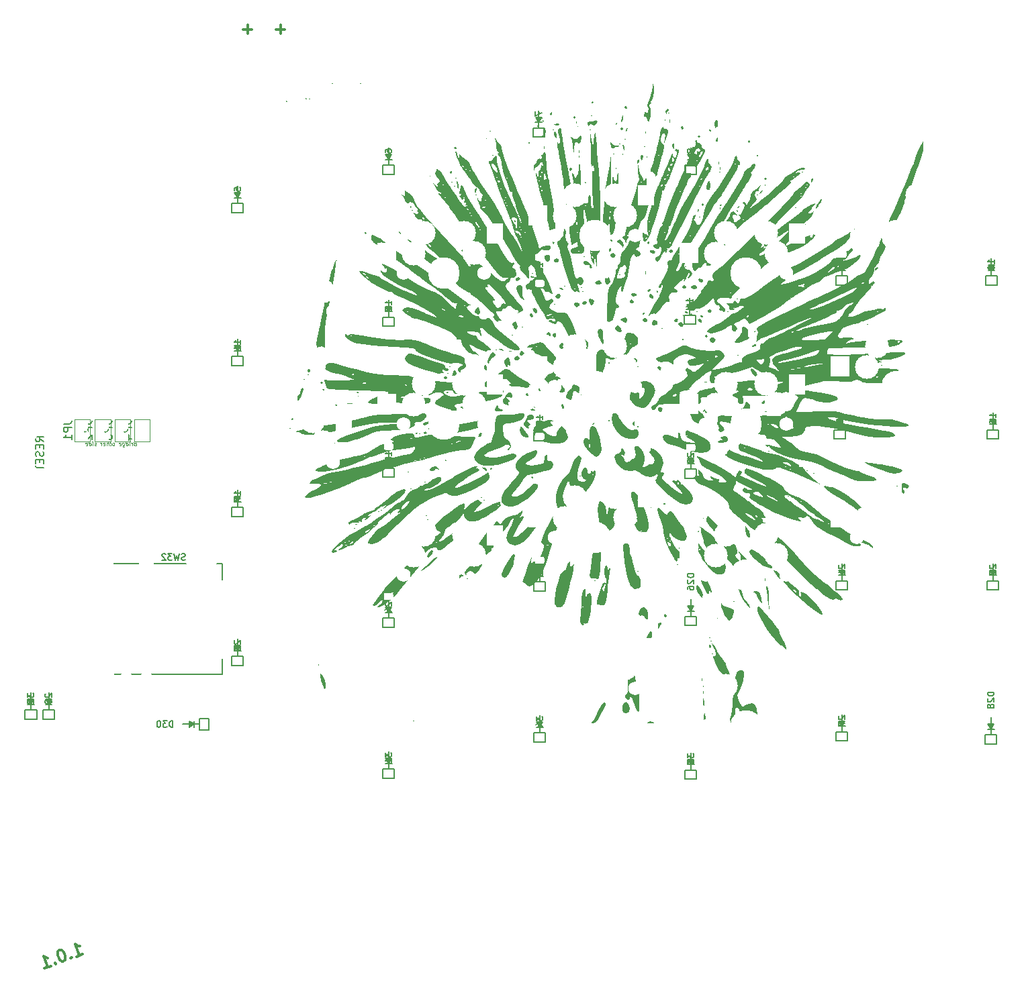
<source format=gbo>
G04 #@! TF.GenerationSoftware,KiCad,Pcbnew,7.0.5.1-1-g8f565ef7f0-dirty-deb11*
G04 #@! TF.CreationDate,2023-08-10T20:19:50+00:00*
G04 #@! TF.ProjectId,hakea-fillets,68616b65-612d-4666-996c-6c6574732e6b,1.0.1*
G04 #@! TF.SameCoordinates,Original*
G04 #@! TF.FileFunction,Legend,Bot*
G04 #@! TF.FilePolarity,Positive*
%FSLAX46Y46*%
G04 Gerber Fmt 4.6, Leading zero omitted, Abs format (unit mm)*
G04 Created by KiCad (PCBNEW 7.0.5.1-1-g8f565ef7f0-dirty-deb11) date 2023-08-10 20:19:50*
%MOMM*%
%LPD*%
G01*
G04 APERTURE LIST*
%ADD10C,0.100000*%
%ADD11C,0.300000*%
%ADD12C,0.150000*%
%ADD13C,0.152400*%
%ADD14C,0.200000*%
%ADD15C,0.160000*%
%ADD16C,0.120000*%
%ADD17C,1.750000*%
%ADD18C,3.000000*%
%ADD19C,3.987800*%
%ADD20R,2.350000X2.500000*%
%ADD21R,2.150000X2.500000*%
%ADD22O,1.000000X2.200000*%
%ADD23O,1.000000X1.800000*%
%ADD24R,2.000000X2.000000*%
%ADD25C,2.000000*%
%ADD26R,2.000000X3.200000*%
%ADD27R,1.700000X1.700000*%
%ADD28O,1.700000X1.700000*%
%ADD29C,3.500000*%
%ADD30C,1.500000*%
%ADD31C,1.600000*%
%ADD32R,0.700000X1.524000*%
%ADD33O,1.200000X1.750000*%
G04 APERTURE END LIST*
D10*
X103870941Y-78602604D02*
X103802489Y-78626414D01*
X103802489Y-78626414D02*
X103781656Y-78650223D01*
X103781656Y-78650223D02*
X103763798Y-78697842D01*
X103763798Y-78697842D02*
X103772727Y-78769271D01*
X103772727Y-78769271D02*
X103802489Y-78816890D01*
X103802489Y-78816890D02*
X103829275Y-78840700D01*
X103829275Y-78840700D02*
X103879870Y-78864509D01*
X103879870Y-78864509D02*
X104070346Y-78864509D01*
X104070346Y-78864509D02*
X104007846Y-78364509D01*
X104007846Y-78364509D02*
X103841179Y-78364509D01*
X103841179Y-78364509D02*
X103796537Y-78388319D01*
X103796537Y-78388319D02*
X103775703Y-78412128D01*
X103775703Y-78412128D02*
X103757846Y-78459747D01*
X103757846Y-78459747D02*
X103763798Y-78507366D01*
X103763798Y-78507366D02*
X103793560Y-78554985D01*
X103793560Y-78554985D02*
X103820346Y-78578795D01*
X103820346Y-78578795D02*
X103870941Y-78602604D01*
X103870941Y-78602604D02*
X104037608Y-78602604D01*
X103570346Y-78864509D02*
X103528679Y-78531176D01*
X103540584Y-78626414D02*
X103510822Y-78578795D01*
X103510822Y-78578795D02*
X103484037Y-78554985D01*
X103484037Y-78554985D02*
X103433441Y-78531176D01*
X103433441Y-78531176D02*
X103385822Y-78531176D01*
X103260822Y-78864509D02*
X103219155Y-78531176D01*
X103198322Y-78364509D02*
X103225108Y-78388319D01*
X103225108Y-78388319D02*
X103204274Y-78412128D01*
X103204274Y-78412128D02*
X103177489Y-78388319D01*
X103177489Y-78388319D02*
X103198322Y-78364509D01*
X103198322Y-78364509D02*
X103204274Y-78412128D01*
X102808441Y-78864509D02*
X102745941Y-78364509D01*
X102805465Y-78840700D02*
X102856060Y-78864509D01*
X102856060Y-78864509D02*
X102951299Y-78864509D01*
X102951299Y-78864509D02*
X102995941Y-78840700D01*
X102995941Y-78840700D02*
X103016775Y-78816890D01*
X103016775Y-78816890D02*
X103034632Y-78769271D01*
X103034632Y-78769271D02*
X103016775Y-78626414D01*
X103016775Y-78626414D02*
X102987013Y-78578795D01*
X102987013Y-78578795D02*
X102960227Y-78554985D01*
X102960227Y-78554985D02*
X102909632Y-78531176D01*
X102909632Y-78531176D02*
X102814394Y-78531176D01*
X102814394Y-78531176D02*
X102769751Y-78554985D01*
X102314394Y-78531176D02*
X102364989Y-78935938D01*
X102364989Y-78935938D02*
X102394751Y-78983557D01*
X102394751Y-78983557D02*
X102421537Y-79007366D01*
X102421537Y-79007366D02*
X102472132Y-79031176D01*
X102472132Y-79031176D02*
X102543560Y-79031176D01*
X102543560Y-79031176D02*
X102588203Y-79007366D01*
X102353084Y-78840700D02*
X102403679Y-78864509D01*
X102403679Y-78864509D02*
X102498918Y-78864509D01*
X102498918Y-78864509D02*
X102543560Y-78840700D01*
X102543560Y-78840700D02*
X102564394Y-78816890D01*
X102564394Y-78816890D02*
X102582251Y-78769271D01*
X102582251Y-78769271D02*
X102564394Y-78626414D01*
X102564394Y-78626414D02*
X102534632Y-78578795D01*
X102534632Y-78578795D02*
X102507846Y-78554985D01*
X102507846Y-78554985D02*
X102457251Y-78531176D01*
X102457251Y-78531176D02*
X102362013Y-78531176D01*
X102362013Y-78531176D02*
X102317370Y-78554985D01*
X101924513Y-78840700D02*
X101975108Y-78864509D01*
X101975108Y-78864509D02*
X102070346Y-78864509D01*
X102070346Y-78864509D02*
X102114989Y-78840700D01*
X102114989Y-78840700D02*
X102132846Y-78793080D01*
X102132846Y-78793080D02*
X102109037Y-78602604D01*
X102109037Y-78602604D02*
X102079275Y-78554985D01*
X102079275Y-78554985D02*
X102028679Y-78531176D01*
X102028679Y-78531176D02*
X101933441Y-78531176D01*
X101933441Y-78531176D02*
X101888798Y-78554985D01*
X101888798Y-78554985D02*
X101870941Y-78602604D01*
X101870941Y-78602604D02*
X101876894Y-78650223D01*
X101876894Y-78650223D02*
X102120941Y-78697842D01*
X101237014Y-78864509D02*
X101281656Y-78840700D01*
X101281656Y-78840700D02*
X101302490Y-78816890D01*
X101302490Y-78816890D02*
X101320347Y-78769271D01*
X101320347Y-78769271D02*
X101302490Y-78626414D01*
X101302490Y-78626414D02*
X101272728Y-78578795D01*
X101272728Y-78578795D02*
X101245942Y-78554985D01*
X101245942Y-78554985D02*
X101195347Y-78531176D01*
X101195347Y-78531176D02*
X101123918Y-78531176D01*
X101123918Y-78531176D02*
X101079275Y-78554985D01*
X101079275Y-78554985D02*
X101058442Y-78578795D01*
X101058442Y-78578795D02*
X101040585Y-78626414D01*
X101040585Y-78626414D02*
X101058442Y-78769271D01*
X101058442Y-78769271D02*
X101088204Y-78816890D01*
X101088204Y-78816890D02*
X101114990Y-78840700D01*
X101114990Y-78840700D02*
X101165585Y-78864509D01*
X101165585Y-78864509D02*
X101237014Y-78864509D01*
X100885823Y-78531176D02*
X100695347Y-78531176D01*
X100793561Y-78364509D02*
X100847133Y-78793080D01*
X100847133Y-78793080D02*
X100829275Y-78840700D01*
X100829275Y-78840700D02*
X100784633Y-78864509D01*
X100784633Y-78864509D02*
X100737013Y-78864509D01*
X100570347Y-78864509D02*
X100507847Y-78364509D01*
X100356061Y-78864509D02*
X100323323Y-78602604D01*
X100323323Y-78602604D02*
X100341180Y-78554985D01*
X100341180Y-78554985D02*
X100385823Y-78531176D01*
X100385823Y-78531176D02*
X100457252Y-78531176D01*
X100457252Y-78531176D02*
X100507847Y-78554985D01*
X100507847Y-78554985D02*
X100534633Y-78578795D01*
X99924514Y-78840700D02*
X99975109Y-78864509D01*
X99975109Y-78864509D02*
X100070347Y-78864509D01*
X100070347Y-78864509D02*
X100114990Y-78840700D01*
X100114990Y-78840700D02*
X100132847Y-78793080D01*
X100132847Y-78793080D02*
X100109038Y-78602604D01*
X100109038Y-78602604D02*
X100079276Y-78554985D01*
X100079276Y-78554985D02*
X100028680Y-78531176D01*
X100028680Y-78531176D02*
X99933442Y-78531176D01*
X99933442Y-78531176D02*
X99888799Y-78554985D01*
X99888799Y-78554985D02*
X99870942Y-78602604D01*
X99870942Y-78602604D02*
X99876895Y-78650223D01*
X99876895Y-78650223D02*
X100120942Y-78697842D01*
X99689395Y-78864509D02*
X99647728Y-78531176D01*
X99659633Y-78626414D02*
X99629871Y-78578795D01*
X99629871Y-78578795D02*
X99603086Y-78554985D01*
X99603086Y-78554985D02*
X99552490Y-78531176D01*
X99552490Y-78531176D02*
X99504871Y-78531176D01*
X99019752Y-78840700D02*
X98975110Y-78864509D01*
X98975110Y-78864509D02*
X98879871Y-78864509D01*
X98879871Y-78864509D02*
X98829276Y-78840700D01*
X98829276Y-78840700D02*
X98799514Y-78793080D01*
X98799514Y-78793080D02*
X98796538Y-78769271D01*
X98796538Y-78769271D02*
X98814395Y-78721652D01*
X98814395Y-78721652D02*
X98859038Y-78697842D01*
X98859038Y-78697842D02*
X98930467Y-78697842D01*
X98930467Y-78697842D02*
X98975110Y-78674033D01*
X98975110Y-78674033D02*
X98992967Y-78626414D01*
X98992967Y-78626414D02*
X98989991Y-78602604D01*
X98989991Y-78602604D02*
X98960229Y-78554985D01*
X98960229Y-78554985D02*
X98909633Y-78531176D01*
X98909633Y-78531176D02*
X98838205Y-78531176D01*
X98838205Y-78531176D02*
X98793562Y-78554985D01*
X98594157Y-78864509D02*
X98552490Y-78531176D01*
X98531657Y-78364509D02*
X98558443Y-78388319D01*
X98558443Y-78388319D02*
X98537609Y-78412128D01*
X98537609Y-78412128D02*
X98510824Y-78388319D01*
X98510824Y-78388319D02*
X98531657Y-78364509D01*
X98531657Y-78364509D02*
X98537609Y-78412128D01*
X98141776Y-78864509D02*
X98079276Y-78364509D01*
X98138800Y-78840700D02*
X98189395Y-78864509D01*
X98189395Y-78864509D02*
X98284634Y-78864509D01*
X98284634Y-78864509D02*
X98329276Y-78840700D01*
X98329276Y-78840700D02*
X98350110Y-78816890D01*
X98350110Y-78816890D02*
X98367967Y-78769271D01*
X98367967Y-78769271D02*
X98350110Y-78626414D01*
X98350110Y-78626414D02*
X98320348Y-78578795D01*
X98320348Y-78578795D02*
X98293562Y-78554985D01*
X98293562Y-78554985D02*
X98242967Y-78531176D01*
X98242967Y-78531176D02*
X98147729Y-78531176D01*
X98147729Y-78531176D02*
X98103086Y-78554985D01*
X97710229Y-78840700D02*
X97760824Y-78864509D01*
X97760824Y-78864509D02*
X97856062Y-78864509D01*
X97856062Y-78864509D02*
X97900705Y-78840700D01*
X97900705Y-78840700D02*
X97918562Y-78793080D01*
X97918562Y-78793080D02*
X97894753Y-78602604D01*
X97894753Y-78602604D02*
X97864991Y-78554985D01*
X97864991Y-78554985D02*
X97814395Y-78531176D01*
X97814395Y-78531176D02*
X97719157Y-78531176D01*
X97719157Y-78531176D02*
X97674514Y-78554985D01*
X97674514Y-78554985D02*
X97656657Y-78602604D01*
X97656657Y-78602604D02*
X97662610Y-78650223D01*
X97662610Y-78650223D02*
X97906657Y-78697842D01*
D11*
X96508702Y-143357900D02*
X97314153Y-143064740D01*
X96911428Y-143211320D02*
X96398398Y-141801781D01*
X96398398Y-141801781D02*
X96605929Y-141954284D01*
X96605929Y-141954284D02*
X96789031Y-142039665D01*
X96789031Y-142039665D02*
X96947703Y-142057926D01*
X95855755Y-143443528D02*
X95813064Y-143535079D01*
X95813064Y-143535079D02*
X95904615Y-143577770D01*
X95904615Y-143577770D02*
X95947306Y-143486219D01*
X95947306Y-143486219D02*
X95855755Y-143443528D01*
X95855755Y-143443528D02*
X95904615Y-143577770D01*
X94451892Y-142510251D02*
X94317650Y-142559111D01*
X94317650Y-142559111D02*
X94207838Y-142675092D01*
X94207838Y-142675092D02*
X94165147Y-142766643D01*
X94165147Y-142766643D02*
X94146886Y-142925315D01*
X94146886Y-142925315D02*
X94177485Y-143218228D01*
X94177485Y-143218228D02*
X94299635Y-143553833D01*
X94299635Y-143553833D02*
X94464476Y-143797887D01*
X94464476Y-143797887D02*
X94580457Y-143907698D01*
X94580457Y-143907698D02*
X94672008Y-143950389D01*
X94672008Y-143950389D02*
X94830680Y-143968650D01*
X94830680Y-143968650D02*
X94964922Y-143919790D01*
X94964922Y-143919790D02*
X95074734Y-143803809D01*
X95074734Y-143803809D02*
X95117424Y-143712258D01*
X95117424Y-143712258D02*
X95135685Y-143553586D01*
X95135685Y-143553586D02*
X95105086Y-143260673D01*
X95105086Y-143260673D02*
X94982936Y-142925068D01*
X94982936Y-142925068D02*
X94818095Y-142681015D01*
X94818095Y-142681015D02*
X94702114Y-142571203D01*
X94702114Y-142571203D02*
X94610563Y-142528512D01*
X94610563Y-142528512D02*
X94451892Y-142510251D01*
X93842128Y-144176428D02*
X93799437Y-144267979D01*
X93799437Y-144267979D02*
X93890988Y-144310670D01*
X93890988Y-144310670D02*
X93933679Y-144219119D01*
X93933679Y-144219119D02*
X93842128Y-144176428D01*
X93842128Y-144176428D02*
X93890988Y-144310670D01*
X92481449Y-144823700D02*
X93286899Y-144530540D01*
X92884174Y-144677120D02*
X92371144Y-143267581D01*
X92371144Y-143267581D02*
X92578676Y-143420084D01*
X92578676Y-143420084D02*
X92761777Y-143505466D01*
X92761777Y-143505466D02*
X92920449Y-143523727D01*
X117524542Y-26338500D02*
X118667400Y-26338500D01*
X118095971Y-26909928D02*
X118095971Y-25767071D01*
X121667399Y-26338500D02*
X122810257Y-26338500D01*
X122238828Y-26909928D02*
X122238828Y-25767071D01*
D12*
X92382819Y-78369218D02*
X91906628Y-78035885D01*
X92382819Y-77797790D02*
X91382819Y-77797790D01*
X91382819Y-77797790D02*
X91382819Y-78178742D01*
X91382819Y-78178742D02*
X91430438Y-78273980D01*
X91430438Y-78273980D02*
X91478057Y-78321599D01*
X91478057Y-78321599D02*
X91573295Y-78369218D01*
X91573295Y-78369218D02*
X91716152Y-78369218D01*
X91716152Y-78369218D02*
X91811390Y-78321599D01*
X91811390Y-78321599D02*
X91859009Y-78273980D01*
X91859009Y-78273980D02*
X91906628Y-78178742D01*
X91906628Y-78178742D02*
X91906628Y-77797790D01*
X91859009Y-78797790D02*
X91859009Y-79131123D01*
X92382819Y-79273980D02*
X92382819Y-78797790D01*
X92382819Y-78797790D02*
X91382819Y-78797790D01*
X91382819Y-78797790D02*
X91382819Y-79273980D01*
X92335200Y-79654933D02*
X92382819Y-79797790D01*
X92382819Y-79797790D02*
X92382819Y-80035885D01*
X92382819Y-80035885D02*
X92335200Y-80131123D01*
X92335200Y-80131123D02*
X92287580Y-80178742D01*
X92287580Y-80178742D02*
X92192342Y-80226361D01*
X92192342Y-80226361D02*
X92097104Y-80226361D01*
X92097104Y-80226361D02*
X92001866Y-80178742D01*
X92001866Y-80178742D02*
X91954247Y-80131123D01*
X91954247Y-80131123D02*
X91906628Y-80035885D01*
X91906628Y-80035885D02*
X91859009Y-79845409D01*
X91859009Y-79845409D02*
X91811390Y-79750171D01*
X91811390Y-79750171D02*
X91763771Y-79702552D01*
X91763771Y-79702552D02*
X91668533Y-79654933D01*
X91668533Y-79654933D02*
X91573295Y-79654933D01*
X91573295Y-79654933D02*
X91478057Y-79702552D01*
X91478057Y-79702552D02*
X91430438Y-79750171D01*
X91430438Y-79750171D02*
X91382819Y-79845409D01*
X91382819Y-79845409D02*
X91382819Y-80083504D01*
X91382819Y-80083504D02*
X91430438Y-80226361D01*
X91859009Y-80654933D02*
X91859009Y-80988266D01*
X92382819Y-81131123D02*
X92382819Y-80654933D01*
X92382819Y-80654933D02*
X91382819Y-80654933D01*
X91382819Y-80654933D02*
X91382819Y-81131123D01*
X91382819Y-81416838D02*
X91382819Y-81988266D01*
X92382819Y-81702552D02*
X91382819Y-81702552D01*
D13*
X193408091Y-54649786D02*
X192595291Y-54649786D01*
X192595291Y-54649786D02*
X192595291Y-54843310D01*
X192595291Y-54843310D02*
X192633996Y-54959424D01*
X192633996Y-54959424D02*
X192711406Y-55036834D01*
X192711406Y-55036834D02*
X192788815Y-55075539D01*
X192788815Y-55075539D02*
X192943634Y-55114243D01*
X192943634Y-55114243D02*
X193059748Y-55114243D01*
X193059748Y-55114243D02*
X193214567Y-55075539D01*
X193214567Y-55075539D02*
X193291977Y-55036834D01*
X193291977Y-55036834D02*
X193369387Y-54959424D01*
X193369387Y-54959424D02*
X193408091Y-54843310D01*
X193408091Y-54843310D02*
X193408091Y-54649786D01*
X193408091Y-55501291D02*
X193408091Y-55656110D01*
X193408091Y-55656110D02*
X193369387Y-55733520D01*
X193369387Y-55733520D02*
X193330682Y-55772224D01*
X193330682Y-55772224D02*
X193214567Y-55849634D01*
X193214567Y-55849634D02*
X193059748Y-55888339D01*
X193059748Y-55888339D02*
X192750110Y-55888339D01*
X192750110Y-55888339D02*
X192672701Y-55849634D01*
X192672701Y-55849634D02*
X192633996Y-55810929D01*
X192633996Y-55810929D02*
X192595291Y-55733520D01*
X192595291Y-55733520D02*
X192595291Y-55578701D01*
X192595291Y-55578701D02*
X192633996Y-55501291D01*
X192633996Y-55501291D02*
X192672701Y-55462586D01*
X192672701Y-55462586D02*
X192750110Y-55423882D01*
X192750110Y-55423882D02*
X192943634Y-55423882D01*
X192943634Y-55423882D02*
X193021044Y-55462586D01*
X193021044Y-55462586D02*
X193059748Y-55501291D01*
X193059748Y-55501291D02*
X193098453Y-55578701D01*
X193098453Y-55578701D02*
X193098453Y-55733520D01*
X193098453Y-55733520D02*
X193059748Y-55810929D01*
X193059748Y-55810929D02*
X193021044Y-55849634D01*
X193021044Y-55849634D02*
X192943634Y-55888339D01*
X193408091Y-93131786D02*
X192595291Y-93131786D01*
X192595291Y-93131786D02*
X192595291Y-93325310D01*
X192595291Y-93325310D02*
X192633996Y-93441424D01*
X192633996Y-93441424D02*
X192711406Y-93518834D01*
X192711406Y-93518834D02*
X192788815Y-93557539D01*
X192788815Y-93557539D02*
X192943634Y-93596243D01*
X192943634Y-93596243D02*
X193059748Y-93596243D01*
X193059748Y-93596243D02*
X193214567Y-93557539D01*
X193214567Y-93557539D02*
X193291977Y-93518834D01*
X193291977Y-93518834D02*
X193369387Y-93441424D01*
X193369387Y-93441424D02*
X193408091Y-93325310D01*
X193408091Y-93325310D02*
X193408091Y-93131786D01*
X192672701Y-93905882D02*
X192633996Y-93944586D01*
X192633996Y-93944586D02*
X192595291Y-94021996D01*
X192595291Y-94021996D02*
X192595291Y-94215520D01*
X192595291Y-94215520D02*
X192633996Y-94292929D01*
X192633996Y-94292929D02*
X192672701Y-94331634D01*
X192672701Y-94331634D02*
X192750110Y-94370339D01*
X192750110Y-94370339D02*
X192827520Y-94370339D01*
X192827520Y-94370339D02*
X192943634Y-94331634D01*
X192943634Y-94331634D02*
X193408091Y-93867177D01*
X193408091Y-93867177D02*
X193408091Y-94370339D01*
X193408091Y-95144434D02*
X193408091Y-94679977D01*
X193408091Y-94912205D02*
X192595291Y-94912205D01*
X192595291Y-94912205D02*
X192711406Y-94834796D01*
X192711406Y-94834796D02*
X192788815Y-94757386D01*
X192788815Y-94757386D02*
X192827520Y-94679977D01*
X212458091Y-93131786D02*
X211645291Y-93131786D01*
X211645291Y-93131786D02*
X211645291Y-93325310D01*
X211645291Y-93325310D02*
X211683996Y-93441424D01*
X211683996Y-93441424D02*
X211761406Y-93518834D01*
X211761406Y-93518834D02*
X211838815Y-93557539D01*
X211838815Y-93557539D02*
X211993634Y-93596243D01*
X211993634Y-93596243D02*
X212109748Y-93596243D01*
X212109748Y-93596243D02*
X212264567Y-93557539D01*
X212264567Y-93557539D02*
X212341977Y-93518834D01*
X212341977Y-93518834D02*
X212419387Y-93441424D01*
X212419387Y-93441424D02*
X212458091Y-93325310D01*
X212458091Y-93325310D02*
X212458091Y-93131786D01*
X211722701Y-93905882D02*
X211683996Y-93944586D01*
X211683996Y-93944586D02*
X211645291Y-94021996D01*
X211645291Y-94021996D02*
X211645291Y-94215520D01*
X211645291Y-94215520D02*
X211683996Y-94292929D01*
X211683996Y-94292929D02*
X211722701Y-94331634D01*
X211722701Y-94331634D02*
X211800110Y-94370339D01*
X211800110Y-94370339D02*
X211877520Y-94370339D01*
X211877520Y-94370339D02*
X211993634Y-94331634D01*
X211993634Y-94331634D02*
X212458091Y-93867177D01*
X212458091Y-93867177D02*
X212458091Y-94370339D01*
X211722701Y-94679977D02*
X211683996Y-94718681D01*
X211683996Y-94718681D02*
X211645291Y-94796091D01*
X211645291Y-94796091D02*
X211645291Y-94989615D01*
X211645291Y-94989615D02*
X211683996Y-95067024D01*
X211683996Y-95067024D02*
X211722701Y-95105729D01*
X211722701Y-95105729D02*
X211800110Y-95144434D01*
X211800110Y-95144434D02*
X211877520Y-95144434D01*
X211877520Y-95144434D02*
X211993634Y-95105729D01*
X211993634Y-95105729D02*
X212458091Y-94641272D01*
X212458091Y-94641272D02*
X212458091Y-95144434D01*
X212458091Y-74081786D02*
X211645291Y-74081786D01*
X211645291Y-74081786D02*
X211645291Y-74275310D01*
X211645291Y-74275310D02*
X211683996Y-74391424D01*
X211683996Y-74391424D02*
X211761406Y-74468834D01*
X211761406Y-74468834D02*
X211838815Y-74507539D01*
X211838815Y-74507539D02*
X211993634Y-74546243D01*
X211993634Y-74546243D02*
X212109748Y-74546243D01*
X212109748Y-74546243D02*
X212264567Y-74507539D01*
X212264567Y-74507539D02*
X212341977Y-74468834D01*
X212341977Y-74468834D02*
X212419387Y-74391424D01*
X212419387Y-74391424D02*
X212458091Y-74275310D01*
X212458091Y-74275310D02*
X212458091Y-74081786D01*
X212458091Y-75320339D02*
X212458091Y-74855882D01*
X212458091Y-75088110D02*
X211645291Y-75088110D01*
X211645291Y-75088110D02*
X211761406Y-75010701D01*
X211761406Y-75010701D02*
X211838815Y-74933291D01*
X211838815Y-74933291D02*
X211877520Y-74855882D01*
X211645291Y-76017024D02*
X211645291Y-75862205D01*
X211645291Y-75862205D02*
X211683996Y-75784796D01*
X211683996Y-75784796D02*
X211722701Y-75746091D01*
X211722701Y-75746091D02*
X211838815Y-75668681D01*
X211838815Y-75668681D02*
X211993634Y-75629977D01*
X211993634Y-75629977D02*
X212303272Y-75629977D01*
X212303272Y-75629977D02*
X212380682Y-75668681D01*
X212380682Y-75668681D02*
X212419387Y-75707386D01*
X212419387Y-75707386D02*
X212458091Y-75784796D01*
X212458091Y-75784796D02*
X212458091Y-75939615D01*
X212458091Y-75939615D02*
X212419387Y-76017024D01*
X212419387Y-76017024D02*
X212380682Y-76055729D01*
X212380682Y-76055729D02*
X212303272Y-76094434D01*
X212303272Y-76094434D02*
X212109748Y-76094434D01*
X212109748Y-76094434D02*
X212032339Y-76055729D01*
X212032339Y-76055729D02*
X211993634Y-76017024D01*
X211993634Y-76017024D02*
X211954929Y-75939615D01*
X211954929Y-75939615D02*
X211954929Y-75784796D01*
X211954929Y-75784796D02*
X211993634Y-75707386D01*
X211993634Y-75707386D02*
X212032339Y-75668681D01*
X212032339Y-75668681D02*
X212109748Y-75629977D01*
X193408091Y-112181786D02*
X192595291Y-112181786D01*
X192595291Y-112181786D02*
X192595291Y-112375310D01*
X192595291Y-112375310D02*
X192633996Y-112491424D01*
X192633996Y-112491424D02*
X192711406Y-112568834D01*
X192711406Y-112568834D02*
X192788815Y-112607539D01*
X192788815Y-112607539D02*
X192943634Y-112646243D01*
X192943634Y-112646243D02*
X193059748Y-112646243D01*
X193059748Y-112646243D02*
X193214567Y-112607539D01*
X193214567Y-112607539D02*
X193291977Y-112568834D01*
X193291977Y-112568834D02*
X193369387Y-112491424D01*
X193369387Y-112491424D02*
X193408091Y-112375310D01*
X193408091Y-112375310D02*
X193408091Y-112181786D01*
X192672701Y-112955882D02*
X192633996Y-112994586D01*
X192633996Y-112994586D02*
X192595291Y-113071996D01*
X192595291Y-113071996D02*
X192595291Y-113265520D01*
X192595291Y-113265520D02*
X192633996Y-113342929D01*
X192633996Y-113342929D02*
X192672701Y-113381634D01*
X192672701Y-113381634D02*
X192750110Y-113420339D01*
X192750110Y-113420339D02*
X192827520Y-113420339D01*
X192827520Y-113420339D02*
X192943634Y-113381634D01*
X192943634Y-113381634D02*
X193408091Y-112917177D01*
X193408091Y-112917177D02*
X193408091Y-113420339D01*
X192595291Y-113691272D02*
X192595291Y-114233138D01*
X192595291Y-114233138D02*
X193408091Y-113884796D01*
X136258091Y-59857786D02*
X135445291Y-59857786D01*
X135445291Y-59857786D02*
X135445291Y-60051310D01*
X135445291Y-60051310D02*
X135483996Y-60167424D01*
X135483996Y-60167424D02*
X135561406Y-60244834D01*
X135561406Y-60244834D02*
X135638815Y-60283539D01*
X135638815Y-60283539D02*
X135793634Y-60322243D01*
X135793634Y-60322243D02*
X135909748Y-60322243D01*
X135909748Y-60322243D02*
X136064567Y-60283539D01*
X136064567Y-60283539D02*
X136141977Y-60244834D01*
X136141977Y-60244834D02*
X136219387Y-60167424D01*
X136219387Y-60167424D02*
X136258091Y-60051310D01*
X136258091Y-60051310D02*
X136258091Y-59857786D01*
X136258091Y-61096339D02*
X136258091Y-60631882D01*
X136258091Y-60864110D02*
X135445291Y-60864110D01*
X135445291Y-60864110D02*
X135561406Y-60786701D01*
X135561406Y-60786701D02*
X135638815Y-60709291D01*
X135638815Y-60709291D02*
X135677520Y-60631882D01*
X135522701Y-61405977D02*
X135483996Y-61444681D01*
X135483996Y-61444681D02*
X135445291Y-61522091D01*
X135445291Y-61522091D02*
X135445291Y-61715615D01*
X135445291Y-61715615D02*
X135483996Y-61793024D01*
X135483996Y-61793024D02*
X135522701Y-61831729D01*
X135522701Y-61831729D02*
X135600110Y-61870434D01*
X135600110Y-61870434D02*
X135677520Y-61870434D01*
X135677520Y-61870434D02*
X135793634Y-61831729D01*
X135793634Y-61831729D02*
X136258091Y-61367272D01*
X136258091Y-61367272D02*
X136258091Y-61870434D01*
D12*
X99991419Y-76128666D02*
X100705704Y-76128666D01*
X100705704Y-76128666D02*
X100848561Y-76081047D01*
X100848561Y-76081047D02*
X100943800Y-75985809D01*
X100943800Y-75985809D02*
X100991419Y-75842952D01*
X100991419Y-75842952D02*
X100991419Y-75747714D01*
X100991419Y-76604857D02*
X99991419Y-76604857D01*
X99991419Y-76604857D02*
X99991419Y-76985809D01*
X99991419Y-76985809D02*
X100039038Y-77081047D01*
X100039038Y-77081047D02*
X100086657Y-77128666D01*
X100086657Y-77128666D02*
X100181895Y-77176285D01*
X100181895Y-77176285D02*
X100324752Y-77176285D01*
X100324752Y-77176285D02*
X100419990Y-77128666D01*
X100419990Y-77128666D02*
X100467609Y-77081047D01*
X100467609Y-77081047D02*
X100515228Y-76985809D01*
X100515228Y-76985809D02*
X100515228Y-76604857D01*
X99991419Y-77509619D02*
X99991419Y-78128666D01*
X99991419Y-78128666D02*
X100372371Y-77795333D01*
X100372371Y-77795333D02*
X100372371Y-77938190D01*
X100372371Y-77938190D02*
X100419990Y-78033428D01*
X100419990Y-78033428D02*
X100467609Y-78081047D01*
X100467609Y-78081047D02*
X100562847Y-78128666D01*
X100562847Y-78128666D02*
X100800942Y-78128666D01*
X100800942Y-78128666D02*
X100896180Y-78081047D01*
X100896180Y-78081047D02*
X100943800Y-78033428D01*
X100943800Y-78033428D02*
X100991419Y-77938190D01*
X100991419Y-77938190D02*
X100991419Y-77652476D01*
X100991419Y-77652476D02*
X100943800Y-77557238D01*
X100943800Y-77557238D02*
X100896180Y-77509619D01*
D13*
X117208091Y-83859786D02*
X116395291Y-83859786D01*
X116395291Y-83859786D02*
X116395291Y-84053310D01*
X116395291Y-84053310D02*
X116433996Y-84169424D01*
X116433996Y-84169424D02*
X116511406Y-84246834D01*
X116511406Y-84246834D02*
X116588815Y-84285539D01*
X116588815Y-84285539D02*
X116743634Y-84324243D01*
X116743634Y-84324243D02*
X116859748Y-84324243D01*
X116859748Y-84324243D02*
X117014567Y-84285539D01*
X117014567Y-84285539D02*
X117091977Y-84246834D01*
X117091977Y-84246834D02*
X117169387Y-84169424D01*
X117169387Y-84169424D02*
X117208091Y-84053310D01*
X117208091Y-84053310D02*
X117208091Y-83859786D01*
X117208091Y-85098339D02*
X117208091Y-84633882D01*
X117208091Y-84866110D02*
X116395291Y-84866110D01*
X116395291Y-84866110D02*
X116511406Y-84788701D01*
X116511406Y-84788701D02*
X116588815Y-84711291D01*
X116588815Y-84711291D02*
X116627520Y-84633882D01*
X116395291Y-85369272D02*
X116395291Y-85911138D01*
X116395291Y-85911138D02*
X117208091Y-85562796D01*
X155308091Y-93257786D02*
X154495291Y-93257786D01*
X154495291Y-93257786D02*
X154495291Y-93451310D01*
X154495291Y-93451310D02*
X154533996Y-93567424D01*
X154533996Y-93567424D02*
X154611406Y-93644834D01*
X154611406Y-93644834D02*
X154688815Y-93683539D01*
X154688815Y-93683539D02*
X154843634Y-93722243D01*
X154843634Y-93722243D02*
X154959748Y-93722243D01*
X154959748Y-93722243D02*
X155114567Y-93683539D01*
X155114567Y-93683539D02*
X155191977Y-93644834D01*
X155191977Y-93644834D02*
X155269387Y-93567424D01*
X155269387Y-93567424D02*
X155308091Y-93451310D01*
X155308091Y-93451310D02*
X155308091Y-93257786D01*
X154572701Y-94031882D02*
X154533996Y-94070586D01*
X154533996Y-94070586D02*
X154495291Y-94147996D01*
X154495291Y-94147996D02*
X154495291Y-94341520D01*
X154495291Y-94341520D02*
X154533996Y-94418929D01*
X154533996Y-94418929D02*
X154572701Y-94457634D01*
X154572701Y-94457634D02*
X154650110Y-94496339D01*
X154650110Y-94496339D02*
X154727520Y-94496339D01*
X154727520Y-94496339D02*
X154843634Y-94457634D01*
X154843634Y-94457634D02*
X155308091Y-93993177D01*
X155308091Y-93993177D02*
X155308091Y-94496339D01*
X154495291Y-95231729D02*
X154495291Y-94844681D01*
X154495291Y-94844681D02*
X154882339Y-94805977D01*
X154882339Y-94805977D02*
X154843634Y-94844681D01*
X154843634Y-94844681D02*
X154804929Y-94922091D01*
X154804929Y-94922091D02*
X154804929Y-95115615D01*
X154804929Y-95115615D02*
X154843634Y-95193024D01*
X154843634Y-95193024D02*
X154882339Y-95231729D01*
X154882339Y-95231729D02*
X154959748Y-95270434D01*
X154959748Y-95270434D02*
X155153272Y-95270434D01*
X155153272Y-95270434D02*
X155230682Y-95231729D01*
X155230682Y-95231729D02*
X155269387Y-95193024D01*
X155269387Y-95193024D02*
X155308091Y-95115615D01*
X155308091Y-95115615D02*
X155308091Y-94922091D01*
X155308091Y-94922091D02*
X155269387Y-94844681D01*
X155269387Y-94844681D02*
X155230682Y-94805977D01*
X117208091Y-64809786D02*
X116395291Y-64809786D01*
X116395291Y-64809786D02*
X116395291Y-65003310D01*
X116395291Y-65003310D02*
X116433996Y-65119424D01*
X116433996Y-65119424D02*
X116511406Y-65196834D01*
X116511406Y-65196834D02*
X116588815Y-65235539D01*
X116588815Y-65235539D02*
X116743634Y-65274243D01*
X116743634Y-65274243D02*
X116859748Y-65274243D01*
X116859748Y-65274243D02*
X117014567Y-65235539D01*
X117014567Y-65235539D02*
X117091977Y-65196834D01*
X117091977Y-65196834D02*
X117169387Y-65119424D01*
X117169387Y-65119424D02*
X117208091Y-65003310D01*
X117208091Y-65003310D02*
X117208091Y-64809786D01*
X117208091Y-66048339D02*
X117208091Y-65583882D01*
X117208091Y-65816110D02*
X116395291Y-65816110D01*
X116395291Y-65816110D02*
X116511406Y-65738701D01*
X116511406Y-65738701D02*
X116588815Y-65661291D01*
X116588815Y-65661291D02*
X116627520Y-65583882D01*
X117208091Y-66822434D02*
X117208091Y-66357977D01*
X117208091Y-66590205D02*
X116395291Y-66590205D01*
X116395291Y-66590205D02*
X116511406Y-66512796D01*
X116511406Y-66512796D02*
X116588815Y-66435386D01*
X116588815Y-66435386D02*
X116627520Y-66357977D01*
X174358091Y-79033786D02*
X173545291Y-79033786D01*
X173545291Y-79033786D02*
X173545291Y-79227310D01*
X173545291Y-79227310D02*
X173583996Y-79343424D01*
X173583996Y-79343424D02*
X173661406Y-79420834D01*
X173661406Y-79420834D02*
X173738815Y-79459539D01*
X173738815Y-79459539D02*
X173893634Y-79498243D01*
X173893634Y-79498243D02*
X174009748Y-79498243D01*
X174009748Y-79498243D02*
X174164567Y-79459539D01*
X174164567Y-79459539D02*
X174241977Y-79420834D01*
X174241977Y-79420834D02*
X174319387Y-79343424D01*
X174319387Y-79343424D02*
X174358091Y-79227310D01*
X174358091Y-79227310D02*
X174358091Y-79033786D01*
X173622701Y-79807882D02*
X173583996Y-79846586D01*
X173583996Y-79846586D02*
X173545291Y-79923996D01*
X173545291Y-79923996D02*
X173545291Y-80117520D01*
X173545291Y-80117520D02*
X173583996Y-80194929D01*
X173583996Y-80194929D02*
X173622701Y-80233634D01*
X173622701Y-80233634D02*
X173700110Y-80272339D01*
X173700110Y-80272339D02*
X173777520Y-80272339D01*
X173777520Y-80272339D02*
X173893634Y-80233634D01*
X173893634Y-80233634D02*
X174358091Y-79769177D01*
X174358091Y-79769177D02*
X174358091Y-80272339D01*
X173545291Y-80775500D02*
X173545291Y-80852910D01*
X173545291Y-80852910D02*
X173583996Y-80930319D01*
X173583996Y-80930319D02*
X173622701Y-80969024D01*
X173622701Y-80969024D02*
X173700110Y-81007729D01*
X173700110Y-81007729D02*
X173854929Y-81046434D01*
X173854929Y-81046434D02*
X174048453Y-81046434D01*
X174048453Y-81046434D02*
X174203272Y-81007729D01*
X174203272Y-81007729D02*
X174280682Y-80969024D01*
X174280682Y-80969024D02*
X174319387Y-80930319D01*
X174319387Y-80930319D02*
X174358091Y-80852910D01*
X174358091Y-80852910D02*
X174358091Y-80775500D01*
X174358091Y-80775500D02*
X174319387Y-80698091D01*
X174319387Y-80698091D02*
X174280682Y-80659386D01*
X174280682Y-80659386D02*
X174203272Y-80620681D01*
X174203272Y-80620681D02*
X174048453Y-80581977D01*
X174048453Y-80581977D02*
X173854929Y-80581977D01*
X173854929Y-80581977D02*
X173700110Y-80620681D01*
X173700110Y-80620681D02*
X173622701Y-80659386D01*
X173622701Y-80659386D02*
X173583996Y-80698091D01*
X173583996Y-80698091D02*
X173545291Y-80775500D01*
X155308091Y-112307786D02*
X154495291Y-112307786D01*
X154495291Y-112307786D02*
X154495291Y-112501310D01*
X154495291Y-112501310D02*
X154533996Y-112617424D01*
X154533996Y-112617424D02*
X154611406Y-112694834D01*
X154611406Y-112694834D02*
X154688815Y-112733539D01*
X154688815Y-112733539D02*
X154843634Y-112772243D01*
X154843634Y-112772243D02*
X154959748Y-112772243D01*
X154959748Y-112772243D02*
X155114567Y-112733539D01*
X155114567Y-112733539D02*
X155191977Y-112694834D01*
X155191977Y-112694834D02*
X155269387Y-112617424D01*
X155269387Y-112617424D02*
X155308091Y-112501310D01*
X155308091Y-112501310D02*
X155308091Y-112307786D01*
X154495291Y-113043177D02*
X154495291Y-113546339D01*
X154495291Y-113546339D02*
X154804929Y-113275405D01*
X154804929Y-113275405D02*
X154804929Y-113391520D01*
X154804929Y-113391520D02*
X154843634Y-113468929D01*
X154843634Y-113468929D02*
X154882339Y-113507634D01*
X154882339Y-113507634D02*
X154959748Y-113546339D01*
X154959748Y-113546339D02*
X155153272Y-113546339D01*
X155153272Y-113546339D02*
X155230682Y-113507634D01*
X155230682Y-113507634D02*
X155269387Y-113468929D01*
X155269387Y-113468929D02*
X155308091Y-113391520D01*
X155308091Y-113391520D02*
X155308091Y-113159291D01*
X155308091Y-113159291D02*
X155269387Y-113081882D01*
X155269387Y-113081882D02*
X155230682Y-113043177D01*
X154766225Y-114243024D02*
X155308091Y-114243024D01*
X154456587Y-114049500D02*
X155037158Y-113855977D01*
X155037158Y-113855977D02*
X155037158Y-114359138D01*
D14*
X110221077Y-93300800D02*
X110106791Y-93338895D01*
X110106791Y-93338895D02*
X109916315Y-93338895D01*
X109916315Y-93338895D02*
X109840124Y-93300800D01*
X109840124Y-93300800D02*
X109802029Y-93262704D01*
X109802029Y-93262704D02*
X109763934Y-93186514D01*
X109763934Y-93186514D02*
X109763934Y-93110323D01*
X109763934Y-93110323D02*
X109802029Y-93034133D01*
X109802029Y-93034133D02*
X109840124Y-92996038D01*
X109840124Y-92996038D02*
X109916315Y-92957942D01*
X109916315Y-92957942D02*
X110068696Y-92919847D01*
X110068696Y-92919847D02*
X110144886Y-92881752D01*
X110144886Y-92881752D02*
X110182981Y-92843657D01*
X110182981Y-92843657D02*
X110221077Y-92767466D01*
X110221077Y-92767466D02*
X110221077Y-92691276D01*
X110221077Y-92691276D02*
X110182981Y-92615085D01*
X110182981Y-92615085D02*
X110144886Y-92576990D01*
X110144886Y-92576990D02*
X110068696Y-92538895D01*
X110068696Y-92538895D02*
X109878219Y-92538895D01*
X109878219Y-92538895D02*
X109763934Y-92576990D01*
X109497267Y-92538895D02*
X109306791Y-93338895D01*
X109306791Y-93338895D02*
X109154410Y-92767466D01*
X109154410Y-92767466D02*
X109002029Y-93338895D01*
X109002029Y-93338895D02*
X108811553Y-92538895D01*
X108582981Y-92538895D02*
X108087743Y-92538895D01*
X108087743Y-92538895D02*
X108354409Y-92843657D01*
X108354409Y-92843657D02*
X108240124Y-92843657D01*
X108240124Y-92843657D02*
X108163933Y-92881752D01*
X108163933Y-92881752D02*
X108125838Y-92919847D01*
X108125838Y-92919847D02*
X108087743Y-92996038D01*
X108087743Y-92996038D02*
X108087743Y-93186514D01*
X108087743Y-93186514D02*
X108125838Y-93262704D01*
X108125838Y-93262704D02*
X108163933Y-93300800D01*
X108163933Y-93300800D02*
X108240124Y-93338895D01*
X108240124Y-93338895D02*
X108468695Y-93338895D01*
X108468695Y-93338895D02*
X108544886Y-93300800D01*
X108544886Y-93300800D02*
X108582981Y-93262704D01*
X107782981Y-92615085D02*
X107744885Y-92576990D01*
X107744885Y-92576990D02*
X107668695Y-92538895D01*
X107668695Y-92538895D02*
X107478219Y-92538895D01*
X107478219Y-92538895D02*
X107402028Y-92576990D01*
X107402028Y-92576990D02*
X107363933Y-92615085D01*
X107363933Y-92615085D02*
X107325838Y-92691276D01*
X107325838Y-92691276D02*
X107325838Y-92767466D01*
X107325838Y-92767466D02*
X107363933Y-92881752D01*
X107363933Y-92881752D02*
X107821076Y-93338895D01*
X107821076Y-93338895D02*
X107325838Y-93338895D01*
D13*
X136258091Y-97829786D02*
X135445291Y-97829786D01*
X135445291Y-97829786D02*
X135445291Y-98023310D01*
X135445291Y-98023310D02*
X135483996Y-98139424D01*
X135483996Y-98139424D02*
X135561406Y-98216834D01*
X135561406Y-98216834D02*
X135638815Y-98255539D01*
X135638815Y-98255539D02*
X135793634Y-98294243D01*
X135793634Y-98294243D02*
X135909748Y-98294243D01*
X135909748Y-98294243D02*
X136064567Y-98255539D01*
X136064567Y-98255539D02*
X136141977Y-98216834D01*
X136141977Y-98216834D02*
X136219387Y-98139424D01*
X136219387Y-98139424D02*
X136258091Y-98023310D01*
X136258091Y-98023310D02*
X136258091Y-97829786D01*
X135522701Y-98603882D02*
X135483996Y-98642586D01*
X135483996Y-98642586D02*
X135445291Y-98719996D01*
X135445291Y-98719996D02*
X135445291Y-98913520D01*
X135445291Y-98913520D02*
X135483996Y-98990929D01*
X135483996Y-98990929D02*
X135522701Y-99029634D01*
X135522701Y-99029634D02*
X135600110Y-99068339D01*
X135600110Y-99068339D02*
X135677520Y-99068339D01*
X135677520Y-99068339D02*
X135793634Y-99029634D01*
X135793634Y-99029634D02*
X136258091Y-98565177D01*
X136258091Y-98565177D02*
X136258091Y-99068339D01*
X135716225Y-99765024D02*
X136258091Y-99765024D01*
X135406587Y-99571500D02*
X135987158Y-99377977D01*
X135987158Y-99377977D02*
X135987158Y-99881138D01*
X155308091Y-74335786D02*
X154495291Y-74335786D01*
X154495291Y-74335786D02*
X154495291Y-74529310D01*
X154495291Y-74529310D02*
X154533996Y-74645424D01*
X154533996Y-74645424D02*
X154611406Y-74722834D01*
X154611406Y-74722834D02*
X154688815Y-74761539D01*
X154688815Y-74761539D02*
X154843634Y-74800243D01*
X154843634Y-74800243D02*
X154959748Y-74800243D01*
X154959748Y-74800243D02*
X155114567Y-74761539D01*
X155114567Y-74761539D02*
X155191977Y-74722834D01*
X155191977Y-74722834D02*
X155269387Y-74645424D01*
X155269387Y-74645424D02*
X155308091Y-74529310D01*
X155308091Y-74529310D02*
X155308091Y-74335786D01*
X155308091Y-75574339D02*
X155308091Y-75109882D01*
X155308091Y-75342110D02*
X154495291Y-75342110D01*
X154495291Y-75342110D02*
X154611406Y-75264701D01*
X154611406Y-75264701D02*
X154688815Y-75187291D01*
X154688815Y-75187291D02*
X154727520Y-75109882D01*
X155308091Y-75961386D02*
X155308091Y-76116205D01*
X155308091Y-76116205D02*
X155269387Y-76193615D01*
X155269387Y-76193615D02*
X155230682Y-76232319D01*
X155230682Y-76232319D02*
X155114567Y-76309729D01*
X155114567Y-76309729D02*
X154959748Y-76348434D01*
X154959748Y-76348434D02*
X154650110Y-76348434D01*
X154650110Y-76348434D02*
X154572701Y-76309729D01*
X154572701Y-76309729D02*
X154533996Y-76271024D01*
X154533996Y-76271024D02*
X154495291Y-76193615D01*
X154495291Y-76193615D02*
X154495291Y-76038796D01*
X154495291Y-76038796D02*
X154533996Y-75961386D01*
X154533996Y-75961386D02*
X154572701Y-75922681D01*
X154572701Y-75922681D02*
X154650110Y-75883977D01*
X154650110Y-75883977D02*
X154843634Y-75883977D01*
X154843634Y-75883977D02*
X154921044Y-75922681D01*
X154921044Y-75922681D02*
X154959748Y-75961386D01*
X154959748Y-75961386D02*
X154998453Y-76038796D01*
X154998453Y-76038796D02*
X154998453Y-76193615D01*
X154998453Y-76193615D02*
X154959748Y-76271024D01*
X154959748Y-76271024D02*
X154921044Y-76309729D01*
X154921044Y-76309729D02*
X154843634Y-76348434D01*
X93408291Y-109412186D02*
X92595491Y-109412186D01*
X92595491Y-109412186D02*
X92595491Y-109605710D01*
X92595491Y-109605710D02*
X92634196Y-109721824D01*
X92634196Y-109721824D02*
X92711606Y-109799234D01*
X92711606Y-109799234D02*
X92789015Y-109837939D01*
X92789015Y-109837939D02*
X92943834Y-109876643D01*
X92943834Y-109876643D02*
X93059948Y-109876643D01*
X93059948Y-109876643D02*
X93214767Y-109837939D01*
X93214767Y-109837939D02*
X93292177Y-109799234D01*
X93292177Y-109799234D02*
X93369587Y-109721824D01*
X93369587Y-109721824D02*
X93408291Y-109605710D01*
X93408291Y-109605710D02*
X93408291Y-109412186D01*
X92672901Y-110186282D02*
X92634196Y-110224986D01*
X92634196Y-110224986D02*
X92595491Y-110302396D01*
X92595491Y-110302396D02*
X92595491Y-110495920D01*
X92595491Y-110495920D02*
X92634196Y-110573329D01*
X92634196Y-110573329D02*
X92672901Y-110612034D01*
X92672901Y-110612034D02*
X92750310Y-110650739D01*
X92750310Y-110650739D02*
X92827720Y-110650739D01*
X92827720Y-110650739D02*
X92943834Y-110612034D01*
X92943834Y-110612034D02*
X93408291Y-110147577D01*
X93408291Y-110147577D02*
X93408291Y-110650739D01*
X93408291Y-111037786D02*
X93408291Y-111192605D01*
X93408291Y-111192605D02*
X93369587Y-111270015D01*
X93369587Y-111270015D02*
X93330882Y-111308719D01*
X93330882Y-111308719D02*
X93214767Y-111386129D01*
X93214767Y-111386129D02*
X93059948Y-111424834D01*
X93059948Y-111424834D02*
X92750310Y-111424834D01*
X92750310Y-111424834D02*
X92672901Y-111386129D01*
X92672901Y-111386129D02*
X92634196Y-111347424D01*
X92634196Y-111347424D02*
X92595491Y-111270015D01*
X92595491Y-111270015D02*
X92595491Y-111115196D01*
X92595491Y-111115196D02*
X92634196Y-111037786D01*
X92634196Y-111037786D02*
X92672901Y-110999081D01*
X92672901Y-110999081D02*
X92750310Y-110960377D01*
X92750310Y-110960377D02*
X92943834Y-110960377D01*
X92943834Y-110960377D02*
X93021244Y-110999081D01*
X93021244Y-110999081D02*
X93059948Y-111037786D01*
X93059948Y-111037786D02*
X93098653Y-111115196D01*
X93098653Y-111115196D02*
X93098653Y-111270015D01*
X93098653Y-111270015D02*
X93059948Y-111347424D01*
X93059948Y-111347424D02*
X93021244Y-111386129D01*
X93021244Y-111386129D02*
X92943834Y-111424834D01*
D12*
X102455219Y-76128666D02*
X103169504Y-76128666D01*
X103169504Y-76128666D02*
X103312361Y-76081047D01*
X103312361Y-76081047D02*
X103407600Y-75985809D01*
X103407600Y-75985809D02*
X103455219Y-75842952D01*
X103455219Y-75842952D02*
X103455219Y-75747714D01*
X103455219Y-76604857D02*
X102455219Y-76604857D01*
X102455219Y-76604857D02*
X102455219Y-76985809D01*
X102455219Y-76985809D02*
X102502838Y-77081047D01*
X102502838Y-77081047D02*
X102550457Y-77128666D01*
X102550457Y-77128666D02*
X102645695Y-77176285D01*
X102645695Y-77176285D02*
X102788552Y-77176285D01*
X102788552Y-77176285D02*
X102883790Y-77128666D01*
X102883790Y-77128666D02*
X102931409Y-77081047D01*
X102931409Y-77081047D02*
X102979028Y-76985809D01*
X102979028Y-76985809D02*
X102979028Y-76604857D01*
X102788552Y-78033428D02*
X103455219Y-78033428D01*
X102407600Y-77795333D02*
X103121885Y-77557238D01*
X103121885Y-77557238D02*
X103121885Y-78176285D01*
D13*
X91147691Y-109412186D02*
X90334891Y-109412186D01*
X90334891Y-109412186D02*
X90334891Y-109605710D01*
X90334891Y-109605710D02*
X90373596Y-109721824D01*
X90373596Y-109721824D02*
X90451006Y-109799234D01*
X90451006Y-109799234D02*
X90528415Y-109837939D01*
X90528415Y-109837939D02*
X90683234Y-109876643D01*
X90683234Y-109876643D02*
X90799348Y-109876643D01*
X90799348Y-109876643D02*
X90954167Y-109837939D01*
X90954167Y-109837939D02*
X91031577Y-109799234D01*
X91031577Y-109799234D02*
X91108987Y-109721824D01*
X91108987Y-109721824D02*
X91147691Y-109605710D01*
X91147691Y-109605710D02*
X91147691Y-109412186D01*
X90334891Y-110147577D02*
X90334891Y-110650739D01*
X90334891Y-110650739D02*
X90644529Y-110379805D01*
X90644529Y-110379805D02*
X90644529Y-110495920D01*
X90644529Y-110495920D02*
X90683234Y-110573329D01*
X90683234Y-110573329D02*
X90721939Y-110612034D01*
X90721939Y-110612034D02*
X90799348Y-110650739D01*
X90799348Y-110650739D02*
X90992872Y-110650739D01*
X90992872Y-110650739D02*
X91070282Y-110612034D01*
X91070282Y-110612034D02*
X91108987Y-110573329D01*
X91108987Y-110573329D02*
X91147691Y-110495920D01*
X91147691Y-110495920D02*
X91147691Y-110263691D01*
X91147691Y-110263691D02*
X91108987Y-110186282D01*
X91108987Y-110186282D02*
X91070282Y-110147577D01*
X90412301Y-110960377D02*
X90373596Y-110999081D01*
X90373596Y-110999081D02*
X90334891Y-111076491D01*
X90334891Y-111076491D02*
X90334891Y-111270015D01*
X90334891Y-111270015D02*
X90373596Y-111347424D01*
X90373596Y-111347424D02*
X90412301Y-111386129D01*
X90412301Y-111386129D02*
X90489710Y-111424834D01*
X90489710Y-111424834D02*
X90567120Y-111424834D01*
X90567120Y-111424834D02*
X90683234Y-111386129D01*
X90683234Y-111386129D02*
X91147691Y-110921672D01*
X91147691Y-110921672D02*
X91147691Y-111424834D01*
X108672213Y-114414091D02*
X108672213Y-113601291D01*
X108672213Y-113601291D02*
X108478689Y-113601291D01*
X108478689Y-113601291D02*
X108362575Y-113639996D01*
X108362575Y-113639996D02*
X108285165Y-113717406D01*
X108285165Y-113717406D02*
X108246460Y-113794815D01*
X108246460Y-113794815D02*
X108207756Y-113949634D01*
X108207756Y-113949634D02*
X108207756Y-114065748D01*
X108207756Y-114065748D02*
X108246460Y-114220567D01*
X108246460Y-114220567D02*
X108285165Y-114297977D01*
X108285165Y-114297977D02*
X108362575Y-114375387D01*
X108362575Y-114375387D02*
X108478689Y-114414091D01*
X108478689Y-114414091D02*
X108672213Y-114414091D01*
X107936822Y-113601291D02*
X107433660Y-113601291D01*
X107433660Y-113601291D02*
X107704594Y-113910929D01*
X107704594Y-113910929D02*
X107588479Y-113910929D01*
X107588479Y-113910929D02*
X107511070Y-113949634D01*
X107511070Y-113949634D02*
X107472365Y-113988339D01*
X107472365Y-113988339D02*
X107433660Y-114065748D01*
X107433660Y-114065748D02*
X107433660Y-114259272D01*
X107433660Y-114259272D02*
X107472365Y-114336682D01*
X107472365Y-114336682D02*
X107511070Y-114375387D01*
X107511070Y-114375387D02*
X107588479Y-114414091D01*
X107588479Y-114414091D02*
X107820708Y-114414091D01*
X107820708Y-114414091D02*
X107898117Y-114375387D01*
X107898117Y-114375387D02*
X107936822Y-114336682D01*
X106930499Y-113601291D02*
X106853089Y-113601291D01*
X106853089Y-113601291D02*
X106775680Y-113639996D01*
X106775680Y-113639996D02*
X106736975Y-113678701D01*
X106736975Y-113678701D02*
X106698270Y-113756110D01*
X106698270Y-113756110D02*
X106659565Y-113910929D01*
X106659565Y-113910929D02*
X106659565Y-114104453D01*
X106659565Y-114104453D02*
X106698270Y-114259272D01*
X106698270Y-114259272D02*
X106736975Y-114336682D01*
X106736975Y-114336682D02*
X106775680Y-114375387D01*
X106775680Y-114375387D02*
X106853089Y-114414091D01*
X106853089Y-114414091D02*
X106930499Y-114414091D01*
X106930499Y-114414091D02*
X107007908Y-114375387D01*
X107007908Y-114375387D02*
X107046613Y-114336682D01*
X107046613Y-114336682D02*
X107085318Y-114259272D01*
X107085318Y-114259272D02*
X107124022Y-114104453D01*
X107124022Y-114104453D02*
X107124022Y-113910929D01*
X107124022Y-113910929D02*
X107085318Y-113756110D01*
X107085318Y-113756110D02*
X107046613Y-113678701D01*
X107046613Y-113678701D02*
X107007908Y-113639996D01*
X107007908Y-113639996D02*
X106930499Y-113601291D01*
X174358091Y-40679786D02*
X173545291Y-40679786D01*
X173545291Y-40679786D02*
X173545291Y-40873310D01*
X173545291Y-40873310D02*
X173583996Y-40989424D01*
X173583996Y-40989424D02*
X173661406Y-41066834D01*
X173661406Y-41066834D02*
X173738815Y-41105539D01*
X173738815Y-41105539D02*
X173893634Y-41144243D01*
X173893634Y-41144243D02*
X174009748Y-41144243D01*
X174009748Y-41144243D02*
X174164567Y-41105539D01*
X174164567Y-41105539D02*
X174241977Y-41066834D01*
X174241977Y-41066834D02*
X174319387Y-40989424D01*
X174319387Y-40989424D02*
X174358091Y-40873310D01*
X174358091Y-40873310D02*
X174358091Y-40679786D01*
X173893634Y-41608701D02*
X173854929Y-41531291D01*
X173854929Y-41531291D02*
X173816225Y-41492586D01*
X173816225Y-41492586D02*
X173738815Y-41453882D01*
X173738815Y-41453882D02*
X173700110Y-41453882D01*
X173700110Y-41453882D02*
X173622701Y-41492586D01*
X173622701Y-41492586D02*
X173583996Y-41531291D01*
X173583996Y-41531291D02*
X173545291Y-41608701D01*
X173545291Y-41608701D02*
X173545291Y-41763520D01*
X173545291Y-41763520D02*
X173583996Y-41840929D01*
X173583996Y-41840929D02*
X173622701Y-41879634D01*
X173622701Y-41879634D02*
X173700110Y-41918339D01*
X173700110Y-41918339D02*
X173738815Y-41918339D01*
X173738815Y-41918339D02*
X173816225Y-41879634D01*
X173816225Y-41879634D02*
X173854929Y-41840929D01*
X173854929Y-41840929D02*
X173893634Y-41763520D01*
X173893634Y-41763520D02*
X173893634Y-41608701D01*
X173893634Y-41608701D02*
X173932339Y-41531291D01*
X173932339Y-41531291D02*
X173971044Y-41492586D01*
X173971044Y-41492586D02*
X174048453Y-41453882D01*
X174048453Y-41453882D02*
X174203272Y-41453882D01*
X174203272Y-41453882D02*
X174280682Y-41492586D01*
X174280682Y-41492586D02*
X174319387Y-41531291D01*
X174319387Y-41531291D02*
X174358091Y-41608701D01*
X174358091Y-41608701D02*
X174358091Y-41763520D01*
X174358091Y-41763520D02*
X174319387Y-41840929D01*
X174319387Y-41840929D02*
X174280682Y-41879634D01*
X174280682Y-41879634D02*
X174203272Y-41918339D01*
X174203272Y-41918339D02*
X174048453Y-41918339D01*
X174048453Y-41918339D02*
X173971044Y-41879634D01*
X173971044Y-41879634D02*
X173932339Y-41840929D01*
X173932339Y-41840929D02*
X173893634Y-41763520D01*
X117208091Y-45505786D02*
X116395291Y-45505786D01*
X116395291Y-45505786D02*
X116395291Y-45699310D01*
X116395291Y-45699310D02*
X116433996Y-45815424D01*
X116433996Y-45815424D02*
X116511406Y-45892834D01*
X116511406Y-45892834D02*
X116588815Y-45931539D01*
X116588815Y-45931539D02*
X116743634Y-45970243D01*
X116743634Y-45970243D02*
X116859748Y-45970243D01*
X116859748Y-45970243D02*
X117014567Y-45931539D01*
X117014567Y-45931539D02*
X117091977Y-45892834D01*
X117091977Y-45892834D02*
X117169387Y-45815424D01*
X117169387Y-45815424D02*
X117208091Y-45699310D01*
X117208091Y-45699310D02*
X117208091Y-45505786D01*
X116395291Y-46705634D02*
X116395291Y-46318586D01*
X116395291Y-46318586D02*
X116782339Y-46279882D01*
X116782339Y-46279882D02*
X116743634Y-46318586D01*
X116743634Y-46318586D02*
X116704929Y-46395996D01*
X116704929Y-46395996D02*
X116704929Y-46589520D01*
X116704929Y-46589520D02*
X116743634Y-46666929D01*
X116743634Y-46666929D02*
X116782339Y-46705634D01*
X116782339Y-46705634D02*
X116859748Y-46744339D01*
X116859748Y-46744339D02*
X117053272Y-46744339D01*
X117053272Y-46744339D02*
X117130682Y-46705634D01*
X117130682Y-46705634D02*
X117169387Y-46666929D01*
X117169387Y-46666929D02*
X117208091Y-46589520D01*
X117208091Y-46589520D02*
X117208091Y-46395996D01*
X117208091Y-46395996D02*
X117169387Y-46318586D01*
X117169387Y-46318586D02*
X117130682Y-46279882D01*
X193154091Y-74081786D02*
X192341291Y-74081786D01*
X192341291Y-74081786D02*
X192341291Y-74275310D01*
X192341291Y-74275310D02*
X192379996Y-74391424D01*
X192379996Y-74391424D02*
X192457406Y-74468834D01*
X192457406Y-74468834D02*
X192534815Y-74507539D01*
X192534815Y-74507539D02*
X192689634Y-74546243D01*
X192689634Y-74546243D02*
X192805748Y-74546243D01*
X192805748Y-74546243D02*
X192960567Y-74507539D01*
X192960567Y-74507539D02*
X193037977Y-74468834D01*
X193037977Y-74468834D02*
X193115387Y-74391424D01*
X193115387Y-74391424D02*
X193154091Y-74275310D01*
X193154091Y-74275310D02*
X193154091Y-74081786D01*
X193154091Y-75320339D02*
X193154091Y-74855882D01*
X193154091Y-75088110D02*
X192341291Y-75088110D01*
X192341291Y-75088110D02*
X192457406Y-75010701D01*
X192457406Y-75010701D02*
X192534815Y-74933291D01*
X192534815Y-74933291D02*
X192573520Y-74855882D01*
X192341291Y-76055729D02*
X192341291Y-75668681D01*
X192341291Y-75668681D02*
X192728339Y-75629977D01*
X192728339Y-75629977D02*
X192689634Y-75668681D01*
X192689634Y-75668681D02*
X192650929Y-75746091D01*
X192650929Y-75746091D02*
X192650929Y-75939615D01*
X192650929Y-75939615D02*
X192689634Y-76017024D01*
X192689634Y-76017024D02*
X192728339Y-76055729D01*
X192728339Y-76055729D02*
X192805748Y-76094434D01*
X192805748Y-76094434D02*
X192999272Y-76094434D01*
X192999272Y-76094434D02*
X193076682Y-76055729D01*
X193076682Y-76055729D02*
X193115387Y-76017024D01*
X193115387Y-76017024D02*
X193154091Y-75939615D01*
X193154091Y-75939615D02*
X193154091Y-75746091D01*
X193154091Y-75746091D02*
X193115387Y-75668681D01*
X193115387Y-75668681D02*
X193076682Y-75629977D01*
X155308091Y-55031786D02*
X154495291Y-55031786D01*
X154495291Y-55031786D02*
X154495291Y-55225310D01*
X154495291Y-55225310D02*
X154533996Y-55341424D01*
X154533996Y-55341424D02*
X154611406Y-55418834D01*
X154611406Y-55418834D02*
X154688815Y-55457539D01*
X154688815Y-55457539D02*
X154843634Y-55496243D01*
X154843634Y-55496243D02*
X154959748Y-55496243D01*
X154959748Y-55496243D02*
X155114567Y-55457539D01*
X155114567Y-55457539D02*
X155191977Y-55418834D01*
X155191977Y-55418834D02*
X155269387Y-55341424D01*
X155269387Y-55341424D02*
X155308091Y-55225310D01*
X155308091Y-55225310D02*
X155308091Y-55031786D01*
X155308091Y-56270339D02*
X155308091Y-55805882D01*
X155308091Y-56038110D02*
X154495291Y-56038110D01*
X154495291Y-56038110D02*
X154611406Y-55960701D01*
X154611406Y-55960701D02*
X154688815Y-55883291D01*
X154688815Y-55883291D02*
X154727520Y-55805882D01*
X154495291Y-56541272D02*
X154495291Y-57044434D01*
X154495291Y-57044434D02*
X154804929Y-56773500D01*
X154804929Y-56773500D02*
X154804929Y-56889615D01*
X154804929Y-56889615D02*
X154843634Y-56967024D01*
X154843634Y-56967024D02*
X154882339Y-57005729D01*
X154882339Y-57005729D02*
X154959748Y-57044434D01*
X154959748Y-57044434D02*
X155153272Y-57044434D01*
X155153272Y-57044434D02*
X155230682Y-57005729D01*
X155230682Y-57005729D02*
X155269387Y-56967024D01*
X155269387Y-56967024D02*
X155308091Y-56889615D01*
X155308091Y-56889615D02*
X155308091Y-56657386D01*
X155308091Y-56657386D02*
X155269387Y-56579977D01*
X155269387Y-56579977D02*
X155230682Y-56541272D01*
X174232091Y-59603786D02*
X173419291Y-59603786D01*
X173419291Y-59603786D02*
X173419291Y-59797310D01*
X173419291Y-59797310D02*
X173457996Y-59913424D01*
X173457996Y-59913424D02*
X173535406Y-59990834D01*
X173535406Y-59990834D02*
X173612815Y-60029539D01*
X173612815Y-60029539D02*
X173767634Y-60068243D01*
X173767634Y-60068243D02*
X173883748Y-60068243D01*
X173883748Y-60068243D02*
X174038567Y-60029539D01*
X174038567Y-60029539D02*
X174115977Y-59990834D01*
X174115977Y-59990834D02*
X174193387Y-59913424D01*
X174193387Y-59913424D02*
X174232091Y-59797310D01*
X174232091Y-59797310D02*
X174232091Y-59603786D01*
X174232091Y-60842339D02*
X174232091Y-60377882D01*
X174232091Y-60610110D02*
X173419291Y-60610110D01*
X173419291Y-60610110D02*
X173535406Y-60532701D01*
X173535406Y-60532701D02*
X173612815Y-60455291D01*
X173612815Y-60455291D02*
X173651520Y-60377882D01*
X173690225Y-61539024D02*
X174232091Y-61539024D01*
X173380587Y-61345500D02*
X173961158Y-61151977D01*
X173961158Y-61151977D02*
X173961158Y-61655138D01*
X136258091Y-116879786D02*
X135445291Y-116879786D01*
X135445291Y-116879786D02*
X135445291Y-117073310D01*
X135445291Y-117073310D02*
X135483996Y-117189424D01*
X135483996Y-117189424D02*
X135561406Y-117266834D01*
X135561406Y-117266834D02*
X135638815Y-117305539D01*
X135638815Y-117305539D02*
X135793634Y-117344243D01*
X135793634Y-117344243D02*
X135909748Y-117344243D01*
X135909748Y-117344243D02*
X136064567Y-117305539D01*
X136064567Y-117305539D02*
X136141977Y-117266834D01*
X136141977Y-117266834D02*
X136219387Y-117189424D01*
X136219387Y-117189424D02*
X136258091Y-117073310D01*
X136258091Y-117073310D02*
X136258091Y-116879786D01*
X135445291Y-117615177D02*
X135445291Y-118118339D01*
X135445291Y-118118339D02*
X135754929Y-117847405D01*
X135754929Y-117847405D02*
X135754929Y-117963520D01*
X135754929Y-117963520D02*
X135793634Y-118040929D01*
X135793634Y-118040929D02*
X135832339Y-118079634D01*
X135832339Y-118079634D02*
X135909748Y-118118339D01*
X135909748Y-118118339D02*
X136103272Y-118118339D01*
X136103272Y-118118339D02*
X136180682Y-118079634D01*
X136180682Y-118079634D02*
X136219387Y-118040929D01*
X136219387Y-118040929D02*
X136258091Y-117963520D01*
X136258091Y-117963520D02*
X136258091Y-117731291D01*
X136258091Y-117731291D02*
X136219387Y-117653882D01*
X136219387Y-117653882D02*
X136180682Y-117615177D01*
X136258091Y-118892434D02*
X136258091Y-118427977D01*
X136258091Y-118660205D02*
X135445291Y-118660205D01*
X135445291Y-118660205D02*
X135561406Y-118582796D01*
X135561406Y-118582796D02*
X135638815Y-118505386D01*
X135638815Y-118505386D02*
X135677520Y-118427977D01*
X136258091Y-78907786D02*
X135445291Y-78907786D01*
X135445291Y-78907786D02*
X135445291Y-79101310D01*
X135445291Y-79101310D02*
X135483996Y-79217424D01*
X135483996Y-79217424D02*
X135561406Y-79294834D01*
X135561406Y-79294834D02*
X135638815Y-79333539D01*
X135638815Y-79333539D02*
X135793634Y-79372243D01*
X135793634Y-79372243D02*
X135909748Y-79372243D01*
X135909748Y-79372243D02*
X136064567Y-79333539D01*
X136064567Y-79333539D02*
X136141977Y-79294834D01*
X136141977Y-79294834D02*
X136219387Y-79217424D01*
X136219387Y-79217424D02*
X136258091Y-79101310D01*
X136258091Y-79101310D02*
X136258091Y-78907786D01*
X136258091Y-80146339D02*
X136258091Y-79681882D01*
X136258091Y-79914110D02*
X135445291Y-79914110D01*
X135445291Y-79914110D02*
X135561406Y-79836701D01*
X135561406Y-79836701D02*
X135638815Y-79759291D01*
X135638815Y-79759291D02*
X135677520Y-79681882D01*
X135793634Y-80610796D02*
X135754929Y-80533386D01*
X135754929Y-80533386D02*
X135716225Y-80494681D01*
X135716225Y-80494681D02*
X135638815Y-80455977D01*
X135638815Y-80455977D02*
X135600110Y-80455977D01*
X135600110Y-80455977D02*
X135522701Y-80494681D01*
X135522701Y-80494681D02*
X135483996Y-80533386D01*
X135483996Y-80533386D02*
X135445291Y-80610796D01*
X135445291Y-80610796D02*
X135445291Y-80765615D01*
X135445291Y-80765615D02*
X135483996Y-80843024D01*
X135483996Y-80843024D02*
X135522701Y-80881729D01*
X135522701Y-80881729D02*
X135600110Y-80920434D01*
X135600110Y-80920434D02*
X135638815Y-80920434D01*
X135638815Y-80920434D02*
X135716225Y-80881729D01*
X135716225Y-80881729D02*
X135754929Y-80843024D01*
X135754929Y-80843024D02*
X135793634Y-80765615D01*
X135793634Y-80765615D02*
X135793634Y-80610796D01*
X135793634Y-80610796D02*
X135832339Y-80533386D01*
X135832339Y-80533386D02*
X135871044Y-80494681D01*
X135871044Y-80494681D02*
X135948453Y-80455977D01*
X135948453Y-80455977D02*
X136103272Y-80455977D01*
X136103272Y-80455977D02*
X136180682Y-80494681D01*
X136180682Y-80494681D02*
X136219387Y-80533386D01*
X136219387Y-80533386D02*
X136258091Y-80610796D01*
X136258091Y-80610796D02*
X136258091Y-80765615D01*
X136258091Y-80765615D02*
X136219387Y-80843024D01*
X136219387Y-80843024D02*
X136180682Y-80881729D01*
X136180682Y-80881729D02*
X136103272Y-80920434D01*
X136103272Y-80920434D02*
X135948453Y-80920434D01*
X135948453Y-80920434D02*
X135871044Y-80881729D01*
X135871044Y-80881729D02*
X135832339Y-80843024D01*
X135832339Y-80843024D02*
X135793634Y-80765615D01*
D12*
X94911419Y-76128666D02*
X95625704Y-76128666D01*
X95625704Y-76128666D02*
X95768561Y-76081047D01*
X95768561Y-76081047D02*
X95863800Y-75985809D01*
X95863800Y-75985809D02*
X95911419Y-75842952D01*
X95911419Y-75842952D02*
X95911419Y-75747714D01*
X95911419Y-76604857D02*
X94911419Y-76604857D01*
X94911419Y-76604857D02*
X94911419Y-76985809D01*
X94911419Y-76985809D02*
X94959038Y-77081047D01*
X94959038Y-77081047D02*
X95006657Y-77128666D01*
X95006657Y-77128666D02*
X95101895Y-77176285D01*
X95101895Y-77176285D02*
X95244752Y-77176285D01*
X95244752Y-77176285D02*
X95339990Y-77128666D01*
X95339990Y-77128666D02*
X95387609Y-77081047D01*
X95387609Y-77081047D02*
X95435228Y-76985809D01*
X95435228Y-76985809D02*
X95435228Y-76604857D01*
X95911419Y-78128666D02*
X95911419Y-77557238D01*
X95911419Y-77842952D02*
X94911419Y-77842952D01*
X94911419Y-77842952D02*
X95054276Y-77747714D01*
X95054276Y-77747714D02*
X95149514Y-77652476D01*
X95149514Y-77652476D02*
X95197133Y-77557238D01*
D13*
X117208091Y-102655786D02*
X116395291Y-102655786D01*
X116395291Y-102655786D02*
X116395291Y-102849310D01*
X116395291Y-102849310D02*
X116433996Y-102965424D01*
X116433996Y-102965424D02*
X116511406Y-103042834D01*
X116511406Y-103042834D02*
X116588815Y-103081539D01*
X116588815Y-103081539D02*
X116743634Y-103120243D01*
X116743634Y-103120243D02*
X116859748Y-103120243D01*
X116859748Y-103120243D02*
X117014567Y-103081539D01*
X117014567Y-103081539D02*
X117091977Y-103042834D01*
X117091977Y-103042834D02*
X117169387Y-102965424D01*
X117169387Y-102965424D02*
X117208091Y-102849310D01*
X117208091Y-102849310D02*
X117208091Y-102655786D01*
X116472701Y-103429882D02*
X116433996Y-103468586D01*
X116433996Y-103468586D02*
X116395291Y-103545996D01*
X116395291Y-103545996D02*
X116395291Y-103739520D01*
X116395291Y-103739520D02*
X116433996Y-103816929D01*
X116433996Y-103816929D02*
X116472701Y-103855634D01*
X116472701Y-103855634D02*
X116550110Y-103894339D01*
X116550110Y-103894339D02*
X116627520Y-103894339D01*
X116627520Y-103894339D02*
X116743634Y-103855634D01*
X116743634Y-103855634D02*
X117208091Y-103391177D01*
X117208091Y-103391177D02*
X117208091Y-103894339D01*
X116395291Y-104165272D02*
X116395291Y-104668434D01*
X116395291Y-104668434D02*
X116704929Y-104397500D01*
X116704929Y-104397500D02*
X116704929Y-104513615D01*
X116704929Y-104513615D02*
X116743634Y-104591024D01*
X116743634Y-104591024D02*
X116782339Y-104629729D01*
X116782339Y-104629729D02*
X116859748Y-104668434D01*
X116859748Y-104668434D02*
X117053272Y-104668434D01*
X117053272Y-104668434D02*
X117130682Y-104629729D01*
X117130682Y-104629729D02*
X117169387Y-104591024D01*
X117169387Y-104591024D02*
X117208091Y-104513615D01*
X117208091Y-104513615D02*
X117208091Y-104281386D01*
X117208091Y-104281386D02*
X117169387Y-104203977D01*
X117169387Y-104203977D02*
X117130682Y-104165272D01*
X212204091Y-110000270D02*
X211391291Y-110000270D01*
X211391291Y-110000270D02*
X211391291Y-110193794D01*
X211391291Y-110193794D02*
X211429996Y-110309908D01*
X211429996Y-110309908D02*
X211507406Y-110387318D01*
X211507406Y-110387318D02*
X211584815Y-110426023D01*
X211584815Y-110426023D02*
X211739634Y-110464727D01*
X211739634Y-110464727D02*
X211855748Y-110464727D01*
X211855748Y-110464727D02*
X212010567Y-110426023D01*
X212010567Y-110426023D02*
X212087977Y-110387318D01*
X212087977Y-110387318D02*
X212165387Y-110309908D01*
X212165387Y-110309908D02*
X212204091Y-110193794D01*
X212204091Y-110193794D02*
X212204091Y-110000270D01*
X211468701Y-110774366D02*
X211429996Y-110813070D01*
X211429996Y-110813070D02*
X211391291Y-110890480D01*
X211391291Y-110890480D02*
X211391291Y-111084004D01*
X211391291Y-111084004D02*
X211429996Y-111161413D01*
X211429996Y-111161413D02*
X211468701Y-111200118D01*
X211468701Y-111200118D02*
X211546110Y-111238823D01*
X211546110Y-111238823D02*
X211623520Y-111238823D01*
X211623520Y-111238823D02*
X211739634Y-111200118D01*
X211739634Y-111200118D02*
X212204091Y-110735661D01*
X212204091Y-110735661D02*
X212204091Y-111238823D01*
X211739634Y-111703280D02*
X211700929Y-111625870D01*
X211700929Y-111625870D02*
X211662225Y-111587165D01*
X211662225Y-111587165D02*
X211584815Y-111548461D01*
X211584815Y-111548461D02*
X211546110Y-111548461D01*
X211546110Y-111548461D02*
X211468701Y-111587165D01*
X211468701Y-111587165D02*
X211429996Y-111625870D01*
X211429996Y-111625870D02*
X211391291Y-111703280D01*
X211391291Y-111703280D02*
X211391291Y-111858099D01*
X211391291Y-111858099D02*
X211429996Y-111935508D01*
X211429996Y-111935508D02*
X211468701Y-111974213D01*
X211468701Y-111974213D02*
X211546110Y-112012918D01*
X211546110Y-112012918D02*
X211584815Y-112012918D01*
X211584815Y-112012918D02*
X211662225Y-111974213D01*
X211662225Y-111974213D02*
X211700929Y-111935508D01*
X211700929Y-111935508D02*
X211739634Y-111858099D01*
X211739634Y-111858099D02*
X211739634Y-111703280D01*
X211739634Y-111703280D02*
X211778339Y-111625870D01*
X211778339Y-111625870D02*
X211817044Y-111587165D01*
X211817044Y-111587165D02*
X211894453Y-111548461D01*
X211894453Y-111548461D02*
X212049272Y-111548461D01*
X212049272Y-111548461D02*
X212126682Y-111587165D01*
X212126682Y-111587165D02*
X212165387Y-111625870D01*
X212165387Y-111625870D02*
X212204091Y-111703280D01*
X212204091Y-111703280D02*
X212204091Y-111858099D01*
X212204091Y-111858099D02*
X212165387Y-111935508D01*
X212165387Y-111935508D02*
X212126682Y-111974213D01*
X212126682Y-111974213D02*
X212049272Y-112012918D01*
X212049272Y-112012918D02*
X211894453Y-112012918D01*
X211894453Y-112012918D02*
X211817044Y-111974213D01*
X211817044Y-111974213D02*
X211778339Y-111935508D01*
X211778339Y-111935508D02*
X211739634Y-111858099D01*
X155182091Y-35981786D02*
X154369291Y-35981786D01*
X154369291Y-35981786D02*
X154369291Y-36175310D01*
X154369291Y-36175310D02*
X154407996Y-36291424D01*
X154407996Y-36291424D02*
X154485406Y-36368834D01*
X154485406Y-36368834D02*
X154562815Y-36407539D01*
X154562815Y-36407539D02*
X154717634Y-36446243D01*
X154717634Y-36446243D02*
X154833748Y-36446243D01*
X154833748Y-36446243D02*
X154988567Y-36407539D01*
X154988567Y-36407539D02*
X155065977Y-36368834D01*
X155065977Y-36368834D02*
X155143387Y-36291424D01*
X155143387Y-36291424D02*
X155182091Y-36175310D01*
X155182091Y-36175310D02*
X155182091Y-35981786D01*
X154369291Y-36717177D02*
X154369291Y-37259043D01*
X154369291Y-37259043D02*
X155182091Y-36910701D01*
X136258091Y-40679786D02*
X135445291Y-40679786D01*
X135445291Y-40679786D02*
X135445291Y-40873310D01*
X135445291Y-40873310D02*
X135483996Y-40989424D01*
X135483996Y-40989424D02*
X135561406Y-41066834D01*
X135561406Y-41066834D02*
X135638815Y-41105539D01*
X135638815Y-41105539D02*
X135793634Y-41144243D01*
X135793634Y-41144243D02*
X135909748Y-41144243D01*
X135909748Y-41144243D02*
X136064567Y-41105539D01*
X136064567Y-41105539D02*
X136141977Y-41066834D01*
X136141977Y-41066834D02*
X136219387Y-40989424D01*
X136219387Y-40989424D02*
X136258091Y-40873310D01*
X136258091Y-40873310D02*
X136258091Y-40679786D01*
X135445291Y-41840929D02*
X135445291Y-41686110D01*
X135445291Y-41686110D02*
X135483996Y-41608701D01*
X135483996Y-41608701D02*
X135522701Y-41569996D01*
X135522701Y-41569996D02*
X135638815Y-41492586D01*
X135638815Y-41492586D02*
X135793634Y-41453882D01*
X135793634Y-41453882D02*
X136103272Y-41453882D01*
X136103272Y-41453882D02*
X136180682Y-41492586D01*
X136180682Y-41492586D02*
X136219387Y-41531291D01*
X136219387Y-41531291D02*
X136258091Y-41608701D01*
X136258091Y-41608701D02*
X136258091Y-41763520D01*
X136258091Y-41763520D02*
X136219387Y-41840929D01*
X136219387Y-41840929D02*
X136180682Y-41879634D01*
X136180682Y-41879634D02*
X136103272Y-41918339D01*
X136103272Y-41918339D02*
X135909748Y-41918339D01*
X135909748Y-41918339D02*
X135832339Y-41879634D01*
X135832339Y-41879634D02*
X135793634Y-41840929D01*
X135793634Y-41840929D02*
X135754929Y-41763520D01*
X135754929Y-41763520D02*
X135754929Y-41608701D01*
X135754929Y-41608701D02*
X135793634Y-41531291D01*
X135793634Y-41531291D02*
X135832339Y-41492586D01*
X135832339Y-41492586D02*
X135909748Y-41453882D01*
X174358091Y-95065070D02*
X173545291Y-95065070D01*
X173545291Y-95065070D02*
X173545291Y-95258594D01*
X173545291Y-95258594D02*
X173583996Y-95374708D01*
X173583996Y-95374708D02*
X173661406Y-95452118D01*
X173661406Y-95452118D02*
X173738815Y-95490823D01*
X173738815Y-95490823D02*
X173893634Y-95529527D01*
X173893634Y-95529527D02*
X174009748Y-95529527D01*
X174009748Y-95529527D02*
X174164567Y-95490823D01*
X174164567Y-95490823D02*
X174241977Y-95452118D01*
X174241977Y-95452118D02*
X174319387Y-95374708D01*
X174319387Y-95374708D02*
X174358091Y-95258594D01*
X174358091Y-95258594D02*
X174358091Y-95065070D01*
X173622701Y-95839166D02*
X173583996Y-95877870D01*
X173583996Y-95877870D02*
X173545291Y-95955280D01*
X173545291Y-95955280D02*
X173545291Y-96148804D01*
X173545291Y-96148804D02*
X173583996Y-96226213D01*
X173583996Y-96226213D02*
X173622701Y-96264918D01*
X173622701Y-96264918D02*
X173700110Y-96303623D01*
X173700110Y-96303623D02*
X173777520Y-96303623D01*
X173777520Y-96303623D02*
X173893634Y-96264918D01*
X173893634Y-96264918D02*
X174358091Y-95800461D01*
X174358091Y-95800461D02*
X174358091Y-96303623D01*
X173545291Y-97000308D02*
X173545291Y-96845489D01*
X173545291Y-96845489D02*
X173583996Y-96768080D01*
X173583996Y-96768080D02*
X173622701Y-96729375D01*
X173622701Y-96729375D02*
X173738815Y-96651965D01*
X173738815Y-96651965D02*
X173893634Y-96613261D01*
X173893634Y-96613261D02*
X174203272Y-96613261D01*
X174203272Y-96613261D02*
X174280682Y-96651965D01*
X174280682Y-96651965D02*
X174319387Y-96690670D01*
X174319387Y-96690670D02*
X174358091Y-96768080D01*
X174358091Y-96768080D02*
X174358091Y-96922899D01*
X174358091Y-96922899D02*
X174319387Y-97000308D01*
X174319387Y-97000308D02*
X174280682Y-97039013D01*
X174280682Y-97039013D02*
X174203272Y-97077718D01*
X174203272Y-97077718D02*
X174009748Y-97077718D01*
X174009748Y-97077718D02*
X173932339Y-97039013D01*
X173932339Y-97039013D02*
X173893634Y-97000308D01*
X173893634Y-97000308D02*
X173854929Y-96922899D01*
X173854929Y-96922899D02*
X173854929Y-96768080D01*
X173854929Y-96768080D02*
X173893634Y-96690670D01*
X173893634Y-96690670D02*
X173932339Y-96651965D01*
X173932339Y-96651965D02*
X174009748Y-96613261D01*
X174358091Y-117005786D02*
X173545291Y-117005786D01*
X173545291Y-117005786D02*
X173545291Y-117199310D01*
X173545291Y-117199310D02*
X173583996Y-117315424D01*
X173583996Y-117315424D02*
X173661406Y-117392834D01*
X173661406Y-117392834D02*
X173738815Y-117431539D01*
X173738815Y-117431539D02*
X173893634Y-117470243D01*
X173893634Y-117470243D02*
X174009748Y-117470243D01*
X174009748Y-117470243D02*
X174164567Y-117431539D01*
X174164567Y-117431539D02*
X174241977Y-117392834D01*
X174241977Y-117392834D02*
X174319387Y-117315424D01*
X174319387Y-117315424D02*
X174358091Y-117199310D01*
X174358091Y-117199310D02*
X174358091Y-117005786D01*
X173545291Y-117741177D02*
X173545291Y-118244339D01*
X173545291Y-118244339D02*
X173854929Y-117973405D01*
X173854929Y-117973405D02*
X173854929Y-118089520D01*
X173854929Y-118089520D02*
X173893634Y-118166929D01*
X173893634Y-118166929D02*
X173932339Y-118205634D01*
X173932339Y-118205634D02*
X174009748Y-118244339D01*
X174009748Y-118244339D02*
X174203272Y-118244339D01*
X174203272Y-118244339D02*
X174280682Y-118205634D01*
X174280682Y-118205634D02*
X174319387Y-118166929D01*
X174319387Y-118166929D02*
X174358091Y-118089520D01*
X174358091Y-118089520D02*
X174358091Y-117857291D01*
X174358091Y-117857291D02*
X174319387Y-117779882D01*
X174319387Y-117779882D02*
X174280682Y-117741177D01*
X173545291Y-118515272D02*
X173545291Y-119018434D01*
X173545291Y-119018434D02*
X173854929Y-118747500D01*
X173854929Y-118747500D02*
X173854929Y-118863615D01*
X173854929Y-118863615D02*
X173893634Y-118941024D01*
X173893634Y-118941024D02*
X173932339Y-118979729D01*
X173932339Y-118979729D02*
X174009748Y-119018434D01*
X174009748Y-119018434D02*
X174203272Y-119018434D01*
X174203272Y-119018434D02*
X174280682Y-118979729D01*
X174280682Y-118979729D02*
X174319387Y-118941024D01*
X174319387Y-118941024D02*
X174358091Y-118863615D01*
X174358091Y-118863615D02*
X174358091Y-118631386D01*
X174358091Y-118631386D02*
X174319387Y-118553977D01*
X174319387Y-118553977D02*
X174280682Y-118515272D01*
X212254891Y-54649786D02*
X211442091Y-54649786D01*
X211442091Y-54649786D02*
X211442091Y-54843310D01*
X211442091Y-54843310D02*
X211480796Y-54959424D01*
X211480796Y-54959424D02*
X211558206Y-55036834D01*
X211558206Y-55036834D02*
X211635615Y-55075539D01*
X211635615Y-55075539D02*
X211790434Y-55114243D01*
X211790434Y-55114243D02*
X211906548Y-55114243D01*
X211906548Y-55114243D02*
X212061367Y-55075539D01*
X212061367Y-55075539D02*
X212138777Y-55036834D01*
X212138777Y-55036834D02*
X212216187Y-54959424D01*
X212216187Y-54959424D02*
X212254891Y-54843310D01*
X212254891Y-54843310D02*
X212254891Y-54649786D01*
X212254891Y-55888339D02*
X212254891Y-55423882D01*
X212254891Y-55656110D02*
X211442091Y-55656110D01*
X211442091Y-55656110D02*
X211558206Y-55578701D01*
X211558206Y-55578701D02*
X211635615Y-55501291D01*
X211635615Y-55501291D02*
X211674320Y-55423882D01*
X211442091Y-56391500D02*
X211442091Y-56468910D01*
X211442091Y-56468910D02*
X211480796Y-56546319D01*
X211480796Y-56546319D02*
X211519501Y-56585024D01*
X211519501Y-56585024D02*
X211596910Y-56623729D01*
X211596910Y-56623729D02*
X211751729Y-56662434D01*
X211751729Y-56662434D02*
X211945253Y-56662434D01*
X211945253Y-56662434D02*
X212100072Y-56623729D01*
X212100072Y-56623729D02*
X212177482Y-56585024D01*
X212177482Y-56585024D02*
X212216187Y-56546319D01*
X212216187Y-56546319D02*
X212254891Y-56468910D01*
X212254891Y-56468910D02*
X212254891Y-56391500D01*
X212254891Y-56391500D02*
X212216187Y-56314091D01*
X212216187Y-56314091D02*
X212177482Y-56275386D01*
X212177482Y-56275386D02*
X212100072Y-56236681D01*
X212100072Y-56236681D02*
X211945253Y-56197977D01*
X211945253Y-56197977D02*
X211751729Y-56197977D01*
X211751729Y-56197977D02*
X211596910Y-56236681D01*
X211596910Y-56236681D02*
X211519501Y-56275386D01*
X211519501Y-56275386D02*
X211480796Y-56314091D01*
X211480796Y-56314091D02*
X211442091Y-56391500D01*
D12*
X97476819Y-76128666D02*
X98191104Y-76128666D01*
X98191104Y-76128666D02*
X98333961Y-76081047D01*
X98333961Y-76081047D02*
X98429200Y-75985809D01*
X98429200Y-75985809D02*
X98476819Y-75842952D01*
X98476819Y-75842952D02*
X98476819Y-75747714D01*
X98476819Y-76604857D02*
X97476819Y-76604857D01*
X97476819Y-76604857D02*
X97476819Y-76985809D01*
X97476819Y-76985809D02*
X97524438Y-77081047D01*
X97524438Y-77081047D02*
X97572057Y-77128666D01*
X97572057Y-77128666D02*
X97667295Y-77176285D01*
X97667295Y-77176285D02*
X97810152Y-77176285D01*
X97810152Y-77176285D02*
X97905390Y-77128666D01*
X97905390Y-77128666D02*
X97953009Y-77081047D01*
X97953009Y-77081047D02*
X98000628Y-76985809D01*
X98000628Y-76985809D02*
X98000628Y-76604857D01*
X97572057Y-77557238D02*
X97524438Y-77604857D01*
X97524438Y-77604857D02*
X97476819Y-77700095D01*
X97476819Y-77700095D02*
X97476819Y-77938190D01*
X97476819Y-77938190D02*
X97524438Y-78033428D01*
X97524438Y-78033428D02*
X97572057Y-78081047D01*
X97572057Y-78081047D02*
X97667295Y-78128666D01*
X97667295Y-78128666D02*
X97762533Y-78128666D01*
X97762533Y-78128666D02*
X97905390Y-78081047D01*
X97905390Y-78081047D02*
X98476819Y-77509619D01*
X98476819Y-77509619D02*
X98476819Y-78128666D01*
D15*
X192303400Y-58623200D02*
X193776600Y-58623200D01*
X193776600Y-58623200D02*
X193776600Y-57454800D01*
X192303400Y-57454800D02*
X192303400Y-58623200D01*
X193776600Y-57454800D02*
X192303400Y-57454800D01*
X193040000Y-57429400D02*
X193040000Y-56769000D01*
X193040000Y-56769000D02*
X193421000Y-56134000D01*
X193446400Y-56769000D02*
X192633600Y-56769000D01*
X192659000Y-56134000D02*
X193040000Y-56769000D01*
X193040000Y-56134000D02*
X193040000Y-55270400D01*
X193421000Y-56134000D02*
X192659000Y-56134000D01*
X193040000Y-56769000D02*
X192659000Y-56134000D01*
X193421000Y-56134000D01*
X193040000Y-56769000D01*
G36*
X193040000Y-56769000D02*
G01*
X192659000Y-56134000D01*
X193421000Y-56134000D01*
X193040000Y-56769000D01*
G37*
X192303400Y-97105200D02*
X193776600Y-97105200D01*
X193776600Y-97105200D02*
X193776600Y-95936800D01*
X192303400Y-95936800D02*
X192303400Y-97105200D01*
X193776600Y-95936800D02*
X192303400Y-95936800D01*
X193040000Y-95911400D02*
X193040000Y-95251000D01*
X193040000Y-95251000D02*
X193421000Y-94616000D01*
X193446400Y-95251000D02*
X192633600Y-95251000D01*
X192659000Y-94616000D02*
X193040000Y-95251000D01*
X193040000Y-94616000D02*
X193040000Y-93752400D01*
X193421000Y-94616000D02*
X192659000Y-94616000D01*
X193040000Y-95251000D02*
X192659000Y-94616000D01*
X193421000Y-94616000D01*
X193040000Y-95251000D01*
G36*
X193040000Y-95251000D02*
G01*
X192659000Y-94616000D01*
X193421000Y-94616000D01*
X193040000Y-95251000D01*
G37*
X211353400Y-97105200D02*
X212826600Y-97105200D01*
X212826600Y-97105200D02*
X212826600Y-95936800D01*
X211353400Y-95936800D02*
X211353400Y-97105200D01*
X212826600Y-95936800D02*
X211353400Y-95936800D01*
X212090000Y-95911400D02*
X212090000Y-95251000D01*
X212090000Y-95251000D02*
X212471000Y-94616000D01*
X212496400Y-95251000D02*
X211683600Y-95251000D01*
X211709000Y-94616000D02*
X212090000Y-95251000D01*
X212090000Y-94616000D02*
X212090000Y-93752400D01*
X212471000Y-94616000D02*
X211709000Y-94616000D01*
X212090000Y-95251000D02*
X211709000Y-94616000D01*
X212471000Y-94616000D01*
X212090000Y-95251000D01*
G36*
X212090000Y-95251000D02*
G01*
X211709000Y-94616000D01*
X212471000Y-94616000D01*
X212090000Y-95251000D01*
G37*
X211353400Y-78055200D02*
X212826600Y-78055200D01*
X212826600Y-78055200D02*
X212826600Y-76886800D01*
X211353400Y-76886800D02*
X211353400Y-78055200D01*
X212826600Y-76886800D02*
X211353400Y-76886800D01*
X212090000Y-76861400D02*
X212090000Y-76201000D01*
X212090000Y-76201000D02*
X212471000Y-75566000D01*
X212496400Y-76201000D02*
X211683600Y-76201000D01*
X211709000Y-75566000D02*
X212090000Y-76201000D01*
X212090000Y-75566000D02*
X212090000Y-74702400D01*
X212471000Y-75566000D02*
X211709000Y-75566000D01*
X212090000Y-76201000D02*
X211709000Y-75566000D01*
X212471000Y-75566000D01*
X212090000Y-76201000D01*
G36*
X212090000Y-76201000D02*
G01*
X211709000Y-75566000D01*
X212471000Y-75566000D01*
X212090000Y-76201000D01*
G37*
X192303400Y-116155200D02*
X193776600Y-116155200D01*
X193776600Y-116155200D02*
X193776600Y-114986800D01*
X192303400Y-114986800D02*
X192303400Y-116155200D01*
X193776600Y-114986800D02*
X192303400Y-114986800D01*
X193040000Y-114961400D02*
X193040000Y-114301000D01*
X193040000Y-114301000D02*
X193421000Y-113666000D01*
X193446400Y-114301000D02*
X192633600Y-114301000D01*
X192659000Y-113666000D02*
X193040000Y-114301000D01*
X193040000Y-113666000D02*
X193040000Y-112802400D01*
X193421000Y-113666000D02*
X192659000Y-113666000D01*
X193040000Y-114301000D02*
X192659000Y-113666000D01*
X193421000Y-113666000D01*
X193040000Y-114301000D01*
G36*
X193040000Y-114301000D02*
G01*
X192659000Y-113666000D01*
X193421000Y-113666000D01*
X193040000Y-114301000D01*
G37*
X135153400Y-63831200D02*
X136626600Y-63831200D01*
X136626600Y-63831200D02*
X136626600Y-62662800D01*
X135153400Y-62662800D02*
X135153400Y-63831200D01*
X136626600Y-62662800D02*
X135153400Y-62662800D01*
X135890000Y-62637400D02*
X135890000Y-61977000D01*
X135890000Y-61977000D02*
X136271000Y-61342000D01*
X136296400Y-61977000D02*
X135483600Y-61977000D01*
X135509000Y-61342000D02*
X135890000Y-61977000D01*
X135890000Y-61342000D02*
X135890000Y-60478400D01*
X136271000Y-61342000D02*
X135509000Y-61342000D01*
X135890000Y-61977000D02*
X135509000Y-61342000D01*
X136271000Y-61342000D01*
X135890000Y-61977000D01*
G36*
X135890000Y-61977000D02*
G01*
X135509000Y-61342000D01*
X136271000Y-61342000D01*
X135890000Y-61977000D01*
G37*
D16*
X103336600Y-75562000D02*
X101336600Y-75562000D01*
X101336600Y-75562000D02*
X101336600Y-78362000D01*
X103336600Y-78362000D02*
X103336600Y-75562000D01*
X101336600Y-78362000D02*
X103336600Y-78362000D01*
D15*
X116103400Y-87833200D02*
X117576600Y-87833200D01*
X117576600Y-87833200D02*
X117576600Y-86664800D01*
X116103400Y-86664800D02*
X116103400Y-87833200D01*
X117576600Y-86664800D02*
X116103400Y-86664800D01*
X116840000Y-86639400D02*
X116840000Y-85979000D01*
X116840000Y-85979000D02*
X117221000Y-85344000D01*
X117246400Y-85979000D02*
X116433600Y-85979000D01*
X116459000Y-85344000D02*
X116840000Y-85979000D01*
X116840000Y-85344000D02*
X116840000Y-84480400D01*
X117221000Y-85344000D02*
X116459000Y-85344000D01*
X116840000Y-85979000D02*
X116459000Y-85344000D01*
X117221000Y-85344000D01*
X116840000Y-85979000D01*
G36*
X116840000Y-85979000D02*
G01*
X116459000Y-85344000D01*
X117221000Y-85344000D01*
X116840000Y-85979000D01*
G37*
X154203400Y-97231200D02*
X155676600Y-97231200D01*
X155676600Y-97231200D02*
X155676600Y-96062800D01*
X154203400Y-96062800D02*
X154203400Y-97231200D01*
X155676600Y-96062800D02*
X154203400Y-96062800D01*
X154940000Y-96037400D02*
X154940000Y-95377000D01*
X154940000Y-95377000D02*
X155321000Y-94742000D01*
X155346400Y-95377000D02*
X154533600Y-95377000D01*
X154559000Y-94742000D02*
X154940000Y-95377000D01*
X154940000Y-94742000D02*
X154940000Y-93878400D01*
X155321000Y-94742000D02*
X154559000Y-94742000D01*
X154940000Y-95377000D02*
X154559000Y-94742000D01*
X155321000Y-94742000D01*
X154940000Y-95377000D01*
G36*
X154940000Y-95377000D02*
G01*
X154559000Y-94742000D01*
X155321000Y-94742000D01*
X154940000Y-95377000D01*
G37*
X116103400Y-68783200D02*
X117576600Y-68783200D01*
X117576600Y-68783200D02*
X117576600Y-67614800D01*
X116103400Y-67614800D02*
X116103400Y-68783200D01*
X117576600Y-67614800D02*
X116103400Y-67614800D01*
X116840000Y-67589400D02*
X116840000Y-66929000D01*
X116840000Y-66929000D02*
X117221000Y-66294000D01*
X117246400Y-66929000D02*
X116433600Y-66929000D01*
X116459000Y-66294000D02*
X116840000Y-66929000D01*
X116840000Y-66294000D02*
X116840000Y-65430400D01*
X117221000Y-66294000D02*
X116459000Y-66294000D01*
X116840000Y-66929000D02*
X116459000Y-66294000D01*
X117221000Y-66294000D01*
X116840000Y-66929000D01*
G36*
X116840000Y-66929000D02*
G01*
X116459000Y-66294000D01*
X117221000Y-66294000D01*
X116840000Y-66929000D01*
G37*
X173253400Y-83007200D02*
X174726600Y-83007200D01*
X174726600Y-83007200D02*
X174726600Y-81838800D01*
X173253400Y-81838800D02*
X173253400Y-83007200D01*
X174726600Y-81838800D02*
X173253400Y-81838800D01*
X173990000Y-81813400D02*
X173990000Y-81153000D01*
X173990000Y-81153000D02*
X174371000Y-80518000D01*
X174396400Y-81153000D02*
X173583600Y-81153000D01*
X173609000Y-80518000D02*
X173990000Y-81153000D01*
X173990000Y-80518000D02*
X173990000Y-79654400D01*
X174371000Y-80518000D02*
X173609000Y-80518000D01*
X173990000Y-81153000D02*
X173609000Y-80518000D01*
X174371000Y-80518000D01*
X173990000Y-81153000D01*
G36*
X173990000Y-81153000D02*
G01*
X173609000Y-80518000D01*
X174371000Y-80518000D01*
X173990000Y-81153000D01*
G37*
X154203400Y-116281200D02*
X155676600Y-116281200D01*
X155676600Y-116281200D02*
X155676600Y-115112800D01*
X154203400Y-115112800D02*
X154203400Y-116281200D01*
X155676600Y-115112800D02*
X154203400Y-115112800D01*
X154940000Y-115087400D02*
X154940000Y-114427000D01*
X154940000Y-114427000D02*
X155321000Y-113792000D01*
X155346400Y-114427000D02*
X154533600Y-114427000D01*
X154559000Y-113792000D02*
X154940000Y-114427000D01*
X154940000Y-113792000D02*
X154940000Y-112928400D01*
X155321000Y-113792000D02*
X154559000Y-113792000D01*
X154940000Y-114427000D02*
X154559000Y-113792000D01*
X155321000Y-113792000D01*
X154940000Y-114427000D01*
G36*
X154940000Y-114427000D02*
G01*
X154559000Y-113792000D01*
X155321000Y-113792000D01*
X154940000Y-114427000D01*
G37*
D14*
X114873458Y-107779200D02*
X99473458Y-107779200D01*
X114873458Y-105779200D02*
X114873458Y-107779200D01*
X114873458Y-93779200D02*
X114873458Y-95779200D01*
X114273458Y-93779200D02*
X114873458Y-93779200D01*
X99473458Y-93779200D02*
X110373458Y-93779200D01*
D15*
X135153400Y-101803200D02*
X136626600Y-101803200D01*
X136626600Y-101803200D02*
X136626600Y-100634800D01*
X135153400Y-100634800D02*
X135153400Y-101803200D01*
X136626600Y-100634800D02*
X135153400Y-100634800D01*
X135890000Y-100609400D02*
X135890000Y-99949000D01*
X135890000Y-99949000D02*
X136271000Y-99314000D01*
X136296400Y-99949000D02*
X135483600Y-99949000D01*
X135509000Y-99314000D02*
X135890000Y-99949000D01*
X135890000Y-99314000D02*
X135890000Y-98450400D01*
X136271000Y-99314000D02*
X135509000Y-99314000D01*
X135890000Y-99949000D02*
X135509000Y-99314000D01*
X136271000Y-99314000D01*
X135890000Y-99949000D01*
G36*
X135890000Y-99949000D02*
G01*
X135509000Y-99314000D01*
X136271000Y-99314000D01*
X135890000Y-99949000D01*
G37*
X154203400Y-78309200D02*
X155676600Y-78309200D01*
X155676600Y-78309200D02*
X155676600Y-77140800D01*
X154203400Y-77140800D02*
X154203400Y-78309200D01*
X155676600Y-77140800D02*
X154203400Y-77140800D01*
X154940000Y-77115400D02*
X154940000Y-76455000D01*
X154940000Y-76455000D02*
X155321000Y-75820000D01*
X155346400Y-76455000D02*
X154533600Y-76455000D01*
X154559000Y-75820000D02*
X154940000Y-76455000D01*
X154940000Y-75820000D02*
X154940000Y-74956400D01*
X155321000Y-75820000D02*
X154559000Y-75820000D01*
X154940000Y-76455000D02*
X154559000Y-75820000D01*
X155321000Y-75820000D01*
X154940000Y-76455000D01*
G36*
X154940000Y-76455000D02*
G01*
X154559000Y-75820000D01*
X155321000Y-75820000D01*
X154940000Y-76455000D01*
G37*
X92303600Y-113385600D02*
X93776800Y-113385600D01*
X93776800Y-113385600D02*
X93776800Y-112217200D01*
X92303600Y-112217200D02*
X92303600Y-113385600D01*
X93776800Y-112217200D02*
X92303600Y-112217200D01*
X93040200Y-112191800D02*
X93040200Y-111531400D01*
X93040200Y-111531400D02*
X93421200Y-110896400D01*
X93446600Y-111531400D02*
X92633800Y-111531400D01*
X92659200Y-110896400D02*
X93040200Y-111531400D01*
X93040200Y-110896400D02*
X93040200Y-110032800D01*
X93421200Y-110896400D02*
X92659200Y-110896400D01*
X93040200Y-111531400D02*
X92659200Y-110896400D01*
X93421200Y-110896400D01*
X93040200Y-111531400D01*
G36*
X93040200Y-111531400D02*
G01*
X92659200Y-110896400D01*
X93421200Y-110896400D01*
X93040200Y-111531400D01*
G37*
D16*
X105800400Y-75562000D02*
X103800400Y-75562000D01*
X103800400Y-75562000D02*
X103800400Y-78362000D01*
X105800400Y-78362000D02*
X105800400Y-75562000D01*
X103800400Y-78362000D02*
X105800400Y-78362000D01*
D15*
X90043000Y-113385600D02*
X91516200Y-113385600D01*
X91516200Y-113385600D02*
X91516200Y-112217200D01*
X90043000Y-112217200D02*
X90043000Y-113385600D01*
X91516200Y-112217200D02*
X90043000Y-112217200D01*
X90779600Y-112191800D02*
X90779600Y-111531400D01*
X90779600Y-111531400D02*
X91160600Y-110896400D01*
X91186000Y-111531400D02*
X90373200Y-111531400D01*
X90398600Y-110896400D02*
X90779600Y-111531400D01*
X90779600Y-110896400D02*
X90779600Y-110032800D01*
X91160600Y-110896400D02*
X90398600Y-110896400D01*
X90779600Y-111531400D02*
X90398600Y-110896400D01*
X91160600Y-110896400D01*
X90779600Y-111531400D01*
G36*
X90779600Y-111531400D02*
G01*
X90398600Y-110896400D01*
X91160600Y-110896400D01*
X90779600Y-111531400D01*
G37*
X113233200Y-114782600D02*
X113233200Y-113309400D01*
X113233200Y-113309400D02*
X112064800Y-113309400D01*
X112064800Y-114782600D02*
X113233200Y-114782600D01*
X112064800Y-113309400D02*
X112064800Y-114782600D01*
X112039400Y-114046000D02*
X111379000Y-114046000D01*
X111379000Y-114046000D02*
X110744000Y-113665000D01*
X111379000Y-113639600D02*
X111379000Y-114452400D01*
X110744000Y-114427000D02*
X111379000Y-114046000D01*
X110744000Y-114046000D02*
X109880400Y-114046000D01*
X110744000Y-113665000D02*
X110744000Y-114427000D01*
X111379000Y-114046000D02*
X110744000Y-114427000D01*
X110744000Y-113665000D01*
X111379000Y-114046000D01*
G36*
X111379000Y-114046000D02*
G01*
X110744000Y-114427000D01*
X110744000Y-113665000D01*
X111379000Y-114046000D01*
G37*
G36*
X200084752Y-83957677D02*
G01*
X200003860Y-84038569D01*
X199922968Y-83957677D01*
X200003860Y-83876786D01*
X200084752Y-83957677D01*
G37*
G36*
X198143350Y-68750034D02*
G01*
X198062459Y-68830926D01*
X197981567Y-68750034D01*
X198062459Y-68669142D01*
X198143350Y-68750034D01*
G37*
G36*
X196687299Y-85737295D02*
G01*
X196606408Y-85818187D01*
X196525516Y-85737295D01*
X196606408Y-85656403D01*
X196687299Y-85737295D01*
G37*
G36*
X196363733Y-63572964D02*
G01*
X196282841Y-63653856D01*
X196201949Y-63572964D01*
X196282841Y-63492072D01*
X196363733Y-63572964D01*
G37*
G36*
X189568828Y-82339843D02*
G01*
X189487936Y-82420735D01*
X189407045Y-82339843D01*
X189487936Y-82258951D01*
X189568828Y-82339843D01*
G37*
G36*
X188759911Y-82016276D02*
G01*
X188679019Y-82097168D01*
X188598128Y-82016276D01*
X188679019Y-81935384D01*
X188759911Y-82016276D01*
G37*
G36*
X188112777Y-44320735D02*
G01*
X188031885Y-44401626D01*
X187950994Y-44320735D01*
X188031885Y-44239843D01*
X188112777Y-44320735D01*
G37*
G36*
X187303860Y-48850671D02*
G01*
X187222968Y-48931563D01*
X187142077Y-48850671D01*
X187222968Y-48769779D01*
X187303860Y-48850671D01*
G37*
G36*
X186656726Y-60337295D02*
G01*
X186575835Y-60418187D01*
X186494943Y-60337295D01*
X186575835Y-60256403D01*
X186656726Y-60337295D01*
G37*
G36*
X186333159Y-85251945D02*
G01*
X186252268Y-85332836D01*
X186171376Y-85251945D01*
X186252268Y-85171053D01*
X186333159Y-85251945D01*
G37*
G36*
X183906408Y-79589524D02*
G01*
X183825516Y-79670416D01*
X183744624Y-79589524D01*
X183825516Y-79508633D01*
X183906408Y-79589524D01*
G37*
G36*
X182450357Y-47232836D02*
G01*
X182369465Y-47313728D01*
X182288573Y-47232836D01*
X182369465Y-47151945D01*
X182450357Y-47232836D01*
G37*
G36*
X180023605Y-67455766D02*
G01*
X179942713Y-67536658D01*
X179861822Y-67455766D01*
X179942713Y-67374875D01*
X180023605Y-67455766D01*
G37*
G36*
X179538255Y-98518187D02*
G01*
X179457363Y-98599078D01*
X179376471Y-98518187D01*
X179457363Y-98437295D01*
X179538255Y-98518187D01*
G37*
G36*
X178729338Y-61955129D02*
G01*
X178648446Y-62036021D01*
X178567554Y-61955129D01*
X178648446Y-61874238D01*
X178729338Y-61955129D01*
G37*
G36*
X177758637Y-44320735D02*
G01*
X177677745Y-44401626D01*
X177596854Y-44320735D01*
X177677745Y-44239843D01*
X177758637Y-44320735D01*
G37*
G36*
X177435070Y-100621371D02*
G01*
X177354178Y-100702263D01*
X177273287Y-100621371D01*
X177354178Y-100540480D01*
X177435070Y-100621371D01*
G37*
G36*
X176787936Y-105151308D02*
G01*
X176707045Y-105232200D01*
X176626153Y-105151308D01*
X176707045Y-105070416D01*
X176787936Y-105151308D01*
G37*
G36*
X176626153Y-103533473D02*
G01*
X176545261Y-103614365D01*
X176464370Y-103533473D01*
X176545261Y-103452582D01*
X176626153Y-103533473D01*
G37*
G36*
X176626153Y-56778059D02*
G01*
X176545261Y-56858951D01*
X176464370Y-56778059D01*
X176545261Y-56697168D01*
X176626153Y-56778059D01*
G37*
G36*
X176464370Y-103048123D02*
G01*
X176383478Y-103129015D01*
X176302586Y-103048123D01*
X176383478Y-102967231D01*
X176464370Y-103048123D01*
G37*
G36*
X175979019Y-56454493D02*
G01*
X175898128Y-56535384D01*
X175817236Y-56454493D01*
X175898128Y-56373601D01*
X175979019Y-56454493D01*
G37*
G36*
X175655452Y-88002263D02*
G01*
X175574561Y-88083155D01*
X175493669Y-88002263D01*
X175574561Y-87921371D01*
X175655452Y-88002263D01*
G37*
G36*
X175655452Y-56616276D02*
G01*
X175574561Y-56697168D01*
X175493669Y-56616276D01*
X175574561Y-56535384D01*
X175655452Y-56616276D01*
G37*
G36*
X175170102Y-49983155D02*
G01*
X175089210Y-50064047D01*
X175008319Y-49983155D01*
X175089210Y-49902263D01*
X175170102Y-49983155D01*
G37*
G36*
X174846535Y-61955129D02*
G01*
X174765643Y-62036021D01*
X174684752Y-61955129D01*
X174765643Y-61874238D01*
X174846535Y-61955129D01*
G37*
G36*
X174037618Y-55969142D02*
G01*
X173956726Y-56050034D01*
X173875835Y-55969142D01*
X173956726Y-55888250D01*
X174037618Y-55969142D01*
G37*
G36*
X173552268Y-93826467D02*
G01*
X173471376Y-93907359D01*
X173390484Y-93826467D01*
X173471376Y-93745575D01*
X173552268Y-93826467D01*
G37*
G36*
X173390484Y-56292709D02*
G01*
X173309592Y-56373601D01*
X173228701Y-56292709D01*
X173309592Y-56211817D01*
X173390484Y-56292709D01*
G37*
G36*
X172419784Y-93826467D02*
G01*
X172338892Y-93907359D01*
X172258000Y-93826467D01*
X172338892Y-93745575D01*
X172419784Y-93826467D01*
G37*
G36*
X171287299Y-36878696D02*
G01*
X171206408Y-36959588D01*
X171125516Y-36878696D01*
X171206408Y-36797805D01*
X171287299Y-36878696D01*
G37*
G36*
X170478382Y-64058314D02*
G01*
X170397491Y-64139206D01*
X170316599Y-64058314D01*
X170397491Y-63977422D01*
X170478382Y-64058314D01*
G37*
G36*
X169022331Y-46100352D02*
G01*
X168941440Y-46181244D01*
X168860548Y-46100352D01*
X168941440Y-46019461D01*
X169022331Y-46100352D01*
G37*
G36*
X168375198Y-37849397D02*
G01*
X168294306Y-37930289D01*
X168213414Y-37849397D01*
X168294306Y-37768505D01*
X168375198Y-37849397D01*
G37*
G36*
X168213414Y-41085066D02*
G01*
X168132522Y-41165957D01*
X168051631Y-41085066D01*
X168132522Y-41004174D01*
X168213414Y-41085066D01*
G37*
G36*
X167404497Y-68911817D02*
G01*
X167323605Y-68992709D01*
X167242713Y-68911817D01*
X167323605Y-68830926D01*
X167404497Y-68911817D01*
G37*
G36*
X165139529Y-57263410D02*
G01*
X165058637Y-57344301D01*
X164977745Y-57263410D01*
X165058637Y-57182518D01*
X165139529Y-57263410D01*
G37*
G36*
X165139529Y-40761499D02*
G01*
X165058637Y-40842391D01*
X164977745Y-40761499D01*
X165058637Y-40680607D01*
X165139529Y-40761499D01*
G37*
G36*
X164330612Y-42055766D02*
G01*
X164249720Y-42136658D01*
X164168828Y-42055766D01*
X164249720Y-41974875D01*
X164330612Y-42055766D01*
G37*
G36*
X161580293Y-37202263D02*
G01*
X161499401Y-37283155D01*
X161418510Y-37202263D01*
X161499401Y-37121371D01*
X161580293Y-37202263D01*
G37*
G36*
X161418510Y-38981881D02*
G01*
X161337618Y-39062773D01*
X161256726Y-38981881D01*
X161337618Y-38900989D01*
X161418510Y-38981881D01*
G37*
G36*
X160771376Y-52733473D02*
G01*
X160690484Y-52814365D01*
X160609592Y-52733473D01*
X160690484Y-52652582D01*
X160771376Y-52733473D01*
G37*
G36*
X160609592Y-54998442D02*
G01*
X160528701Y-55079333D01*
X160447809Y-54998442D01*
X160528701Y-54917550D01*
X160609592Y-54998442D01*
G37*
G36*
X160447809Y-59366594D02*
G01*
X160366917Y-59447486D01*
X160286026Y-59366594D01*
X160366917Y-59285703D01*
X160447809Y-59366594D01*
G37*
G36*
X160286026Y-58881244D02*
G01*
X160205134Y-58962136D01*
X160124242Y-58881244D01*
X160205134Y-58800352D01*
X160286026Y-58881244D01*
G37*
G36*
X160124242Y-82663410D02*
G01*
X160043350Y-82744301D01*
X159962459Y-82663410D01*
X160043350Y-82582518D01*
X160124242Y-82663410D01*
G37*
G36*
X159962459Y-55969142D02*
G01*
X159881567Y-56050034D01*
X159800675Y-55969142D01*
X159881567Y-55888250D01*
X159962459Y-55969142D01*
G37*
G36*
X158668191Y-84604811D02*
G01*
X158587299Y-84685703D01*
X158506408Y-84604811D01*
X158587299Y-84523919D01*
X158668191Y-84604811D01*
G37*
G36*
X158182841Y-58719461D02*
G01*
X158101949Y-58800352D01*
X158021057Y-58719461D01*
X158101949Y-58638569D01*
X158182841Y-58719461D01*
G37*
G36*
X157859274Y-51115639D02*
G01*
X157778382Y-51196531D01*
X157697491Y-51115639D01*
X157778382Y-51034747D01*
X157859274Y-51115639D01*
G37*
G36*
X157050357Y-37849397D02*
G01*
X156969465Y-37930289D01*
X156888573Y-37849397D01*
X156969465Y-37768505D01*
X157050357Y-37849397D01*
G37*
G36*
X156888573Y-60984429D02*
G01*
X156807682Y-61065321D01*
X156726790Y-60984429D01*
X156807682Y-60903537D01*
X156888573Y-60984429D01*
G37*
G36*
X156726790Y-38981881D02*
G01*
X156645898Y-39062773D01*
X156565006Y-38981881D01*
X156645898Y-38900989D01*
X156726790Y-38981881D01*
G37*
G36*
X155270739Y-37525830D02*
G01*
X155189847Y-37606722D01*
X155108956Y-37525830D01*
X155189847Y-37444938D01*
X155270739Y-37525830D01*
G37*
G36*
X154138255Y-57101626D02*
G01*
X154057363Y-57182518D01*
X153976471Y-57101626D01*
X154057363Y-57020735D01*
X154138255Y-57101626D01*
G37*
G36*
X152843987Y-63896531D02*
G01*
X152763096Y-63977422D01*
X152682204Y-63896531D01*
X152763096Y-63815639D01*
X152843987Y-63896531D01*
G37*
G36*
X151873287Y-72309270D02*
G01*
X151792395Y-72390161D01*
X151711503Y-72309270D01*
X151792395Y-72228378D01*
X151873287Y-72309270D01*
G37*
G36*
X151549720Y-64867231D02*
G01*
X151468828Y-64948123D01*
X151387936Y-64867231D01*
X151468828Y-64786340D01*
X151549720Y-64867231D01*
G37*
G36*
X149122968Y-42217550D02*
G01*
X149042077Y-42298442D01*
X148961185Y-42217550D01*
X149042077Y-42136658D01*
X149122968Y-42217550D01*
G37*
G36*
X148799401Y-39143664D02*
G01*
X148718510Y-39224556D01*
X148637618Y-39143664D01*
X148718510Y-39062773D01*
X148799401Y-39143664D01*
G37*
G36*
X148314051Y-40114365D02*
G01*
X148233159Y-40195257D01*
X148152268Y-40114365D01*
X148233159Y-40033473D01*
X148314051Y-40114365D01*
G37*
G36*
X147990484Y-85737295D02*
G01*
X147909592Y-85818187D01*
X147828701Y-85737295D01*
X147909592Y-85656403D01*
X147990484Y-85737295D01*
G37*
G36*
X147666917Y-85413728D02*
G01*
X147586026Y-85494620D01*
X147505134Y-85413728D01*
X147586026Y-85332836D01*
X147666917Y-85413728D01*
G37*
G36*
X147019784Y-47232836D02*
G01*
X146938892Y-47313728D01*
X146858000Y-47232836D01*
X146938892Y-47151945D01*
X147019784Y-47232836D01*
G37*
G36*
X145887299Y-95606085D02*
G01*
X145806408Y-95686977D01*
X145725516Y-95606085D01*
X145806408Y-95525193D01*
X145887299Y-95606085D01*
G37*
G36*
X145401949Y-54674875D02*
G01*
X145321057Y-54755766D01*
X145240166Y-54674875D01*
X145321057Y-54593983D01*
X145401949Y-54674875D01*
G37*
G36*
X144431249Y-45129652D02*
G01*
X144350357Y-45210543D01*
X144269465Y-45129652D01*
X144350357Y-45048760D01*
X144431249Y-45129652D01*
G37*
G36*
X144269465Y-46100352D02*
G01*
X144188573Y-46181244D01*
X144107682Y-46100352D01*
X144188573Y-46019461D01*
X144269465Y-46100352D01*
G37*
G36*
X143945898Y-45615002D02*
G01*
X143865006Y-45695894D01*
X143784115Y-45615002D01*
X143865006Y-45534110D01*
X143945898Y-45615002D01*
G37*
G36*
X143460548Y-69720735D02*
G01*
X143379656Y-69801626D01*
X143298764Y-69720735D01*
X143379656Y-69639843D01*
X143460548Y-69720735D01*
G37*
G36*
X141195580Y-44806085D02*
G01*
X141114688Y-44886977D01*
X141033796Y-44806085D01*
X141114688Y-44725193D01*
X141195580Y-44806085D01*
G37*
G36*
X140872013Y-88164047D02*
G01*
X140791121Y-88244938D01*
X140710229Y-88164047D01*
X140791121Y-88083155D01*
X140872013Y-88164047D01*
G37*
G36*
X140710229Y-87678696D02*
G01*
X140629338Y-87759588D01*
X140548446Y-87678696D01*
X140629338Y-87597805D01*
X140710229Y-87678696D01*
G37*
G36*
X140548446Y-83472327D02*
G01*
X140467554Y-83553219D01*
X140386663Y-83472327D01*
X140467554Y-83391435D01*
X140548446Y-83472327D01*
G37*
G36*
X139901312Y-77324556D02*
G01*
X139820420Y-77405448D01*
X139739529Y-77324556D01*
X139820420Y-77243664D01*
X139901312Y-77324556D01*
G37*
G36*
X139092395Y-113564047D02*
G01*
X139011503Y-113644938D01*
X138930612Y-113564047D01*
X139011503Y-113483155D01*
X139092395Y-113564047D01*
G37*
G36*
X138930612Y-49174238D02*
G01*
X138849720Y-49255129D01*
X138768828Y-49174238D01*
X138849720Y-49093346D01*
X138930612Y-49174238D01*
G37*
G36*
X138768828Y-84281244D02*
G01*
X138687936Y-84362136D01*
X138607045Y-84281244D01*
X138687936Y-84200352D01*
X138768828Y-84281244D01*
G37*
G36*
X138445261Y-82178059D02*
G01*
X138364370Y-82258951D01*
X138283478Y-82178059D01*
X138364370Y-82097168D01*
X138445261Y-82178059D01*
G37*
G36*
X135047809Y-87031563D02*
G01*
X134966917Y-87112454D01*
X134886026Y-87031563D01*
X134966917Y-86950671D01*
X135047809Y-87031563D01*
G37*
G36*
X134724242Y-87193346D02*
G01*
X134643350Y-87274238D01*
X134562459Y-87193346D01*
X134643350Y-87112454D01*
X134724242Y-87193346D01*
G37*
G36*
X134724242Y-55645575D02*
G01*
X134643350Y-55726467D01*
X134562459Y-55645575D01*
X134643350Y-55564684D01*
X134724242Y-55645575D01*
G37*
G36*
X132459274Y-33157677D02*
G01*
X132378382Y-33238569D01*
X132297491Y-33157677D01*
X132378382Y-33076786D01*
X132459274Y-33157677D01*
G37*
G36*
X132135707Y-72632836D02*
G01*
X132054815Y-72713728D01*
X131973924Y-72632836D01*
X132054815Y-72551945D01*
X132135707Y-72632836D01*
G37*
G36*
X131650357Y-89296531D02*
G01*
X131569465Y-89377422D01*
X131488573Y-89296531D01*
X131569465Y-89215639D01*
X131650357Y-89296531D01*
G37*
G36*
X128900038Y-33157677D02*
G01*
X128819147Y-33238569D01*
X128738255Y-33157677D01*
X128819147Y-33076786D01*
X128900038Y-33157677D01*
G37*
G36*
X127929338Y-79104174D02*
G01*
X127848446Y-79185066D01*
X127767554Y-79104174D01*
X127848446Y-79023282D01*
X127929338Y-79104174D01*
G37*
G36*
X125987936Y-35099078D02*
G01*
X125907045Y-35179970D01*
X125826153Y-35099078D01*
X125907045Y-35018187D01*
X125987936Y-35099078D01*
G37*
G36*
X125826153Y-69882518D02*
G01*
X125745261Y-69963410D01*
X125664370Y-69882518D01*
X125745261Y-69801626D01*
X125826153Y-69882518D01*
G37*
G36*
X125340803Y-70529652D02*
G01*
X125259911Y-70610543D01*
X125179019Y-70529652D01*
X125259911Y-70448760D01*
X125340803Y-70529652D01*
G37*
G36*
X123561185Y-76677422D02*
G01*
X123480293Y-76758314D01*
X123399401Y-76677422D01*
X123480293Y-76596531D01*
X123561185Y-76677422D01*
G37*
G36*
X203320420Y-85009270D02*
G01*
X203308745Y-85094917D01*
X203212565Y-85117125D01*
X203193203Y-85093413D01*
X203212565Y-84901414D01*
X203261226Y-84876103D01*
X203320420Y-85009270D01*
G37*
G36*
X197658000Y-86141754D02*
G01*
X197646325Y-86227401D01*
X197550144Y-86249609D01*
X197530782Y-86225897D01*
X197550144Y-86033898D01*
X197598806Y-86008588D01*
X197658000Y-86141754D01*
G37*
G36*
X183421057Y-46019461D02*
G01*
X183409382Y-46105108D01*
X183313202Y-46127316D01*
X183293840Y-46103604D01*
X183313202Y-45911605D01*
X183361863Y-45886295D01*
X183421057Y-46019461D01*
G37*
G36*
X183408285Y-95754386D02*
G01*
X183396846Y-95918477D01*
X183323313Y-95966727D01*
X183291254Y-95909490D01*
X183310541Y-95656642D01*
X183368774Y-95581758D01*
X183408285Y-95754386D01*
G37*
G36*
X183613175Y-74544613D02*
G01*
X183688059Y-74602846D01*
X183515431Y-74642357D01*
X183351340Y-74630918D01*
X183303090Y-74557385D01*
X183360327Y-74525326D01*
X183613175Y-74544613D01*
G37*
G36*
X183367130Y-71149822D02*
G01*
X183392440Y-71198483D01*
X183259274Y-71257677D01*
X183173626Y-71246002D01*
X183151418Y-71149822D01*
X183175131Y-71130459D01*
X183367130Y-71149822D01*
G37*
G36*
X182450357Y-42298442D02*
G01*
X182438681Y-42384089D01*
X182342501Y-42406297D01*
X182323139Y-42382585D01*
X182342501Y-42190586D01*
X182391163Y-42165275D01*
X182450357Y-42298442D01*
G37*
G36*
X182126790Y-64462773D02*
G01*
X182115114Y-64548420D01*
X182018934Y-64570628D01*
X181999572Y-64546916D01*
X182018934Y-64354917D01*
X182067596Y-64329607D01*
X182126790Y-64462773D01*
G37*
G36*
X179969677Y-60310331D02*
G01*
X179994988Y-60358993D01*
X179861822Y-60418187D01*
X179776174Y-60406511D01*
X179753966Y-60310331D01*
X179777678Y-60290969D01*
X179969677Y-60310331D01*
G37*
G36*
X177758637Y-48931563D02*
G01*
X177746961Y-49017210D01*
X177650781Y-49039418D01*
X177631419Y-49015706D01*
X177650781Y-48823707D01*
X177699443Y-48798396D01*
X177758637Y-48931563D01*
G37*
G36*
X177866493Y-48500140D02*
G01*
X177891803Y-48548802D01*
X177758637Y-48607996D01*
X177672989Y-48596320D01*
X177650781Y-48500140D01*
X177674494Y-48480778D01*
X177866493Y-48500140D01*
G37*
G36*
X177745865Y-43821902D02*
G01*
X177734425Y-43985993D01*
X177660893Y-44034243D01*
X177628834Y-43977006D01*
X177648121Y-43724158D01*
X177706354Y-43649274D01*
X177745865Y-43821902D01*
G37*
G36*
X177584081Y-43174769D02*
G01*
X177572642Y-43338859D01*
X177499109Y-43387109D01*
X177467050Y-43329872D01*
X177486337Y-43077024D01*
X177544570Y-43002140D01*
X177584081Y-43174769D01*
G37*
G36*
X176009354Y-70823594D02*
G01*
X176084238Y-70881827D01*
X175911609Y-70921338D01*
X175747519Y-70909899D01*
X175699269Y-70836366D01*
X175756506Y-70804307D01*
X176009354Y-70823594D01*
G37*
G36*
X175655452Y-109276786D02*
G01*
X175643777Y-109362433D01*
X175547597Y-109384641D01*
X175528234Y-109360929D01*
X175547597Y-109168930D01*
X175596258Y-109143619D01*
X175655452Y-109276786D01*
G37*
G36*
X175642680Y-109991329D02*
G01*
X175631241Y-110155420D01*
X175557708Y-110203670D01*
X175525649Y-110146433D01*
X175544936Y-109893585D01*
X175603169Y-109818701D01*
X175642680Y-109991329D01*
G37*
G36*
X175480897Y-108373495D02*
G01*
X175469457Y-108537585D01*
X175395925Y-108585835D01*
X175363865Y-108528599D01*
X175383152Y-108275750D01*
X175441386Y-108200866D01*
X175480897Y-108373495D01*
G37*
G36*
X175008319Y-89700989D02*
G01*
X174996643Y-89786637D01*
X174900463Y-89808845D01*
X174881101Y-89785133D01*
X174900463Y-89593134D01*
X174949125Y-89567823D01*
X175008319Y-89700989D01*
G37*
G36*
X174995546Y-49160756D02*
G01*
X174984107Y-49324847D01*
X174910574Y-49373097D01*
X174878515Y-49315860D01*
X174897802Y-49063012D01*
X174956035Y-48988127D01*
X174995546Y-49160756D01*
G37*
G36*
X174229736Y-62249072D02*
G01*
X174304620Y-62307305D01*
X174131992Y-62346816D01*
X173967901Y-62335376D01*
X173919651Y-62261844D01*
X173976888Y-62229785D01*
X174229736Y-62249072D01*
G37*
G36*
X173066917Y-65433473D02*
G01*
X173055242Y-65519121D01*
X172959062Y-65541329D01*
X172939699Y-65517617D01*
X172959062Y-65325618D01*
X173007723Y-65300307D01*
X173066917Y-65433473D01*
G37*
G36*
X173174773Y-62413516D02*
G01*
X173200083Y-62462177D01*
X173066917Y-62521371D01*
X172981270Y-62509696D01*
X172959062Y-62413516D01*
X172982774Y-62394154D01*
X173174773Y-62413516D01*
G37*
G36*
X171423538Y-37930289D02*
G01*
X171400987Y-38152842D01*
X171341937Y-38132518D01*
X171320569Y-38059286D01*
X171341937Y-37728059D01*
X171398114Y-37700616D01*
X171423538Y-37930289D01*
G37*
G36*
X170801949Y-37768505D02*
G01*
X170790274Y-37854153D01*
X170694094Y-37876361D01*
X170674731Y-37852649D01*
X170694094Y-37660650D01*
X170742755Y-37635339D01*
X170801949Y-37768505D01*
G37*
G36*
X170832284Y-86193021D02*
G01*
X170907168Y-86251254D01*
X170734539Y-86290765D01*
X170570449Y-86279325D01*
X170522199Y-86205793D01*
X170579436Y-86173734D01*
X170832284Y-86193021D01*
G37*
G36*
X169831249Y-59447486D02*
G01*
X169819573Y-59533134D01*
X169723393Y-59555342D01*
X169704031Y-59531630D01*
X169723393Y-59339631D01*
X169772055Y-59314320D01*
X169831249Y-59447486D01*
G37*
G36*
X168536981Y-42460225D02*
G01*
X168525305Y-42545873D01*
X168429125Y-42568081D01*
X168409763Y-42544368D01*
X168429125Y-42352369D01*
X168477787Y-42327059D01*
X168536981Y-42460225D01*
G37*
G36*
X168349653Y-57020735D02*
G01*
X168327101Y-57243288D01*
X168268052Y-57222964D01*
X168246684Y-57149732D01*
X168268052Y-56818505D01*
X168324228Y-56791062D01*
X168349653Y-57020735D01*
G37*
G36*
X168375198Y-39386340D02*
G01*
X168363522Y-39471987D01*
X168267342Y-39494195D01*
X168247980Y-39470483D01*
X168267342Y-39278484D01*
X168316004Y-39253174D01*
X168375198Y-39386340D01*
G37*
G36*
X167404497Y-94716276D02*
G01*
X167392821Y-94801924D01*
X167296641Y-94824132D01*
X167277279Y-94800419D01*
X167296641Y-94608420D01*
X167345303Y-94583110D01*
X167404497Y-94716276D01*
G37*
G36*
X167404497Y-76434747D02*
G01*
X167392821Y-76520395D01*
X167296641Y-76542603D01*
X167277279Y-76518891D01*
X167296641Y-76326892D01*
X167345303Y-76301581D01*
X167404497Y-76434747D01*
G37*
G36*
X166272013Y-68507359D02*
G01*
X166260337Y-68593006D01*
X166164157Y-68615214D01*
X166144795Y-68591502D01*
X166164157Y-68399503D01*
X166212819Y-68374193D01*
X166272013Y-68507359D01*
G37*
G36*
X165786663Y-40195257D02*
G01*
X165774987Y-40280904D01*
X165678807Y-40303112D01*
X165659445Y-40279400D01*
X165678807Y-40087401D01*
X165727469Y-40062091D01*
X165786663Y-40195257D01*
G37*
G36*
X165437551Y-42136658D02*
G01*
X165414999Y-42359211D01*
X165355950Y-42338887D01*
X165334582Y-42265656D01*
X165355950Y-41934429D01*
X165412126Y-41906985D01*
X165437551Y-42136658D01*
G37*
G36*
X164654178Y-43916276D02*
G01*
X164642503Y-44001924D01*
X164546323Y-44024132D01*
X164526961Y-44000419D01*
X164546323Y-43808420D01*
X164594984Y-43783110D01*
X164654178Y-43916276D01*
G37*
G36*
X163791333Y-75679758D02*
G01*
X163816644Y-75728420D01*
X163683478Y-75787614D01*
X163597830Y-75775938D01*
X163575622Y-75679758D01*
X163599334Y-75660396D01*
X163791333Y-75679758D01*
G37*
G36*
X163791333Y-68399503D02*
G01*
X163816644Y-68448165D01*
X163683478Y-68507359D01*
X163597830Y-68495683D01*
X163575622Y-68399503D01*
X163599334Y-68380141D01*
X163791333Y-68399503D01*
G37*
G36*
X162011716Y-95902688D02*
G01*
X162037026Y-95951349D01*
X161903860Y-96010543D01*
X161818212Y-95998868D01*
X161796004Y-95902688D01*
X161819717Y-95883326D01*
X162011716Y-95902688D01*
G37*
G36*
X160771376Y-45695894D02*
G01*
X160759700Y-45781541D01*
X160663520Y-45803749D01*
X160644158Y-45780037D01*
X160663520Y-45588038D01*
X160712182Y-45562728D01*
X160771376Y-45695894D01*
G37*
G36*
X160273253Y-72295788D02*
G01*
X160261814Y-72459878D01*
X160188281Y-72508128D01*
X160156222Y-72450892D01*
X160175509Y-72198043D01*
X160233742Y-72123159D01*
X160273253Y-72295788D01*
G37*
G36*
X159949686Y-42365851D02*
G01*
X159938247Y-42529942D01*
X159864715Y-42578192D01*
X159832655Y-42520955D01*
X159851942Y-42268107D01*
X159910176Y-42193223D01*
X159949686Y-42365851D01*
G37*
G36*
X159949686Y-41718718D02*
G01*
X159938247Y-41882808D01*
X159864715Y-41931058D01*
X159832655Y-41873821D01*
X159851942Y-41620973D01*
X159910176Y-41546089D01*
X159949686Y-41718718D01*
G37*
G36*
X159800675Y-38577422D02*
G01*
X159789000Y-38663070D01*
X159692820Y-38685278D01*
X159673457Y-38661566D01*
X159692820Y-38469567D01*
X159741481Y-38444256D01*
X159800675Y-38577422D01*
G37*
G36*
X159638892Y-38092072D02*
G01*
X159627216Y-38177720D01*
X159531036Y-38199928D01*
X159511674Y-38176216D01*
X159531036Y-37984216D01*
X159579698Y-37958906D01*
X159638892Y-38092072D01*
G37*
G36*
X158668191Y-85171053D02*
G01*
X158656516Y-85256701D01*
X158560336Y-85278909D01*
X158540973Y-85255196D01*
X158560336Y-85063197D01*
X158608997Y-85037887D01*
X158668191Y-85171053D01*
G37*
G36*
X157535707Y-50711180D02*
G01*
X157524032Y-50796828D01*
X157427851Y-50819036D01*
X157408489Y-50795324D01*
X157427851Y-50603325D01*
X157476513Y-50578014D01*
X157535707Y-50711180D01*
G37*
G36*
X155581533Y-41233367D02*
G01*
X155570094Y-41397458D01*
X155496562Y-41445708D01*
X155464502Y-41388471D01*
X155483789Y-41135623D01*
X155542023Y-41060739D01*
X155581533Y-41233367D01*
G37*
G36*
X155432522Y-37930289D02*
G01*
X155420847Y-38015936D01*
X155324667Y-38038144D01*
X155305304Y-38014432D01*
X155324667Y-37822433D01*
X155373328Y-37797123D01*
X155432522Y-37930289D01*
G37*
G36*
X154772616Y-38483049D02*
G01*
X154761177Y-38647140D01*
X154687644Y-38695390D01*
X154655585Y-38638153D01*
X154674872Y-38385305D01*
X154733105Y-38310420D01*
X154772616Y-38483049D01*
G37*
G36*
X153652905Y-40680607D02*
G01*
X153641229Y-40766255D01*
X153545049Y-40788463D01*
X153525687Y-40764751D01*
X153545049Y-40572752D01*
X153593711Y-40547441D01*
X153652905Y-40680607D01*
G37*
G36*
X151873287Y-50549397D02*
G01*
X151861611Y-50635045D01*
X151765431Y-50657253D01*
X151746069Y-50633540D01*
X151765431Y-50441541D01*
X151814093Y-50416231D01*
X151873287Y-50549397D01*
G37*
G36*
X151418271Y-66940791D02*
G01*
X151493155Y-66999025D01*
X151320527Y-67038535D01*
X151156436Y-67027096D01*
X151108186Y-66953564D01*
X151165423Y-66921504D01*
X151418271Y-66940791D01*
G37*
G36*
X149554391Y-66781669D02*
G01*
X149579701Y-66830330D01*
X149446535Y-66889524D01*
X149360887Y-66877849D01*
X149338680Y-66781669D01*
X149362392Y-66762306D01*
X149554391Y-66781669D01*
G37*
G36*
X143730187Y-68884853D02*
G01*
X143755497Y-68933515D01*
X143622331Y-68992709D01*
X143536684Y-68981034D01*
X143514476Y-68884853D01*
X143538188Y-68865491D01*
X143730187Y-68884853D01*
G37*
G36*
X143406620Y-72120522D02*
G01*
X143431931Y-72169184D01*
X143298764Y-72228378D01*
X143213117Y-72216702D01*
X143190909Y-72120522D01*
X143214621Y-72101160D01*
X143406620Y-72120522D01*
G37*
G36*
X143244837Y-80695045D02*
G01*
X143270147Y-80743706D01*
X143136981Y-80802900D01*
X143051333Y-80791225D01*
X143029125Y-80695045D01*
X143052838Y-80675682D01*
X143244837Y-80695045D01*
G37*
G36*
X142112353Y-74385490D02*
G01*
X142137663Y-74434152D01*
X142004497Y-74493346D01*
X141918849Y-74481670D01*
X141896641Y-74385490D01*
X141920353Y-74366128D01*
X142112353Y-74385490D01*
G37*
G36*
X141195580Y-89215639D02*
G01*
X141183904Y-89301287D01*
X141087724Y-89323495D01*
X141068362Y-89299782D01*
X141087724Y-89107783D01*
X141136386Y-89082473D01*
X141195580Y-89215639D01*
G37*
G36*
X141033796Y-76758314D02*
G01*
X141022121Y-76843962D01*
X140925941Y-76866170D01*
X140906578Y-76842458D01*
X140925941Y-76650459D01*
X140974602Y-76625148D01*
X141033796Y-76758314D01*
G37*
G36*
X139523818Y-77297592D02*
G01*
X139549128Y-77346254D01*
X139415962Y-77405448D01*
X139330314Y-77393772D01*
X139308106Y-77297592D01*
X139331818Y-77278230D01*
X139523818Y-77297592D01*
G37*
G36*
X138768828Y-48769779D02*
G01*
X138757153Y-48855427D01*
X138660973Y-48877635D01*
X138641610Y-48853923D01*
X138660973Y-48661924D01*
X138709634Y-48636613D01*
X138768828Y-48769779D01*
G37*
G36*
X136180293Y-74493346D02*
G01*
X136168618Y-74578994D01*
X136072437Y-74601202D01*
X136053075Y-74577489D01*
X136072437Y-74385490D01*
X136121099Y-74360180D01*
X136180293Y-74493346D01*
G37*
G36*
X132081779Y-72120522D02*
G01*
X132107090Y-72169184D01*
X131973924Y-72228378D01*
X131888276Y-72216702D01*
X131866068Y-72120522D01*
X131889780Y-72101160D01*
X132081779Y-72120522D01*
G37*
G36*
X131919996Y-88784216D02*
G01*
X131945306Y-88832878D01*
X131812140Y-88892072D01*
X131726493Y-88880397D01*
X131704285Y-88784216D01*
X131727997Y-88764854D01*
X131919996Y-88784216D01*
G37*
G36*
X129415723Y-73735696D02*
G01*
X129490607Y-73793929D01*
X129317979Y-73833440D01*
X129153888Y-73822001D01*
X129105638Y-73748468D01*
X129162875Y-73716409D01*
X129415723Y-73735696D01*
G37*
G36*
X127797889Y-71794294D02*
G01*
X127872773Y-71852528D01*
X127700144Y-71892039D01*
X127536054Y-71880599D01*
X127487804Y-71807067D01*
X127545041Y-71775008D01*
X127797889Y-71794294D01*
G37*
G36*
X127120420Y-106526467D02*
G01*
X127108745Y-106612115D01*
X127012565Y-106634323D01*
X126993203Y-106610611D01*
X127012565Y-106418611D01*
X127061226Y-106393301D01*
X127120420Y-106526467D01*
G37*
G36*
X125610442Y-35072115D02*
G01*
X125635752Y-35120776D01*
X125502586Y-35179970D01*
X125416938Y-35168295D01*
X125394730Y-35072115D01*
X125418443Y-35052752D01*
X125610442Y-35072115D01*
G37*
G36*
X123183690Y-35395681D02*
G01*
X123209001Y-35444343D01*
X123075835Y-35503537D01*
X122990187Y-35491862D01*
X122967979Y-35395681D01*
X122991691Y-35376319D01*
X123183690Y-35395681D01*
G37*
G36*
X197597304Y-56416762D02*
G01*
X197492972Y-56620186D01*
X197360786Y-56749140D01*
X197214287Y-56792733D01*
X197188992Y-56675541D01*
X197313626Y-56474689D01*
X197525574Y-56373601D01*
X197597304Y-56416762D01*
G37*
G36*
X180119946Y-48744782D02*
G01*
X180070005Y-48816651D01*
X179933166Y-48931563D01*
X179910549Y-48929988D01*
X179874920Y-48836337D01*
X180048602Y-48673438D01*
X180139014Y-48634075D01*
X180119946Y-48744782D01*
G37*
G36*
X177394624Y-40263638D02*
G01*
X177355763Y-40548793D01*
X177236299Y-40546549D01*
X177169501Y-40434746D01*
X177236299Y-40105313D01*
X177307879Y-39989099D01*
X177378071Y-39980386D01*
X177394624Y-40263638D01*
G37*
G36*
X176518064Y-104064895D02*
G01*
X176538352Y-104272678D01*
X176495990Y-104334738D01*
X176355903Y-104404809D01*
X176302586Y-104171059D01*
X176326315Y-104055604D01*
X176467009Y-104020455D01*
X176518064Y-104064895D01*
G37*
G36*
X175861519Y-95153576D02*
G01*
X175979019Y-95372958D01*
X175970477Y-95463688D01*
X175886059Y-95501836D01*
X175755506Y-95274115D01*
X175727155Y-95147920D01*
X175819089Y-95121880D01*
X175861519Y-95153576D01*
G37*
G36*
X173274181Y-58677252D02*
G01*
X173390484Y-58881244D01*
X173355122Y-59017169D01*
X173139263Y-59095336D01*
X172918797Y-58989564D01*
X172879443Y-58804210D01*
X173107363Y-58669368D01*
X173274181Y-58677252D01*
G37*
G36*
X170058712Y-68869373D02*
G01*
X170244951Y-69064299D01*
X170229272Y-69326688D01*
X170083945Y-69415134D01*
X169881846Y-69221314D01*
X169758748Y-68994843D01*
X169839805Y-68855037D01*
X170058712Y-68869373D01*
G37*
G36*
X166758175Y-60581284D02*
G01*
X166815015Y-60764474D01*
X166630101Y-60922241D01*
X166395978Y-60941493D01*
X166285452Y-60786204D01*
X166422332Y-60526721D01*
X166581828Y-60431401D01*
X166758175Y-60581284D01*
G37*
G36*
X165991931Y-39075741D02*
G01*
X165904356Y-39284231D01*
X165820999Y-39246674D01*
X165807147Y-39143207D01*
X165921194Y-38863528D01*
X165928818Y-38856021D01*
X166028681Y-38825995D01*
X165991931Y-39075741D01*
G37*
G36*
X163942353Y-53990013D02*
G01*
X163972098Y-54053955D01*
X163912733Y-54292130D01*
X163807003Y-54414565D01*
X163717897Y-54292782D01*
X163698068Y-54142326D01*
X163782418Y-53963446D01*
X163942353Y-53990013D01*
G37*
G36*
X161838417Y-76086183D02*
G01*
X161816924Y-76119117D01*
X161657072Y-76268115D01*
X161580293Y-76201620D01*
X161594755Y-76165231D01*
X161767073Y-76014840D01*
X161857485Y-75975476D01*
X161838417Y-76086183D01*
G37*
G36*
X157021202Y-64747773D02*
G01*
X156984148Y-65049090D01*
X156869022Y-65222890D01*
X156689130Y-65136960D01*
X156584960Y-64978987D01*
X156691737Y-64756679D01*
X156887145Y-64643548D01*
X157021202Y-64747773D01*
G37*
G36*
X155000866Y-71708207D02*
G01*
X155021155Y-71915990D01*
X154978792Y-71978050D01*
X154838706Y-72048121D01*
X154785389Y-71814371D01*
X154809117Y-71698916D01*
X154949811Y-71663767D01*
X155000866Y-71708207D01*
G37*
G36*
X201476315Y-84531364D02*
G01*
X201621694Y-84685703D01*
X201646974Y-84748372D01*
X201550351Y-84847486D01*
X201503391Y-84841269D01*
X201379019Y-84685703D01*
X201380874Y-84649090D01*
X201450363Y-84523919D01*
X201476315Y-84531364D01*
G37*
G36*
X197160275Y-85729647D02*
G01*
X197237668Y-85822605D01*
X197130593Y-86053497D01*
X197120821Y-86064068D01*
X196955001Y-86186113D01*
X196875228Y-86032282D01*
X196857753Y-85915549D01*
X196932310Y-85696410D01*
X197160275Y-85729647D01*
G37*
G36*
X184907854Y-74673382D02*
G01*
X185038892Y-74816913D01*
X185011513Y-74891338D01*
X184796217Y-74978696D01*
X184684579Y-74960444D01*
X184553542Y-74816913D01*
X184580920Y-74742488D01*
X184796217Y-74655129D01*
X184907854Y-74673382D01*
G37*
G36*
X183459728Y-45053461D02*
G01*
X183582841Y-45210543D01*
X183578140Y-45249214D01*
X183421057Y-45372327D01*
X183382387Y-45367626D01*
X183259274Y-45210543D01*
X183263975Y-45171873D01*
X183421057Y-45048760D01*
X183459728Y-45053461D01*
G37*
G36*
X183034149Y-46712188D02*
G01*
X182935707Y-46909270D01*
X182813464Y-47044952D01*
X182678300Y-47151945D01*
X182662867Y-47119870D01*
X182715419Y-46909270D01*
X182778135Y-46795821D01*
X182972826Y-46666594D01*
X183034149Y-46712188D01*
G37*
G36*
X182207682Y-66242391D02*
G01*
X182126644Y-66319257D01*
X181834121Y-66401697D01*
X181797331Y-66401149D01*
X181651614Y-66368035D01*
X181803223Y-66242391D01*
X182027824Y-66123228D01*
X182220736Y-66099476D01*
X182207682Y-66242391D01*
G37*
G36*
X181355285Y-40363257D02*
G01*
X181479656Y-40518824D01*
X181477801Y-40555437D01*
X181408312Y-40680607D01*
X181382361Y-40673163D01*
X181236981Y-40518824D01*
X181211702Y-40456155D01*
X181308325Y-40357040D01*
X181355285Y-40363257D01*
G37*
G36*
X179790279Y-49100626D02*
G01*
X179942713Y-49255129D01*
X179972848Y-49312409D01*
X179961809Y-49416913D01*
X179933365Y-49409633D01*
X179780930Y-49255129D01*
X179750796Y-49197850D01*
X179761834Y-49093346D01*
X179790279Y-49100626D01*
G37*
G36*
X176399882Y-38908434D02*
G01*
X176545261Y-39062773D01*
X176570540Y-39125442D01*
X176473918Y-39224556D01*
X176426958Y-39218339D01*
X176302586Y-39062773D01*
X176304441Y-39026160D01*
X176373930Y-38900989D01*
X176399882Y-38908434D01*
G37*
G36*
X176447951Y-61717150D02*
G01*
X176621113Y-61850703D01*
X176522696Y-62085551D01*
X176455341Y-62126542D01*
X176247848Y-62075950D01*
X176140803Y-61864690D01*
X176168107Y-61794747D01*
X176383478Y-61712454D01*
X176447951Y-61717150D01*
G37*
G36*
X176023203Y-64900345D02*
G01*
X176140803Y-65119454D01*
X176136172Y-65155574D01*
X175979019Y-65271690D01*
X175901703Y-65240821D01*
X175817236Y-65019467D01*
X175840516Y-64903908D01*
X175979019Y-64867231D01*
X176023203Y-64900345D01*
G37*
G36*
X176017690Y-38258557D02*
G01*
X176140803Y-38415639D01*
X176136101Y-38454309D01*
X175979019Y-38577422D01*
X175940349Y-38572721D01*
X175817236Y-38415639D01*
X175821937Y-38376969D01*
X175979019Y-38253856D01*
X176017690Y-38258557D01*
G37*
G36*
X175532339Y-48289130D02*
G01*
X175655452Y-48446212D01*
X175650751Y-48484883D01*
X175493669Y-48607996D01*
X175454999Y-48603294D01*
X175331885Y-48446212D01*
X175336587Y-48407542D01*
X175493669Y-48284429D01*
X175532339Y-48289130D01*
G37*
G36*
X175412777Y-62462866D02*
G01*
X175528945Y-62515253D01*
X175655452Y-62619572D01*
X175628630Y-62648541D01*
X175412777Y-62683155D01*
X175301217Y-62665501D01*
X175170102Y-62526449D01*
X175204456Y-62459504D01*
X175412777Y-62462866D01*
G37*
G36*
X175212434Y-62901135D02*
G01*
X175376234Y-63158839D01*
X175400941Y-63263909D01*
X175373566Y-63388768D01*
X175152428Y-63281706D01*
X174926832Y-63100772D01*
X174864813Y-62918263D01*
X175070341Y-62844938D01*
X175212434Y-62901135D01*
G37*
G36*
X175046989Y-39714608D02*
G01*
X175170102Y-39871690D01*
X175165401Y-39910360D01*
X175008319Y-40033473D01*
X174969648Y-40028772D01*
X174846535Y-39871690D01*
X174851236Y-39833020D01*
X175008319Y-39709907D01*
X175046989Y-39714608D01*
G37*
G36*
X173471376Y-61977516D02*
G01*
X173587543Y-62029903D01*
X173714051Y-62134222D01*
X173687229Y-62163191D01*
X173471376Y-62197805D01*
X173359816Y-62180151D01*
X173228701Y-62041099D01*
X173263054Y-61974153D01*
X173471376Y-61977516D01*
G37*
G36*
X172982450Y-38608291D02*
G01*
X173066917Y-38829646D01*
X173043637Y-38945205D01*
X172905134Y-38981881D01*
X172860951Y-38948767D01*
X172743350Y-38729658D01*
X172747981Y-38693539D01*
X172905134Y-38577422D01*
X172982450Y-38608291D01*
G37*
G36*
X172510024Y-91649670D02*
G01*
X172662459Y-91804174D01*
X172692593Y-91861454D01*
X172681555Y-91965957D01*
X172653110Y-91958678D01*
X172500675Y-91804174D01*
X172470541Y-91746894D01*
X172481579Y-91642391D01*
X172510024Y-91649670D01*
G37*
G36*
X172246596Y-62850364D02*
G01*
X172414982Y-62985636D01*
X172311928Y-63222433D01*
X172256729Y-63270269D01*
X172032981Y-63310433D01*
X171934433Y-63087614D01*
X171962621Y-62974441D01*
X172177108Y-62844938D01*
X172246596Y-62850364D01*
G37*
G36*
X171901325Y-40782169D02*
G01*
X171929514Y-41093155D01*
X171920412Y-41342836D01*
X171871865Y-41439937D01*
X171750965Y-41271703D01*
X171662276Y-41049353D01*
X171755885Y-40794442D01*
X171795655Y-40759375D01*
X171901325Y-40782169D01*
G37*
G36*
X171734936Y-54194693D02*
G01*
X171698410Y-54421436D01*
X171679331Y-54450037D01*
X171438460Y-54587232D01*
X171205702Y-54431057D01*
X171192373Y-54328504D01*
X171364914Y-54168395D01*
X171535248Y-54125707D01*
X171734936Y-54194693D01*
G37*
G36*
X170846133Y-100169135D02*
G01*
X170963733Y-100388244D01*
X170959102Y-100424363D01*
X170801949Y-100540480D01*
X170724633Y-100509611D01*
X170640166Y-100288257D01*
X170663446Y-100172697D01*
X170801949Y-100136021D01*
X170846133Y-100169135D01*
G37*
G36*
X170250246Y-101211284D02*
G01*
X170297437Y-101351457D01*
X170149123Y-101683600D01*
X169971888Y-101950063D01*
X169864859Y-101928304D01*
X169831249Y-101592072D01*
X169878746Y-101328252D01*
X170073924Y-101187614D01*
X170250246Y-101211284D01*
G37*
G36*
X170208187Y-74032313D02*
G01*
X170418576Y-74221988D01*
X170397491Y-74493346D01*
X170191584Y-74648680D01*
X169946379Y-74591832D01*
X169831249Y-74331563D01*
X169875379Y-74142698D01*
X170064376Y-74007996D01*
X170208187Y-74032313D01*
G37*
G36*
X169117993Y-54233643D02*
G01*
X169268708Y-54270185D01*
X169496809Y-54421895D01*
X169410973Y-54636764D01*
X169269600Y-54686350D01*
X169001550Y-54592425D01*
X168806935Y-54364057D01*
X168833835Y-54230031D01*
X169117993Y-54233643D01*
G37*
G36*
X169075827Y-59795036D02*
G01*
X169285816Y-59986556D01*
X169260151Y-60264259D01*
X169167718Y-60342246D01*
X168927036Y-60244450D01*
X168766368Y-60074267D01*
X168721010Y-59858582D01*
X168931892Y-59771053D01*
X169075827Y-59795036D01*
G37*
G36*
X168904763Y-59147200D02*
G01*
X168941440Y-59285703D01*
X168908326Y-59329886D01*
X168689216Y-59447486D01*
X168653097Y-59442855D01*
X168536981Y-59285703D01*
X168567850Y-59208386D01*
X168789204Y-59123919D01*
X168904763Y-59147200D01*
G37*
G36*
X168766829Y-53150635D02*
G01*
X168779656Y-53299715D01*
X168746451Y-53348131D01*
X168608325Y-53461499D01*
X168592179Y-53457293D01*
X168536981Y-53299715D01*
X168543565Y-53255372D01*
X168708312Y-53137932D01*
X168766829Y-53150635D01*
G37*
G36*
X168348225Y-62809204D02*
G01*
X168504392Y-63037872D01*
X168477362Y-63228167D01*
X168218329Y-63286176D01*
X168017401Y-63227721D01*
X167927351Y-63012351D01*
X167935684Y-62977799D01*
X168107999Y-62786939D01*
X168348225Y-62809204D01*
G37*
G36*
X168119695Y-62048724D02*
G01*
X168132522Y-62197805D01*
X168099317Y-62246221D01*
X167961191Y-62359588D01*
X167945045Y-62355382D01*
X167889847Y-62197805D01*
X167896431Y-62153462D01*
X168061179Y-62036021D01*
X168119695Y-62048724D01*
G37*
G36*
X167968464Y-42306225D02*
G01*
X168039591Y-42421161D01*
X167953430Y-42689668D01*
X167855310Y-42898986D01*
X167772461Y-42879395D01*
X167691291Y-42555887D01*
X167684062Y-42276294D01*
X167834214Y-42249629D01*
X167968464Y-42306225D01*
G37*
G36*
X167466365Y-42818145D02*
G01*
X167463002Y-43026467D01*
X167410615Y-43142635D01*
X167306296Y-43269142D01*
X167277327Y-43242320D01*
X167242713Y-43026467D01*
X167260367Y-42914907D01*
X167399419Y-42783792D01*
X167466365Y-42818145D01*
G37*
G36*
X166919147Y-76111180D02*
G01*
X166917966Y-76189048D01*
X166869893Y-76384956D01*
X166725006Y-76305321D01*
X166614168Y-76137194D01*
X166725006Y-75917040D01*
X166764531Y-75879878D01*
X166886521Y-75854032D01*
X166919147Y-76111180D01*
G37*
G36*
X165863979Y-36019756D02*
G01*
X165948446Y-36241111D01*
X165925165Y-36356670D01*
X165786663Y-36393346D01*
X165742479Y-36360232D01*
X165624879Y-36141123D01*
X165629510Y-36105004D01*
X165786663Y-35988887D01*
X165863979Y-36019756D01*
G37*
G36*
X165577134Y-40942695D02*
G01*
X165624879Y-41246849D01*
X165609536Y-41512430D01*
X165562848Y-41651308D01*
X165502518Y-41549971D01*
X165423499Y-41246849D01*
X165407687Y-40976994D01*
X165485530Y-40842391D01*
X165577134Y-40942695D01*
G37*
G36*
X165339983Y-38743907D02*
G01*
X165463096Y-38900989D01*
X165458394Y-38939660D01*
X165301312Y-39062773D01*
X165262642Y-39058071D01*
X165139529Y-38900989D01*
X165144230Y-38862319D01*
X165301312Y-38739206D01*
X165339983Y-38743907D01*
G37*
G36*
X165073522Y-68087090D02*
G01*
X165139529Y-68355123D01*
X165105084Y-68538715D01*
X164977745Y-68588250D01*
X164914561Y-68530580D01*
X164815962Y-68255136D01*
X164832639Y-68152355D01*
X164977745Y-68022008D01*
X165073522Y-68087090D01*
G37*
G36*
X164722243Y-38104775D02*
G01*
X164735070Y-38253856D01*
X164701865Y-38302272D01*
X164563739Y-38415639D01*
X164547593Y-38411433D01*
X164492395Y-38253856D01*
X164498979Y-38209513D01*
X164663726Y-38092072D01*
X164722243Y-38104775D01*
G37*
G36*
X164349394Y-54638600D02*
G01*
X164497029Y-54854181D01*
X164395686Y-55122114D01*
X164206539Y-55172148D01*
X163962398Y-55050213D01*
X163845261Y-54819349D01*
X163906439Y-54687874D01*
X164168828Y-54593983D01*
X164349394Y-54638600D01*
G37*
G36*
X163942557Y-52821810D02*
G01*
X164087936Y-52976149D01*
X164113216Y-53038817D01*
X164016593Y-53137932D01*
X163969633Y-53131715D01*
X163845261Y-52976149D01*
X163847116Y-52939536D01*
X163916605Y-52814365D01*
X163942557Y-52821810D01*
G37*
G36*
X161742077Y-35493989D02*
G01*
X161735860Y-35540949D01*
X161580293Y-35665321D01*
X161543680Y-35663466D01*
X161418510Y-35593977D01*
X161425954Y-35568025D01*
X161580293Y-35422645D01*
X161642962Y-35397366D01*
X161742077Y-35493989D01*
G37*
G36*
X160757279Y-60652150D02*
G01*
X160869863Y-60744956D01*
X160904447Y-60956445D01*
X160650038Y-61099712D01*
X160491943Y-61108979D01*
X160308271Y-61016527D01*
X160325621Y-60824878D01*
X160518146Y-60649958D01*
X160757279Y-60652150D01*
G37*
G36*
X159353995Y-37287856D02*
G01*
X159477108Y-37444938D01*
X159472407Y-37483609D01*
X159315325Y-37606722D01*
X159276655Y-37602021D01*
X159153542Y-37444938D01*
X159158243Y-37406268D01*
X159315325Y-37283155D01*
X159353995Y-37287856D01*
G37*
G36*
X158904400Y-43781871D02*
G01*
X158991758Y-43997168D01*
X158973506Y-44108805D01*
X158829975Y-44239843D01*
X158755550Y-44212464D01*
X158668191Y-43997168D01*
X158686444Y-43885530D01*
X158829975Y-43754493D01*
X158904400Y-43781871D01*
G37*
G36*
X157948864Y-73713415D02*
G01*
X158021057Y-74027092D01*
X157987811Y-74202456D01*
X157859274Y-74250671D01*
X157769684Y-74140793D01*
X157697491Y-73827116D01*
X157730737Y-73651752D01*
X157859274Y-73603537D01*
X157948864Y-73713415D01*
G37*
G36*
X157709283Y-58983151D02*
G01*
X157940166Y-59123919D01*
X157973602Y-59243081D01*
X157832124Y-59266834D01*
X157535707Y-59123919D01*
X157503151Y-59102638D01*
X157385549Y-58990795D01*
X157566605Y-58964613D01*
X157709283Y-58983151D01*
G37*
G36*
X157373924Y-38334747D02*
G01*
X157319223Y-38451628D01*
X157050357Y-38462516D01*
X156859849Y-38404368D01*
X156726790Y-38334747D01*
X156789236Y-38293009D01*
X157050357Y-38206979D01*
X157250218Y-38190618D01*
X157373924Y-38334747D01*
G37*
G36*
X156465091Y-36832158D02*
G01*
X156461728Y-37040480D01*
X156409341Y-37156647D01*
X156305022Y-37283155D01*
X156276053Y-37256333D01*
X156241440Y-37040480D01*
X156259093Y-36928920D01*
X156398146Y-36797805D01*
X156465091Y-36832158D01*
G37*
G36*
X154822801Y-36642238D02*
G01*
X154947172Y-36797805D01*
X154945317Y-36834418D01*
X154875828Y-36959588D01*
X154849877Y-36952143D01*
X154704497Y-36797805D01*
X154679218Y-36735136D01*
X154775841Y-36636021D01*
X154822801Y-36642238D01*
G37*
G36*
X154228495Y-73853492D02*
G01*
X154380930Y-74007996D01*
X154411064Y-74065275D01*
X154400026Y-74169779D01*
X154371581Y-74162499D01*
X154219147Y-74007996D01*
X154189013Y-73950716D01*
X154200051Y-73846212D01*
X154228495Y-73853492D01*
G37*
G36*
X154013883Y-82750518D02*
G01*
X154138255Y-82906085D01*
X154136400Y-82942698D01*
X154066911Y-83067868D01*
X154040959Y-83060424D01*
X153895580Y-82906085D01*
X153870301Y-82843416D01*
X153966923Y-82744301D01*
X154013883Y-82750518D01*
G37*
G36*
X154300038Y-74331563D02*
G01*
X154356977Y-74370162D01*
X154415097Y-74465325D01*
X154178701Y-74490869D01*
X153951710Y-74456873D01*
X153814688Y-74331563D01*
X153819694Y-74277384D01*
X153965248Y-74181022D01*
X154300038Y-74331563D01*
G37*
G36*
X154054555Y-62293853D02*
G01*
X154135778Y-62561817D01*
X154099441Y-62650402D01*
X153920273Y-62666213D01*
X153733796Y-62521371D01*
X153706437Y-62455689D01*
X153744471Y-62180532D01*
X153889643Y-62135898D01*
X154054555Y-62293853D01*
G37*
G36*
X153406654Y-72259247D02*
G01*
X153491121Y-72480601D01*
X153467841Y-72596160D01*
X153329338Y-72632836D01*
X153285154Y-72599723D01*
X153167554Y-72380613D01*
X153172185Y-72344494D01*
X153329338Y-72228378D01*
X153406654Y-72259247D01*
G37*
G36*
X150093669Y-66680864D02*
G01*
X150282521Y-66758377D01*
X150417236Y-66914086D01*
X150342478Y-66969108D01*
X150093669Y-66889524D01*
X149893485Y-66769431D01*
X149770102Y-66656303D01*
X149834113Y-66637292D01*
X150093669Y-66680864D01*
G37*
G36*
X148961185Y-81764053D02*
G01*
X148954968Y-81811013D01*
X148799401Y-81935384D01*
X148762788Y-81933529D01*
X148637618Y-81864040D01*
X148645063Y-81838089D01*
X148799401Y-81692709D01*
X148862070Y-81667430D01*
X148961185Y-81764053D01*
G37*
G36*
X148212404Y-68750719D02*
G01*
X148273605Y-69088046D01*
X148268069Y-69281971D01*
X148207182Y-69402225D01*
X148032010Y-69265354D01*
X147910567Y-69088088D01*
X147899998Y-68846451D01*
X148059817Y-68682253D01*
X148212404Y-68750719D01*
G37*
G36*
X147907628Y-81634815D02*
G01*
X148075010Y-81695774D01*
X148273681Y-81894938D01*
X148289596Y-82058020D01*
X148149537Y-82061387D01*
X147869032Y-81837044D01*
X147759200Y-81723839D01*
X147705758Y-81614608D01*
X147907628Y-81634815D01*
G37*
G36*
X147019784Y-46526382D02*
G01*
X147009172Y-46639524D01*
X146901816Y-46892417D01*
X146850317Y-46923753D01*
X146721832Y-46824333D01*
X146713180Y-46722391D01*
X146839799Y-46458298D01*
X146968453Y-46372325D01*
X147019784Y-46526382D01*
G37*
G36*
X144282098Y-41167289D02*
G01*
X144495476Y-41300777D01*
X144506377Y-41365468D01*
X144343240Y-41435597D01*
X144238613Y-41421479D01*
X144107682Y-41300777D01*
X144110603Y-41274505D01*
X144259917Y-41165957D01*
X144282098Y-41167289D01*
G37*
G36*
X143852179Y-44252545D02*
G01*
X143865006Y-44401626D01*
X143831801Y-44450042D01*
X143693675Y-44563410D01*
X143677529Y-44559203D01*
X143622331Y-44401626D01*
X143628915Y-44357283D01*
X143793663Y-44239843D01*
X143852179Y-44252545D01*
G37*
G36*
X143167727Y-70143446D02*
G01*
X143298764Y-70286977D01*
X143271386Y-70361402D01*
X143056089Y-70448760D01*
X142944452Y-70430508D01*
X142813414Y-70286977D01*
X142840793Y-70212552D01*
X143056089Y-70125193D01*
X143167727Y-70143446D01*
G37*
G36*
X140594113Y-77086512D02*
G01*
X140710229Y-77243664D01*
X140679361Y-77320981D01*
X140458006Y-77405448D01*
X140342447Y-77382167D01*
X140305771Y-77243664D01*
X140338885Y-77199481D01*
X140557994Y-77081881D01*
X140594113Y-77086512D01*
G37*
G36*
X139901312Y-74322015D02*
G01*
X139895095Y-74368975D01*
X139739529Y-74493346D01*
X139702916Y-74491491D01*
X139577745Y-74422002D01*
X139585190Y-74396051D01*
X139739529Y-74250671D01*
X139802198Y-74225392D01*
X139901312Y-74322015D01*
G37*
G36*
X137241234Y-51850944D02*
G01*
X137393669Y-52005448D01*
X137423803Y-52062728D01*
X137412765Y-52167231D01*
X137384320Y-52159952D01*
X137231885Y-52005448D01*
X137201751Y-51948168D01*
X137212790Y-51843664D01*
X137241234Y-51850944D01*
G37*
G36*
X132982036Y-51849882D02*
G01*
X133106408Y-52005448D01*
X133104553Y-52042061D01*
X133035064Y-52167231D01*
X133009112Y-52159787D01*
X132863733Y-52005448D01*
X132838453Y-51942779D01*
X132935076Y-51843664D01*
X132982036Y-51849882D01*
G37*
G36*
X131367236Y-73570253D02*
G01*
X131449192Y-73595477D01*
X131353136Y-73627744D01*
X131003223Y-73640365D01*
X130765806Y-73635646D01*
X130562543Y-73610261D01*
X130639210Y-73570253D01*
X130895802Y-73543487D01*
X131367236Y-73570253D01*
G37*
G36*
X128333796Y-78441168D02*
G01*
X128295040Y-78459118D01*
X127956820Y-78587429D01*
X127781036Y-78603870D01*
X127746316Y-78536524D01*
X127891812Y-78421073D01*
X128334128Y-78307489D01*
X128819147Y-78212529D01*
X128333796Y-78441168D01*
G37*
G36*
X127482658Y-70777028D02*
G01*
X127605771Y-70934110D01*
X127601070Y-70972781D01*
X127443987Y-71095894D01*
X127405317Y-71091193D01*
X127282204Y-70934110D01*
X127286905Y-70895440D01*
X127443987Y-70772327D01*
X127482658Y-70777028D01*
G37*
G36*
X125900578Y-69181871D02*
G01*
X125987936Y-69397168D01*
X125969684Y-69508805D01*
X125826153Y-69639843D01*
X125751728Y-69612464D01*
X125664370Y-69397168D01*
X125682622Y-69285530D01*
X125826153Y-69154493D01*
X125900578Y-69181871D01*
G37*
G36*
X123884752Y-75454499D02*
G01*
X123878535Y-75501459D01*
X123722968Y-75625830D01*
X123686355Y-75623975D01*
X123561185Y-75554486D01*
X123568629Y-75528535D01*
X123722968Y-75383155D01*
X123785637Y-75357876D01*
X123884752Y-75454499D01*
G37*
G36*
X189407045Y-45237507D02*
G01*
X189397731Y-45345196D01*
X189299189Y-45588038D01*
X189269111Y-45617333D01*
X189144376Y-45677304D01*
X189147038Y-45457901D01*
X189152081Y-45427124D01*
X189243529Y-45174858D01*
X189353616Y-45090377D01*
X189407045Y-45237507D01*
G37*
G36*
X181161472Y-89354900D02*
G01*
X181377336Y-89717205D01*
X181479656Y-90123371D01*
X181449181Y-90371827D01*
X181350229Y-90509907D01*
X181116711Y-90410586D01*
X180912188Y-90064178D01*
X180837905Y-89547295D01*
X180843287Y-88972964D01*
X181161472Y-89354900D01*
G37*
G36*
X175352589Y-57840732D02*
G01*
X175524537Y-57976511D01*
X175569544Y-58161336D01*
X175513948Y-58244031D01*
X175383773Y-58305541D01*
X175112658Y-58220721D01*
X175001132Y-58142601D01*
X174953814Y-57900117D01*
X175080432Y-57761116D01*
X175352589Y-57840732D01*
G37*
G36*
X174578674Y-58674895D02*
G01*
X174776539Y-58825847D01*
X174734281Y-59020462D01*
X174715271Y-59037852D01*
X174445946Y-59127380D01*
X174166487Y-59064472D01*
X174037618Y-58881244D01*
X174094658Y-58742199D01*
X174351637Y-58638569D01*
X174578674Y-58674895D01*
G37*
G36*
X172927990Y-63376189D02*
G01*
X173070541Y-63594269D01*
X172960465Y-63868163D01*
X172946704Y-63879369D01*
X172749124Y-63859410D01*
X172525907Y-63688871D01*
X172419784Y-63472263D01*
X172480334Y-63389819D01*
X172743350Y-63330289D01*
X172927990Y-63376189D01*
G37*
G36*
X169288865Y-113784481D02*
G01*
X169429030Y-113892934D01*
X169327238Y-113943359D01*
X168941440Y-113952636D01*
X168876124Y-113951916D01*
X168527657Y-113935344D01*
X168461653Y-113884570D01*
X168641732Y-113778451D01*
X168882682Y-113698862D01*
X169288865Y-113784481D01*
G37*
G36*
X168798207Y-86065989D02*
G01*
X168950303Y-86312364D01*
X169019854Y-86622656D01*
X169019872Y-86627973D01*
X168953200Y-86702948D01*
X168763154Y-86490856D01*
X168614338Y-86207552D01*
X168610168Y-86014639D01*
X168638892Y-85995319D01*
X168798207Y-86065989D01*
G37*
G36*
X167136924Y-59759220D02*
G01*
X167162528Y-59931694D01*
X167058121Y-60031342D01*
X166763505Y-60084825D01*
X166521597Y-59944015D01*
X166499432Y-59880614D01*
X166600688Y-59687004D01*
X166658265Y-59659130D01*
X166923569Y-59648650D01*
X167136924Y-59759220D01*
G37*
G36*
X165449190Y-37458420D02*
G01*
X165432205Y-37755911D01*
X165355240Y-37984216D01*
X165244399Y-38059957D01*
X165198487Y-37929882D01*
X165292756Y-37517698D01*
X165293555Y-37515022D01*
X165392726Y-37202253D01*
X165433708Y-37187515D01*
X165449190Y-37458420D01*
G37*
G36*
X163526247Y-70310630D02*
G01*
X163652557Y-70638334D01*
X163666628Y-70818006D01*
X163603367Y-70999445D01*
X163360947Y-70981258D01*
X163138138Y-70861897D01*
X163068301Y-70549009D01*
X163127431Y-70355136D01*
X163316883Y-70210983D01*
X163526247Y-70310630D01*
G37*
G36*
X161702068Y-60473000D02*
G01*
X161822283Y-60642762D01*
X161721218Y-60942512D01*
X161618152Y-61122775D01*
X161494183Y-61187690D01*
X161316322Y-60982664D01*
X161145841Y-60687297D01*
X161122867Y-60405772D01*
X161319819Y-60319089D01*
X161702068Y-60473000D01*
G37*
G36*
X161081893Y-109957615D02*
G01*
X160993449Y-110367004D01*
X160897323Y-110578901D01*
X160752983Y-110640577D01*
X160648583Y-110527048D01*
X160639067Y-110228438D01*
X160852268Y-109923919D01*
X160865972Y-109912660D01*
X161042885Y-109817100D01*
X161081893Y-109957615D01*
G37*
G36*
X157925177Y-65976934D02*
G01*
X158021057Y-66203564D01*
X158008339Y-66381807D01*
X157940166Y-66592921D01*
X157729175Y-66694040D01*
X157487717Y-66604192D01*
X157406651Y-66338417D01*
X157500844Y-66106629D01*
X157713694Y-65952980D01*
X157925177Y-65976934D01*
G37*
G36*
X157479599Y-59767694D02*
G01*
X157603755Y-59968685D01*
X157512144Y-60215253D01*
X157283725Y-60313780D01*
X157015256Y-60269049D01*
X156888573Y-60097120D01*
X156919097Y-60008794D01*
X157109783Y-59788868D01*
X157241430Y-59720109D01*
X157479599Y-59767694D01*
G37*
G36*
X157080692Y-55242162D02*
G01*
X157320454Y-55364472D01*
X157361793Y-55589252D01*
X157171694Y-55772045D01*
X157131421Y-55785180D01*
X156835313Y-55757390D01*
X156726790Y-55474244D01*
X156788040Y-55338169D01*
X157050357Y-55241117D01*
X157080692Y-55242162D01*
G37*
G36*
X157002358Y-39316306D02*
G01*
X157104242Y-39564630D01*
X157090259Y-39898359D01*
X157039732Y-40064010D01*
X156960277Y-40090111D01*
X156811590Y-39840004D01*
X156715765Y-39569265D01*
X156758595Y-39306800D01*
X156838866Y-39250165D01*
X157002358Y-39316306D01*
G37*
G36*
X154510104Y-61604713D02*
G01*
X154623605Y-61874238D01*
X154594353Y-62062251D01*
X154467514Y-62197805D01*
X154336147Y-62130218D01*
X154138255Y-61874238D01*
X154091066Y-61780938D01*
X154067630Y-61593568D01*
X154294346Y-61550671D01*
X154510104Y-61604713D01*
G37*
G36*
X152455075Y-57693022D02*
G01*
X152478410Y-57798407D01*
X152338918Y-58007046D01*
X152219329Y-58076452D01*
X151957298Y-58131911D01*
X151873287Y-57927852D01*
X151873771Y-57911428D01*
X152000884Y-57681925D01*
X152246267Y-57588289D01*
X152455075Y-57693022D01*
G37*
G36*
X152314513Y-67656218D02*
G01*
X152419210Y-67858340D01*
X152309651Y-68055707D01*
X152112532Y-68150430D01*
X151826602Y-68148523D01*
X151711503Y-67936039D01*
X151745259Y-67801164D01*
X151970506Y-67588898D01*
X152080901Y-67566804D01*
X152314513Y-67656218D01*
G37*
G36*
X145185598Y-73952143D02*
G01*
X145465263Y-74043957D01*
X145656693Y-74189307D01*
X145676403Y-74234525D01*
X145586512Y-74331563D01*
X145352770Y-74296104D01*
X145051167Y-74164874D01*
X144916599Y-74005833D01*
X144962728Y-73949819D01*
X145185598Y-73952143D01*
G37*
G36*
X129156052Y-78549505D02*
G01*
X129164754Y-78608488D01*
X128900038Y-78767130D01*
X128842276Y-78798800D01*
X128457033Y-78977301D01*
X128309981Y-78971363D01*
X128414688Y-78780607D01*
X128584895Y-78646238D01*
X128960294Y-78540317D01*
X129156052Y-78549505D01*
G37*
G36*
X183731406Y-96875118D02*
G01*
X183804568Y-97436732D01*
X183847997Y-98320266D01*
X183888824Y-99812454D01*
X183680346Y-98275512D01*
X183628292Y-97875477D01*
X183559837Y-97275969D01*
X183523862Y-96850101D01*
X183527355Y-96671159D01*
X183628457Y-96635139D01*
X183731406Y-96875118D01*
G37*
G36*
X176947872Y-65291370D02*
G01*
X177109906Y-65532951D01*
X177003648Y-65810968D01*
X176944217Y-65868144D01*
X176821857Y-65909164D01*
X176576372Y-65827484D01*
X176437129Y-65722814D01*
X176397410Y-65483772D01*
X176535958Y-65273935D01*
X176801890Y-65228462D01*
X176947872Y-65291370D01*
G37*
G36*
X175580770Y-37811957D02*
G01*
X175459280Y-38187334D01*
X175458078Y-38189993D01*
X175312448Y-38490478D01*
X175243158Y-38511670D01*
X175196851Y-38270473D01*
X175199885Y-38004386D01*
X175315492Y-37720186D01*
X175386391Y-37657018D01*
X175551005Y-37617420D01*
X175580770Y-37811957D01*
G37*
G36*
X162565593Y-58081350D02*
G01*
X162614873Y-58124045D01*
X162712777Y-58383353D01*
X162653064Y-58497164D01*
X162412250Y-58570623D01*
X162126846Y-58529491D01*
X161950868Y-58375381D01*
X161944592Y-58346623D01*
X162049295Y-58160157D01*
X162306198Y-58047864D01*
X162565593Y-58081350D01*
G37*
G36*
X160896921Y-65629550D02*
G01*
X161032742Y-65947963D01*
X161023692Y-66342469D01*
X160910490Y-66793500D01*
X160575986Y-66265186D01*
X160471254Y-66090044D01*
X160347496Y-65760466D01*
X160426692Y-65551660D01*
X160434525Y-65544030D01*
X160677194Y-65467987D01*
X160896921Y-65629550D01*
G37*
G36*
X159704626Y-60853208D02*
G01*
X159894799Y-60903537D01*
X159925633Y-60930373D01*
X159962459Y-61146212D01*
X159902403Y-61287729D01*
X159638892Y-61388887D01*
X159420920Y-61329822D01*
X159315325Y-61048012D01*
X159366715Y-60816789D01*
X159571232Y-60805336D01*
X159704626Y-60853208D01*
G37*
G36*
X147545839Y-77245465D02*
G01*
X147659953Y-77378736D01*
X147627034Y-77608931D01*
X147464688Y-77774276D01*
X147385307Y-77798827D01*
X147218205Y-77810913D01*
X147205063Y-77793356D01*
X147235948Y-77599806D01*
X147371731Y-77360658D01*
X147522443Y-77243664D01*
X147545839Y-77245465D01*
G37*
G36*
X145272522Y-95169270D02*
G01*
X145370100Y-95319603D01*
X145191631Y-95363410D01*
X145048499Y-95392335D01*
X144903826Y-95565639D01*
X144881766Y-95670948D01*
X144804734Y-95551483D01*
X144786782Y-95494980D01*
X144830167Y-95224683D01*
X145029813Y-95085283D01*
X145272522Y-95169270D01*
G37*
G36*
X141508117Y-92235267D02*
G01*
X141448766Y-92540100D01*
X141155976Y-92849118D01*
X140890355Y-92981911D01*
X140741324Y-92949049D01*
X140734661Y-92915010D01*
X140803016Y-92656353D01*
X140986826Y-92350911D01*
X141204653Y-92113212D01*
X141375060Y-92057786D01*
X141508117Y-92235267D01*
G37*
G36*
X141033796Y-75943708D02*
G01*
X140950921Y-76087560D01*
X140669784Y-76258501D01*
X140650407Y-76265428D01*
X140369214Y-76290421D01*
X140199989Y-76197114D01*
X140248473Y-76040275D01*
X140335489Y-75981303D01*
X140625461Y-75883114D01*
X140907218Y-75864559D01*
X141033796Y-75943708D01*
G37*
G36*
X181863340Y-69245510D02*
G01*
X182129947Y-69486052D01*
X182330498Y-69764766D01*
X182365818Y-69969311D01*
X182344273Y-70001323D01*
X182113409Y-70115063D01*
X181848147Y-69922964D01*
X181820984Y-69886735D01*
X181634790Y-69552592D01*
X181567102Y-69272182D01*
X181646517Y-69154493D01*
X181863340Y-69245510D01*
G37*
G36*
X176401207Y-45594303D02*
G01*
X176458221Y-45934838D01*
X176445108Y-46311242D01*
X176356514Y-46558739D01*
X176284134Y-46619233D01*
X176069558Y-46637561D01*
X175981228Y-46383473D01*
X175987923Y-46230755D01*
X176060428Y-45815779D01*
X176183518Y-45527741D01*
X176320979Y-45464586D01*
X176401207Y-45594303D01*
G37*
G36*
X175780612Y-112759986D02*
G01*
X175860474Y-113280926D01*
X175878809Y-113468008D01*
X175872584Y-113826261D01*
X175801841Y-113968505D01*
X175754927Y-113928504D01*
X175683557Y-113656991D01*
X175655452Y-113213516D01*
X175655847Y-113110615D01*
X175674241Y-112673497D01*
X175717182Y-112557066D01*
X175780612Y-112759986D01*
G37*
G36*
X175655452Y-110894620D02*
G01*
X175739227Y-111208703D01*
X175801109Y-111591747D01*
X175780897Y-111741423D01*
X175655452Y-111784429D01*
X175632351Y-111763845D01*
X175539195Y-111503976D01*
X175509795Y-111087301D01*
X175511141Y-111039098D01*
X175529788Y-110706060D01*
X175571069Y-110666925D01*
X175655452Y-110894620D01*
G37*
G36*
X171197696Y-36460141D02*
G01*
X171227583Y-36535100D01*
X171135064Y-36636021D01*
X171042129Y-36678629D01*
X170944966Y-36919142D01*
X170939656Y-36992242D01*
X170911868Y-37102080D01*
X170848902Y-36901958D01*
X170830924Y-36775286D01*
X170889724Y-36505955D01*
X171036299Y-36370103D01*
X171197696Y-36460141D01*
G37*
G36*
X169652594Y-63154655D02*
G01*
X169752272Y-63253912D01*
X169792312Y-63521968D01*
X169675453Y-63653659D01*
X169360273Y-63746303D01*
X169147518Y-63706170D01*
X169099217Y-63525064D01*
X169130735Y-63432255D01*
X169184115Y-63155273D01*
X169187548Y-63113694D01*
X169328785Y-63016562D01*
X169652594Y-63154655D01*
G37*
G36*
X167178209Y-67924288D02*
G01*
X167225214Y-68085668D01*
X167139852Y-68470323D01*
X167122298Y-68532012D01*
X167004820Y-68730645D01*
X166818494Y-68652742D01*
X166785322Y-68623453D01*
X166609203Y-68320184D01*
X166659056Y-68041624D01*
X166919147Y-67904708D01*
X166965798Y-67901517D01*
X167178209Y-67924288D01*
G37*
G36*
X165829334Y-62689205D02*
G01*
X165929033Y-62861266D01*
X165940042Y-63145985D01*
X165850112Y-63374695D01*
X165776738Y-63396114D01*
X165525027Y-63319922D01*
X165261477Y-63154881D01*
X165139529Y-62985114D01*
X165226462Y-62876600D01*
X165497575Y-62743707D01*
X165799894Y-62683155D01*
X165829334Y-62689205D01*
G37*
G36*
X165076144Y-63893113D02*
G01*
X165213122Y-64117271D01*
X165301312Y-64378374D01*
X165265464Y-64489053D01*
X165055247Y-64573113D01*
X164767385Y-64506651D01*
X164530811Y-64302383D01*
X164433730Y-64028054D01*
X164598039Y-63795097D01*
X164657225Y-63748596D01*
X164866401Y-63687426D01*
X165076144Y-63893113D01*
G37*
G36*
X152902900Y-76812616D02*
G01*
X153190125Y-77164425D01*
X153452046Y-77544339D01*
X153529509Y-77684337D01*
X153556044Y-77853990D01*
X153355463Y-77890798D01*
X153178452Y-77870540D01*
X152762066Y-77653756D01*
X152490302Y-77280212D01*
X152451039Y-76850944D01*
X152557354Y-76427351D01*
X152902900Y-76812616D01*
G37*
G36*
X151987893Y-63265663D02*
G01*
X152095285Y-63560433D01*
X152141681Y-63911562D01*
X152095132Y-64172909D01*
X151945263Y-64217355D01*
X151683287Y-63982752D01*
X151637527Y-63924621D01*
X151482926Y-63624506D01*
X151567092Y-63390248D01*
X151677557Y-63277938D01*
X151875558Y-63168505D01*
X151987893Y-63265663D01*
G37*
G36*
X144331288Y-69424900D02*
G01*
X144465686Y-69693747D01*
X144484219Y-69811291D01*
X144431522Y-70032612D01*
X144145000Y-70084747D01*
X143915180Y-70058255D01*
X143888180Y-69983633D01*
X143940560Y-69928332D01*
X144026790Y-69653325D01*
X144032231Y-69573125D01*
X144148727Y-69381185D01*
X144331288Y-69424900D01*
G37*
G36*
X196710374Y-84751843D02*
G01*
X197055803Y-85011119D01*
X197240354Y-85251304D01*
X197334433Y-85434184D01*
X197334381Y-85435739D01*
X197215146Y-85425511D01*
X196935667Y-85270551D01*
X196598319Y-85094129D01*
X196278985Y-85009270D01*
X196158781Y-84985126D01*
X196121057Y-84847486D01*
X196357370Y-84696342D01*
X196710374Y-84751843D01*
G37*
G36*
X190489865Y-47811911D02*
G01*
X190505875Y-47897935D01*
X190394925Y-48124074D01*
X190134180Y-48557106D01*
X190076113Y-48649644D01*
X189875792Y-48934873D01*
X189771972Y-49026850D01*
X189768520Y-48908075D01*
X189876368Y-48601869D01*
X190056726Y-48235421D01*
X190249200Y-47928051D01*
X190393398Y-47799078D01*
X190489865Y-47811911D01*
G37*
G36*
X166022969Y-111405476D02*
G01*
X166199849Y-111725233D01*
X166292679Y-112094528D01*
X166249797Y-112396114D01*
X166117083Y-112545410D01*
X165781706Y-112674238D01*
X165500722Y-112547264D01*
X165352312Y-112233310D01*
X165342390Y-111841209D01*
X165473525Y-111479805D01*
X165748284Y-111257943D01*
X165813701Y-111252504D01*
X166022969Y-111405476D01*
G37*
G36*
X165291476Y-53020523D02*
G01*
X165475173Y-53329926D01*
X165530008Y-53649540D01*
X165501253Y-53854764D01*
X165392424Y-53821690D01*
X165221635Y-53581878D01*
X165048086Y-53355931D01*
X164828014Y-53264325D01*
X164741765Y-53261826D01*
X164692939Y-53102542D01*
X164775711Y-52964854D01*
X165021370Y-52888091D01*
X165291476Y-53020523D01*
G37*
G36*
X156165335Y-64556016D02*
G01*
X156305977Y-64764687D01*
X156282036Y-65013322D01*
X156225163Y-65073860D01*
X156117110Y-64979592D01*
X156078585Y-64909089D01*
X155904055Y-64875771D01*
X155853788Y-64897169D01*
X155756089Y-64805436D01*
X155766783Y-64744005D01*
X155935961Y-64532486D01*
X155956603Y-64521378D01*
X156165335Y-64556016D01*
G37*
G36*
X152959474Y-67114544D02*
G01*
X153103690Y-67296311D01*
X153046217Y-67307225D01*
X152950393Y-67274162D01*
X152843987Y-67365327D01*
X152821233Y-67455205D01*
X152651110Y-67532164D01*
X152459752Y-67407596D01*
X152439431Y-67313408D01*
X152525245Y-67043583D01*
X152581351Y-66963744D01*
X152728186Y-66916446D01*
X152959474Y-67114544D01*
G37*
G36*
X147237457Y-61422697D02*
G01*
X147367250Y-61655765D01*
X147438886Y-61976687D01*
X147406890Y-62225881D01*
X147404323Y-62229987D01*
X147207290Y-62350086D01*
X146881743Y-62215902D01*
X146874741Y-62211407D01*
X146746258Y-62031477D01*
X146846989Y-61733029D01*
X146994917Y-61515014D01*
X147168390Y-61388887D01*
X147237457Y-61422697D01*
G37*
G36*
X144540663Y-45428054D02*
G01*
X144625052Y-45651815D01*
X144694366Y-46039903D01*
X144700012Y-46091906D01*
X144709324Y-46393691D01*
X144664320Y-46468243D01*
X144660173Y-46463633D01*
X144578590Y-46240943D01*
X144507452Y-45852989D01*
X144500586Y-45794510D01*
X144490171Y-45495189D01*
X144537498Y-45424648D01*
X144540663Y-45428054D01*
G37*
G36*
X174840600Y-96501366D02*
G01*
X175032838Y-96681922D01*
X175247308Y-97032227D01*
X175421692Y-97435428D01*
X175493669Y-97774677D01*
X175488605Y-97920096D01*
X175425331Y-98089585D01*
X175272028Y-97981694D01*
X175006545Y-97587932D01*
X174887581Y-97372397D01*
X174722400Y-96941247D01*
X174692112Y-96621181D01*
X174811653Y-96495894D01*
X174840600Y-96501366D01*
G37*
G36*
X163662532Y-57623241D02*
G01*
X163766320Y-57887462D01*
X163811396Y-58242347D01*
X163672653Y-58483475D01*
X163476773Y-58564649D01*
X163283067Y-58460014D01*
X163157193Y-58065329D01*
X163154162Y-58049177D01*
X163146208Y-57761330D01*
X163289207Y-57730283D01*
X163387674Y-57746287D01*
X163572187Y-57618334D01*
X163576676Y-57607605D01*
X163662532Y-57623241D01*
G37*
G36*
X161632339Y-70321151D02*
G01*
X161724727Y-70493352D01*
X161714283Y-70893664D01*
X161706071Y-70973575D01*
X161619828Y-71410240D01*
X161499401Y-71685609D01*
X161446507Y-71728704D01*
X161299462Y-71656112D01*
X161131631Y-71286281D01*
X161101221Y-71196917D01*
X160995183Y-70676240D01*
X161101238Y-70380504D01*
X161426084Y-70286977D01*
X161632339Y-70321151D01*
G37*
G36*
X127595669Y-107976608D02*
G01*
X127617694Y-108006634D01*
X127837691Y-108462116D01*
X127960359Y-108987755D01*
X127969450Y-109290372D01*
X127911954Y-109557939D01*
X127800664Y-109579817D01*
X127669775Y-109317231D01*
X127609759Y-109148097D01*
X127432178Y-108753185D01*
X127336770Y-108467986D01*
X127285801Y-108025159D01*
X127289399Y-107578059D01*
X127595669Y-107976608D01*
G37*
G36*
X182548091Y-97289054D02*
G01*
X182742521Y-97565930D01*
X182869511Y-98118577D01*
X182980307Y-98841754D01*
X182634440Y-98411777D01*
X182616908Y-98389667D01*
X182384429Y-98024603D01*
X182288573Y-97736060D01*
X182246131Y-97598223D01*
X182005452Y-97431469D01*
X181925208Y-97413219D01*
X181846051Y-97356955D01*
X182068435Y-97277652D01*
X182241447Y-97240947D01*
X182548091Y-97289054D01*
G37*
G36*
X176228706Y-74041972D02*
G01*
X176269207Y-74170147D01*
X176225564Y-74481154D01*
X176214640Y-74513189D01*
X176059310Y-74755850D01*
X175894117Y-74813159D01*
X175817236Y-74645581D01*
X175798164Y-74581395D01*
X175634464Y-74587209D01*
X175545947Y-74619133D01*
X175522755Y-74486978D01*
X175546146Y-74431494D01*
X175753670Y-74187657D01*
X176025426Y-74029932D01*
X176228706Y-74041972D01*
G37*
G36*
X161052654Y-55667213D02*
G01*
X161328444Y-55924248D01*
X161496053Y-56195645D01*
X161580293Y-56409599D01*
X161575835Y-56438890D01*
X161418510Y-56535384D01*
X161341012Y-56504284D01*
X161256726Y-56282540D01*
X161194999Y-56125073D01*
X160896702Y-56080310D01*
X160656927Y-56067099D01*
X160480380Y-55847805D01*
X160531602Y-55624260D01*
X160754416Y-55564276D01*
X161052654Y-55667213D01*
G37*
G36*
X149676174Y-73967550D02*
G01*
X149803185Y-74187641D01*
X150114119Y-74331563D01*
X150291567Y-74355763D01*
X150360777Y-74452900D01*
X150327880Y-74487510D01*
X150078003Y-74570480D01*
X149730260Y-74586481D01*
X149423387Y-74538540D01*
X149296123Y-74429681D01*
X149324507Y-74272834D01*
X149433968Y-73927104D01*
X149503552Y-73760010D01*
X149580906Y-73714898D01*
X149676174Y-73967550D01*
G37*
G36*
X142130609Y-81680179D02*
G01*
X142276037Y-81837821D01*
X142289323Y-81920474D01*
X142024683Y-81854523D01*
X141780590Y-81811244D01*
X141738611Y-81897829D01*
X141700383Y-82004577D01*
X141435304Y-82056722D01*
X141354226Y-82055154D01*
X141076691Y-81989990D01*
X141106358Y-81837515D01*
X141443029Y-81609262D01*
X141632552Y-81516928D01*
X141887716Y-81490325D01*
X142130609Y-81680179D01*
G37*
G36*
X125062848Y-71586674D02*
G01*
X125125553Y-71737604D01*
X125047935Y-72117116D01*
X124824977Y-72754174D01*
X124665160Y-73064954D01*
X124512258Y-73199078D01*
X124428460Y-73163647D01*
X124371388Y-72946025D01*
X124438352Y-72643740D01*
X124612777Y-72390161D01*
X124737949Y-72242458D01*
X124855452Y-71885001D01*
X124884954Y-71715717D01*
X125028138Y-71581244D01*
X125062848Y-71586674D01*
G37*
G36*
X177373518Y-37895179D02*
G01*
X177435070Y-38263404D01*
X177434992Y-38280334D01*
X177387866Y-38595095D01*
X177273287Y-38658314D01*
X177210618Y-38633035D01*
X177111503Y-38729658D01*
X177109806Y-38774501D01*
X177062968Y-38900989D01*
X177056664Y-38896199D01*
X177026644Y-38709291D01*
X177014433Y-38334747D01*
X177014434Y-38332768D01*
X177070102Y-37917306D01*
X177224752Y-37768505D01*
X177373518Y-37895179D01*
G37*
G36*
X168980662Y-102342337D02*
G01*
X169059716Y-102497352D01*
X169139478Y-102870911D01*
X169054339Y-103367547D01*
X168737511Y-103930001D01*
X168167067Y-104610175D01*
X168121497Y-104658040D01*
X167853434Y-104871953D01*
X167732876Y-104828693D01*
X167758202Y-104554708D01*
X167927790Y-104076446D01*
X168240019Y-103420355D01*
X168499124Y-102928983D01*
X168733271Y-102521101D01*
X168882815Y-102337903D01*
X168980662Y-102342337D01*
G37*
G36*
X151068479Y-67796832D02*
G01*
X151166829Y-68002611D01*
X151277514Y-68466913D01*
X151277322Y-68754416D01*
X151160927Y-68826641D01*
X151009732Y-68628696D01*
X150954690Y-68573804D01*
X150910213Y-68750034D01*
X150895563Y-68931290D01*
X150833496Y-68976577D01*
X150654766Y-68759558D01*
X150469659Y-68458314D01*
X150464952Y-68155747D01*
X150744474Y-67895478D01*
X150928244Y-67791447D01*
X151068479Y-67796832D01*
G37*
G36*
X164020003Y-40721053D02*
G01*
X164231372Y-40906047D01*
X164621772Y-41006651D01*
X164730898Y-41009045D01*
X164921012Y-41050356D01*
X164823686Y-41157760D01*
X164691042Y-41221993D01*
X164470853Y-41233535D01*
X164415078Y-41219619D01*
X164240676Y-41342374D01*
X164189721Y-41398832D01*
X164036932Y-41366247D01*
X163906337Y-41126495D01*
X163852658Y-40761499D01*
X163854816Y-40648615D01*
X163891699Y-40534416D01*
X164020003Y-40721053D01*
G37*
G36*
X162225344Y-37945066D02*
G01*
X162194819Y-38164423D01*
X161946174Y-38395174D01*
X161758555Y-38466304D01*
X161541716Y-38362767D01*
X161427902Y-38269262D01*
X161259204Y-38415639D01*
X161169127Y-38533329D01*
X161097420Y-38550208D01*
X161085935Y-38474195D01*
X161000200Y-38195207D01*
X160988089Y-38031302D01*
X161202429Y-37967033D01*
X161441400Y-37955728D01*
X161863414Y-37866228D01*
X162053403Y-37837147D01*
X162225344Y-37945066D01*
G37*
G36*
X155673895Y-38949916D02*
G01*
X155746497Y-39179343D01*
X155660605Y-39644659D01*
X155641931Y-39706437D01*
X155478956Y-39906589D01*
X155137018Y-39903669D01*
X155038054Y-39881966D01*
X154620101Y-39671405D01*
X154464299Y-39340202D01*
X154517608Y-39293500D01*
X154744943Y-39358786D01*
X155072252Y-39450351D01*
X155304316Y-39367951D01*
X155325233Y-39133212D01*
X155311886Y-39001576D01*
X155496105Y-38900989D01*
X155673895Y-38949916D01*
G37*
G36*
X178574070Y-77734233D02*
G01*
X178697827Y-77998452D01*
X178683619Y-78229065D01*
X178455676Y-78424589D01*
X178422683Y-78432949D01*
X177934885Y-78511291D01*
X177575243Y-78490913D01*
X177435070Y-78376149D01*
X177514902Y-78274795D01*
X177799083Y-78211888D01*
X177873298Y-78210488D01*
X178044224Y-78172324D01*
X177925106Y-78058901D01*
X177773552Y-77919509D01*
X177854125Y-77780159D01*
X178253458Y-77692057D01*
X178258010Y-77691556D01*
X178574070Y-77734233D01*
G37*
G36*
X163257605Y-111374734D02*
G01*
X163272285Y-111408603D01*
X163215795Y-111678127D01*
X163014349Y-112141070D01*
X162692716Y-112737675D01*
X162296833Y-113372476D01*
X161941090Y-113814527D01*
X161681898Y-113963024D01*
X161518301Y-113955880D01*
X161471169Y-113865813D01*
X161632306Y-113604493D01*
X161777250Y-113373008D01*
X162044341Y-112896227D01*
X162326716Y-112350671D01*
X162584507Y-111859333D01*
X162856680Y-111451123D01*
X163071961Y-111299114D01*
X163257605Y-111374734D01*
G37*
G36*
X155319444Y-54602336D02*
G01*
X155432522Y-54773305D01*
X155519265Y-54871850D01*
X155836981Y-54851114D01*
X156046709Y-54811622D01*
X156207641Y-54890412D01*
X156241440Y-55211071D01*
X156201497Y-55452309D01*
X156025814Y-55662804D01*
X155802435Y-55646646D01*
X155634131Y-55375936D01*
X155555178Y-55213923D01*
X155332762Y-55079333D01*
X155228764Y-55051362D01*
X155108956Y-54836658D01*
X155127208Y-54725021D01*
X155270739Y-54593983D01*
X155319444Y-54602336D01*
G37*
G36*
X202606797Y-84745505D02*
G01*
X202414674Y-84974838D01*
X202297830Y-85067979D01*
X202216442Y-85161990D01*
X202390166Y-85117004D01*
X202518574Y-85088720D01*
X202673383Y-85168565D01*
X202565431Y-85386764D01*
X202456281Y-85455568D01*
X202181297Y-85460311D01*
X201702586Y-85332836D01*
X201540281Y-85278059D01*
X201436671Y-85213266D01*
X201623224Y-85187180D01*
X201864838Y-85108267D01*
X202154311Y-84841208D01*
X202330515Y-84654760D01*
X202541303Y-84623228D01*
X202606797Y-84745505D01*
G37*
G36*
X177867227Y-98786088D02*
G01*
X177911945Y-98866097D01*
X178199776Y-99080503D01*
X178653142Y-99265062D01*
X179064825Y-99410764D01*
X179391821Y-99649773D01*
X179450963Y-99985244D01*
X179274726Y-100480683D01*
X179222149Y-100583767D01*
X179006868Y-100887430D01*
X178829235Y-100980704D01*
X178777142Y-100952766D01*
X178549091Y-100693818D01*
X178283741Y-100259752D01*
X178032820Y-99752149D01*
X177848058Y-99272587D01*
X177781183Y-98922645D01*
X177811568Y-98703024D01*
X177867227Y-98786088D01*
G37*
G36*
X168252813Y-99321117D02*
G01*
X168442671Y-99529302D01*
X168557823Y-99974238D01*
X168578234Y-100111080D01*
X168613005Y-100519013D01*
X168590899Y-100742709D01*
X168512509Y-100832219D01*
X168319575Y-100822636D01*
X168169275Y-100550949D01*
X168046040Y-100340888D01*
X167745948Y-100327143D01*
X167674339Y-100343691D01*
X167457959Y-100321547D01*
X167425801Y-100104561D01*
X167566541Y-99649985D01*
X167567171Y-99648332D01*
X167773632Y-99330309D01*
X168090159Y-99275440D01*
X168252813Y-99321117D01*
G37*
G36*
X152525216Y-58641245D02*
G01*
X152703958Y-58705455D01*
X152771026Y-58920448D01*
X152765356Y-59371730D01*
X152760970Y-59587274D01*
X152792061Y-59991136D01*
X152867746Y-60190195D01*
X152905439Y-60220777D01*
X153005771Y-60466527D01*
X153005473Y-60475099D01*
X152915901Y-60498455D01*
X152711251Y-60331682D01*
X152456447Y-60046891D01*
X152216410Y-59716191D01*
X152056062Y-59411689D01*
X151972371Y-59052382D01*
X152077744Y-58742837D01*
X152431512Y-58638569D01*
X152525216Y-58641245D01*
G37*
G36*
X149266937Y-67272518D02*
G01*
X149338753Y-67451666D01*
X149217959Y-67705117D01*
X148880293Y-67862646D01*
X148839859Y-67875345D01*
X148758956Y-68038187D01*
X148763136Y-68082170D01*
X148628070Y-68183792D01*
X148569553Y-68196495D01*
X148556726Y-68345575D01*
X148581238Y-68408887D01*
X148474480Y-68507359D01*
X148446997Y-68503823D01*
X148370628Y-68335295D01*
X148450052Y-67954056D01*
X148675124Y-67415321D01*
X148825716Y-67163589D01*
X149025251Y-67072135D01*
X149266937Y-67272518D01*
G37*
G36*
X142125891Y-92853263D02*
G01*
X142022947Y-93039522D01*
X141742999Y-93347694D01*
X141350974Y-93715934D01*
X140911799Y-94082398D01*
X140490400Y-94385240D01*
X140309158Y-94498066D01*
X140013670Y-94665493D01*
X139859612Y-94730956D01*
X139914794Y-94661866D01*
X139943366Y-94637144D01*
X140160326Y-94443070D01*
X140534676Y-94105278D01*
X141006726Y-93677577D01*
X141200881Y-93504318D01*
X141642638Y-93134243D01*
X141968277Y-92895973D01*
X142118232Y-92834682D01*
X142125891Y-92853263D01*
G37*
G36*
X180732850Y-63914310D02*
G01*
X181005237Y-64032609D01*
X181246396Y-64336696D01*
X181245415Y-64826786D01*
X181231463Y-65134647D01*
X181362363Y-65279230D01*
X181350026Y-65327156D01*
X181104011Y-65465012D01*
X180670739Y-65660076D01*
X180083188Y-65877692D01*
X179670872Y-65952687D01*
X179524075Y-65852149D01*
X179647120Y-65579677D01*
X180044332Y-65138867D01*
X180224786Y-64950016D01*
X180454430Y-64584679D01*
X180470456Y-64225835D01*
X180441844Y-64040044D01*
X180492133Y-63878085D01*
X180732850Y-63914310D01*
G37*
G36*
X180218217Y-96853771D02*
G01*
X180354290Y-97111781D01*
X180490105Y-97539646D01*
X180549053Y-97744605D01*
X180720608Y-98163067D01*
X180890151Y-98389009D01*
X180919487Y-98408475D01*
X181162433Y-98674466D01*
X181383285Y-99040636D01*
X181479656Y-99341543D01*
X181430604Y-99397433D01*
X181255881Y-99265801D01*
X181000956Y-98964506D01*
X180714914Y-98552996D01*
X180446839Y-98090715D01*
X180368057Y-97935868D01*
X180100469Y-97318753D01*
X180032834Y-96945061D01*
X180166183Y-96819461D01*
X180218217Y-96853771D01*
G37*
G36*
X200934115Y-83641392D02*
G01*
X201270938Y-83772547D01*
X201502779Y-83988608D01*
X201418233Y-84225852D01*
X201240864Y-84327534D01*
X200981417Y-84206043D01*
X200944379Y-84175856D01*
X200772325Y-84089462D01*
X200731885Y-84261435D01*
X200752619Y-84391514D01*
X200888591Y-84523919D01*
X200955427Y-84557912D01*
X200952531Y-84765665D01*
X200849334Y-84932501D01*
X200715119Y-84903695D01*
X200611585Y-84636813D01*
X200570102Y-84179902D01*
X200570546Y-84070034D01*
X200597213Y-83719061D01*
X200701599Y-83601039D01*
X200934115Y-83641392D01*
G37*
G36*
X181715532Y-91976152D02*
G01*
X182019683Y-92133497D01*
X182461798Y-92435383D01*
X182967184Y-92822747D01*
X183461149Y-93236524D01*
X183869000Y-93617651D01*
X184116045Y-93907065D01*
X184292071Y-94215121D01*
X184286685Y-94356953D01*
X184056111Y-94352939D01*
X183558776Y-94226942D01*
X183537534Y-94220784D01*
X183105921Y-94018211D01*
X182617473Y-93681599D01*
X182138150Y-93272503D01*
X181733913Y-92852479D01*
X181470722Y-92483083D01*
X181414536Y-92225871D01*
X181484549Y-92095473D01*
X181661299Y-91965957D01*
X181715532Y-91976152D01*
G37*
G36*
X181239908Y-73462318D02*
G01*
X181426726Y-73778042D01*
X181419889Y-74120808D01*
X181125583Y-74487044D01*
X180779604Y-74702904D01*
X180357112Y-74794881D01*
X180145510Y-74781363D01*
X180074595Y-74755172D01*
X180306726Y-74702737D01*
X180371296Y-74688113D01*
X180625940Y-74552954D01*
X180637665Y-74401050D01*
X180387618Y-74321308D01*
X180316487Y-74317387D01*
X180234167Y-74277205D01*
X180447734Y-74172423D01*
X180701317Y-73971985D01*
X180900710Y-73596554D01*
X180974588Y-73339746D01*
X181069466Y-73271223D01*
X181239908Y-73462318D01*
G37*
G36*
X151799722Y-92750504D02*
G01*
X151716358Y-93166565D01*
X151622961Y-93511812D01*
X151631326Y-93746731D01*
X151639052Y-93818424D01*
X151542776Y-94120751D01*
X151333737Y-94548148D01*
X151061406Y-95005267D01*
X150775251Y-95396759D01*
X150693022Y-95489395D01*
X150510054Y-95585457D01*
X150292216Y-95423286D01*
X150221865Y-95347184D01*
X150138457Y-95163388D01*
X150190849Y-94901982D01*
X150389413Y-94460184D01*
X150553387Y-94131437D01*
X150946908Y-93416257D01*
X151291098Y-92893768D01*
X151560907Y-92599293D01*
X151731281Y-92568155D01*
X151799722Y-92750504D01*
G37*
G36*
X160183198Y-39842706D02*
G01*
X160203076Y-40097335D01*
X160116111Y-40459320D01*
X160107490Y-40481450D01*
X159956929Y-40738067D01*
X159831832Y-40756017D01*
X159719808Y-40624909D01*
X159506090Y-40553936D01*
X159359053Y-40780158D01*
X159295142Y-41287295D01*
X159274958Y-42055766D01*
X159150250Y-41246849D01*
X159105448Y-40979371D01*
X159000177Y-40463442D01*
X158903948Y-40114365D01*
X158875735Y-40036724D01*
X158853259Y-39887686D01*
X159000304Y-39993028D01*
X159262553Y-40151125D01*
X159646281Y-40161436D01*
X159932032Y-39931806D01*
X160081814Y-39768041D01*
X160183198Y-39842706D01*
G37*
G36*
X151350455Y-72205066D02*
G01*
X151492586Y-72514439D01*
X151508783Y-72700074D01*
X151416345Y-72819253D01*
X151104249Y-72773335D01*
X150810920Y-72710856D01*
X150766017Y-72769340D01*
X150968106Y-73013070D01*
X150974834Y-73020712D01*
X151133271Y-73261210D01*
X151094522Y-73360862D01*
X151014229Y-73395827D01*
X151005864Y-73603537D01*
X151025956Y-73796879D01*
X150855486Y-73809127D01*
X150509419Y-73599684D01*
X150392803Y-73508094D01*
X150283159Y-73356488D01*
X150324314Y-73142792D01*
X150517311Y-72755466D01*
X150794891Y-72359380D01*
X151098592Y-72158149D01*
X151350455Y-72205066D01*
G37*
G36*
X196114276Y-80995540D02*
G01*
X196525516Y-81052092D01*
X196685899Y-81078577D01*
X197265953Y-81162974D01*
X197738892Y-81216819D01*
X198097527Y-81261419D01*
X198693099Y-81369825D01*
X199335272Y-81513222D01*
X199932683Y-81669106D01*
X200393966Y-81814976D01*
X200627759Y-81928328D01*
X200655368Y-82073680D01*
X200395298Y-82243764D01*
X200204434Y-82311006D01*
X199699160Y-82393816D01*
X199122057Y-82336991D01*
X198405952Y-82129366D01*
X197483670Y-81759773D01*
X197025861Y-81558972D01*
X196456939Y-81301950D01*
X196052199Y-81109702D01*
X195878382Y-81013266D01*
X195891552Y-80992307D01*
X196114276Y-80995540D01*
G37*
G36*
X162964416Y-65554811D02*
G01*
X162967650Y-65596222D01*
X162974289Y-65939674D01*
X162938999Y-66080607D01*
X162846608Y-66023791D01*
X162654587Y-65749043D01*
X162456834Y-65352582D01*
X162712777Y-65352582D01*
X162793669Y-65433473D01*
X162874561Y-65352582D01*
X162793669Y-65271690D01*
X162712777Y-65352582D01*
X162456834Y-65352582D01*
X162452663Y-65344219D01*
X162293067Y-64919261D01*
X162228032Y-64584110D01*
X162228741Y-64528469D01*
X162306271Y-64223748D01*
X162550994Y-64139206D01*
X162567209Y-64139389D01*
X162811433Y-64243020D01*
X162897599Y-64584110D01*
X162924657Y-65022509D01*
X162949311Y-65352582D01*
X162964416Y-65554811D01*
G37*
G36*
X153951382Y-74994680D02*
G01*
X154203421Y-75123302D01*
X154190691Y-75398972D01*
X154034597Y-75546385D01*
X153691413Y-75625830D01*
X153442536Y-75634699D01*
X153381411Y-75715158D01*
X153572013Y-75949397D01*
X153737249Y-76184122D01*
X153660670Y-76272964D01*
X153567094Y-76307422D01*
X153549626Y-76515639D01*
X153566536Y-76564192D01*
X153555107Y-76739842D01*
X153379061Y-76696113D01*
X153093085Y-76441844D01*
X152954803Y-76277685D01*
X152898689Y-76081712D01*
X153068010Y-75864046D01*
X153219507Y-75654378D01*
X153329338Y-75290707D01*
X153401490Y-75068423D01*
X153706832Y-74978696D01*
X153951382Y-74994680D01*
G37*
G36*
X164490800Y-74776911D02*
G01*
X164764873Y-74990452D01*
X164972541Y-75367387D01*
X165084765Y-75605605D01*
X165381182Y-76009848D01*
X165763900Y-76401471D01*
X166162381Y-76719239D01*
X166506086Y-76901917D01*
X166724478Y-76888269D01*
X166837912Y-76817629D01*
X167150947Y-76812646D01*
X167232912Y-76862421D01*
X167381026Y-77150657D01*
X167376315Y-77532088D01*
X167210357Y-77858442D01*
X166927835Y-78009021D01*
X166415138Y-78045848D01*
X165827915Y-77923527D01*
X165274510Y-77653526D01*
X165216527Y-77613177D01*
X164590453Y-77024291D01*
X164174750Y-76332773D01*
X164000401Y-75610390D01*
X164098385Y-74928915D01*
X164233387Y-74768430D01*
X164490800Y-74776911D01*
G37*
G36*
X175408911Y-95009361D02*
G01*
X175633632Y-95372701D01*
X175658673Y-95427317D01*
X175828138Y-95708075D01*
X175948739Y-95771185D01*
X175960418Y-95764993D01*
X176077599Y-95881812D01*
X176244204Y-96192298D01*
X176417641Y-96598357D01*
X176555315Y-97001892D01*
X176614636Y-97304811D01*
X176615480Y-97345649D01*
X176589475Y-97465853D01*
X176464370Y-97304811D01*
X176442165Y-97270963D01*
X176331918Y-97162802D01*
X176305063Y-97358739D01*
X176277818Y-97547414D01*
X176160343Y-97597661D01*
X175974601Y-97420005D01*
X175747355Y-97059077D01*
X175505369Y-96559508D01*
X175275409Y-95965926D01*
X175084237Y-95322964D01*
X175078850Y-95300664D01*
X175066494Y-94967456D01*
X175198190Y-94872318D01*
X175408911Y-95009361D01*
G37*
G36*
X159543865Y-71214283D02*
G01*
X159854066Y-71445220D01*
X160023032Y-71723176D01*
X159975812Y-71873396D01*
X159919457Y-71903603D01*
X159890107Y-72080412D01*
X159917925Y-72136869D01*
X159867839Y-72226109D01*
X159670432Y-72171357D01*
X159425254Y-71991628D01*
X159376915Y-71945676D01*
X159245225Y-71888411D01*
X159158815Y-72047944D01*
X159080218Y-72476978D01*
X159017350Y-72841213D01*
X158912016Y-73121651D01*
X158742004Y-73149315D01*
X158454463Y-72965460D01*
X158269431Y-72789417D01*
X158259167Y-72591251D01*
X158418172Y-72242580D01*
X158445981Y-72190462D01*
X158661312Y-71872806D01*
X158834129Y-71743028D01*
X158900957Y-71721641D01*
X158991758Y-71517661D01*
X159022724Y-71361108D01*
X159230801Y-71189266D01*
X159543865Y-71214283D01*
G37*
G36*
X162418087Y-90862350D02*
G01*
X162519560Y-90971314D01*
X162627101Y-91144518D01*
X162687370Y-91386557D01*
X162706721Y-91760931D01*
X162691510Y-92331137D01*
X162648091Y-93160673D01*
X162599509Y-93925989D01*
X162543871Y-94638493D01*
X162489973Y-95185398D01*
X162444702Y-95487905D01*
X162431729Y-95536990D01*
X162317470Y-95747365D01*
X162135669Y-95677958D01*
X161951765Y-95594261D01*
X161588057Y-95603621D01*
X161446304Y-95638364D01*
X161293126Y-95568994D01*
X161258564Y-95252974D01*
X161258934Y-95227602D01*
X161289169Y-94840168D01*
X161359525Y-94252574D01*
X161458358Y-93539260D01*
X161574020Y-92774664D01*
X161694868Y-92033222D01*
X161809256Y-91389374D01*
X161905538Y-90917558D01*
X161972069Y-90692211D01*
X162129840Y-90653635D01*
X162418087Y-90862350D01*
G37*
G36*
X191174900Y-84035196D02*
G01*
X191176243Y-84035580D01*
X191530948Y-84109358D01*
X191721366Y-84097071D01*
X191873043Y-84121459D01*
X192234137Y-84282867D01*
X192731144Y-84547938D01*
X193293584Y-84878913D01*
X193850980Y-85238032D01*
X194240578Y-85519077D01*
X194720048Y-85900792D01*
X195162691Y-86284931D01*
X195513748Y-86621372D01*
X195718460Y-86859992D01*
X195722067Y-86950671D01*
X195630102Y-86985341D01*
X195613321Y-87193346D01*
X195659284Y-87370640D01*
X195577216Y-87408143D01*
X195319413Y-87253204D01*
X194854018Y-86893234D01*
X194568839Y-86679637D01*
X193999576Y-86288868D01*
X193308883Y-85841000D01*
X192588653Y-85396737D01*
X192000824Y-85033371D01*
X191370797Y-84607982D01*
X190956905Y-84279786D01*
X190775435Y-84064466D01*
X190842671Y-83977708D01*
X191174900Y-84035196D01*
G37*
G36*
X182780544Y-99349934D02*
G01*
X183150669Y-99750864D01*
X183749498Y-100426774D01*
X184336446Y-101127511D01*
X184795266Y-101719095D01*
X185093996Y-102160082D01*
X185200675Y-102409030D01*
X185228998Y-102542056D01*
X185375552Y-102916741D01*
X185605134Y-103387225D01*
X185751036Y-103679908D01*
X185934797Y-104122821D01*
X186004447Y-104406932D01*
X186000819Y-104488121D01*
X185948667Y-104567356D01*
X185784382Y-104382836D01*
X185625925Y-104215176D01*
X185409951Y-104099715D01*
X185314476Y-104069633D01*
X185009785Y-103824285D01*
X184599031Y-103372737D01*
X184121952Y-102764206D01*
X183618284Y-102047909D01*
X183127765Y-101273065D01*
X182718246Y-100560309D01*
X182469993Y-100049943D01*
X182362374Y-99689284D01*
X182372027Y-99421081D01*
X182392850Y-99339458D01*
X182459748Y-99168844D01*
X182569608Y-99164131D01*
X182780544Y-99349934D01*
G37*
G36*
X166245311Y-91479651D02*
G01*
X166306653Y-91994119D01*
X166306332Y-92006739D01*
X166335403Y-92421783D01*
X166422507Y-92689222D01*
X166449344Y-92732512D01*
X166563452Y-93050329D01*
X166665767Y-93502900D01*
X166786489Y-94117205D01*
X166966587Y-94777435D01*
X167148398Y-95167409D01*
X167322063Y-95260723D01*
X167397354Y-95269211D01*
X167527498Y-95474948D01*
X167619365Y-95842829D01*
X167659113Y-96265645D01*
X167632900Y-96636183D01*
X167526886Y-96847232D01*
X167386955Y-96918670D01*
X166910541Y-96948989D01*
X166461422Y-96685303D01*
X166378733Y-96571600D01*
X166189156Y-96115760D01*
X165997471Y-95423120D01*
X165816713Y-94552690D01*
X165659915Y-93563476D01*
X165540112Y-92514487D01*
X165494530Y-91912833D01*
X165501461Y-91545705D01*
X165572656Y-91351397D01*
X165718687Y-91255362D01*
X166032443Y-91233867D01*
X166245311Y-91479651D01*
G37*
G36*
X164301302Y-84366115D02*
G01*
X164545109Y-84840335D01*
X164704949Y-85597980D01*
X164743349Y-86539983D01*
X164653429Y-87603089D01*
X164519776Y-88391093D01*
X164362942Y-88941464D01*
X164159689Y-89298306D01*
X163883723Y-89527358D01*
X163641433Y-89644872D01*
X163281978Y-89659485D01*
X162885528Y-89417868D01*
X162826430Y-89358576D01*
X162615789Y-88960449D01*
X162441687Y-88363805D01*
X162322415Y-87667458D01*
X162276265Y-86970223D01*
X162321528Y-86370915D01*
X162403574Y-86038266D01*
X162535678Y-85926140D01*
X162795945Y-86010444D01*
X163027833Y-86165146D01*
X163275400Y-86595372D01*
X163360179Y-87274238D01*
X163363495Y-87389322D01*
X163406470Y-87554055D01*
X163521694Y-87436021D01*
X163546266Y-87381202D01*
X163614669Y-87030221D01*
X163663498Y-86478292D01*
X163683478Y-85818187D01*
X163703579Y-85014837D01*
X163767485Y-84443829D01*
X163883056Y-84157951D01*
X164058319Y-84138335D01*
X164301302Y-84366115D01*
G37*
G36*
X169313985Y-33941524D02*
G01*
X169321335Y-34134176D01*
X169279094Y-34818761D01*
X169108026Y-35276237D01*
X169107520Y-35277010D01*
X168964630Y-35552011D01*
X168978156Y-35667798D01*
X169008481Y-35693251D01*
X168870951Y-35817251D01*
X168724827Y-35979422D01*
X168840137Y-36206969D01*
X168909790Y-36349801D01*
X168957042Y-36789786D01*
X168899903Y-37355226D01*
X168744782Y-37930289D01*
X168732399Y-37961002D01*
X168642672Y-38018046D01*
X168540836Y-37768505D01*
X168416756Y-37508791D01*
X168239538Y-37404493D01*
X168152210Y-37409736D01*
X168057938Y-37259822D01*
X168160813Y-36863311D01*
X168202016Y-36760798D01*
X168284825Y-36676168D01*
X168384950Y-36890525D01*
X168451392Y-37042134D01*
X168527300Y-37035426D01*
X168621232Y-36739994D01*
X168665453Y-36408274D01*
X168564341Y-36167580D01*
X168483223Y-35977459D01*
X168621055Y-35604606D01*
X168753503Y-35270810D01*
X168918533Y-34705221D01*
X169060496Y-34073835D01*
X169265006Y-32995895D01*
X169313985Y-33941524D01*
G37*
G36*
X138799545Y-67307904D02*
G01*
X139233741Y-67424751D01*
X139875357Y-67626393D01*
X140774129Y-67921700D01*
X141241444Y-68079700D01*
X141979829Y-68345731D01*
X142560015Y-68576219D01*
X142931835Y-68750689D01*
X143045126Y-68848664D01*
X143035302Y-68939222D01*
X143207619Y-69092052D01*
X143331370Y-69158137D01*
X143460548Y-69333585D01*
X143424602Y-69414027D01*
X143210816Y-69476129D01*
X142937116Y-69425803D01*
X142758777Y-69275830D01*
X142705334Y-69196570D01*
X142664403Y-69343240D01*
X142683198Y-69483951D01*
X142853860Y-69705759D01*
X142887384Y-69742964D01*
X142671817Y-69701909D01*
X142427174Y-69672014D01*
X142390483Y-69771738D01*
X142360389Y-69802885D01*
X142100360Y-69771696D01*
X141635320Y-69661295D01*
X141025547Y-69489049D01*
X140331319Y-69272325D01*
X139612914Y-69028490D01*
X138930612Y-68774911D01*
X138447582Y-68550922D01*
X138064964Y-68234270D01*
X137980666Y-67878775D01*
X138180196Y-67459026D01*
X138244127Y-67377414D01*
X138354473Y-67293106D01*
X138523035Y-67266979D01*
X138799545Y-67307904D01*
G37*
G36*
X162731819Y-79372156D02*
G01*
X162651944Y-79721365D01*
X162461554Y-80003428D01*
X162242189Y-80209642D01*
X162044826Y-80317550D01*
X161892905Y-80228678D01*
X161578160Y-79964104D01*
X161180092Y-79585267D01*
X160877648Y-79262712D01*
X160656806Y-78947159D01*
X161122539Y-78947159D01*
X161215755Y-79208808D01*
X161233703Y-79224194D01*
X161301446Y-79156865D01*
X161275952Y-78826136D01*
X161222037Y-78540063D01*
X161174840Y-78467805D01*
X161127745Y-78677929D01*
X161122539Y-78947159D01*
X160656806Y-78947159D01*
X160549535Y-78793884D01*
X160447809Y-78398855D01*
X160511540Y-78053356D01*
X160730930Y-77942233D01*
X160884129Y-77963719D01*
X161132911Y-78117498D01*
X161187202Y-78096013D01*
X161234925Y-77828939D01*
X161254249Y-77365002D01*
X161257213Y-77109498D01*
X161290078Y-76687228D01*
X161376968Y-76486922D01*
X161539847Y-76437225D01*
X161626552Y-76440493D01*
X161892689Y-76513049D01*
X162094127Y-76725779D01*
X162270908Y-77138219D01*
X162463076Y-77809907D01*
X162560215Y-78196735D01*
X162701227Y-78886910D01*
X162718246Y-79156865D01*
X162731819Y-79372156D01*
G37*
G36*
X179090516Y-108293105D02*
G01*
X179098492Y-108582423D01*
X179036344Y-108669235D01*
X178885318Y-108642711D01*
X178619579Y-108420280D01*
X178434939Y-108225193D01*
X178729338Y-108225193D01*
X178810229Y-108306085D01*
X178891121Y-108225193D01*
X178810229Y-108144301D01*
X178729338Y-108225193D01*
X178434939Y-108225193D01*
X178196198Y-107972943D01*
X178038328Y-107796020D01*
X177509414Y-107125689D01*
X177145862Y-106482153D01*
X176869538Y-105733522D01*
X176845539Y-105650534D01*
X176830540Y-105432288D01*
X176986684Y-105435631D01*
X177006421Y-105442174D01*
X177141402Y-105370910D01*
X177147574Y-105100483D01*
X177037046Y-104714582D01*
X176821927Y-104296896D01*
X176681779Y-104023828D01*
X176666529Y-103843628D01*
X176675214Y-103840197D01*
X176807480Y-103967270D01*
X177040404Y-104306608D01*
X177329680Y-104794674D01*
X177347349Y-104826160D01*
X177667225Y-105363289D01*
X177957464Y-105797084D01*
X178157198Y-106036222D01*
X178293431Y-106178984D01*
X178407351Y-106424939D01*
X178444714Y-106580178D01*
X178589467Y-106966103D01*
X178805661Y-107459514D01*
X178959173Y-107832164D01*
X179071165Y-108225193D01*
X179090516Y-108293105D01*
G37*
G36*
X166269536Y-106628936D02*
G01*
X166331766Y-106751496D01*
X166595580Y-106896911D01*
X166831278Y-107051924D01*
X166920049Y-107441576D01*
X166930440Y-107630758D01*
X167020493Y-108215619D01*
X167174106Y-108872112D01*
X167355988Y-109438569D01*
X167362905Y-109457920D01*
X167424357Y-109790606D01*
X167475217Y-110320536D01*
X167510961Y-110943888D01*
X167527065Y-111556843D01*
X167519004Y-112055581D01*
X167482256Y-112336281D01*
X167410210Y-112454076D01*
X167265790Y-112410412D01*
X167079902Y-112069408D01*
X166845139Y-111420416D01*
X166823160Y-111354143D01*
X166629388Y-110879808D01*
X166451893Y-110608315D01*
X166322244Y-110573364D01*
X166272013Y-110808651D01*
X166261395Y-110878774D01*
X166117974Y-110968070D01*
X165899546Y-110877912D01*
X165725154Y-110644118D01*
X165725377Y-110455692D01*
X165895868Y-110161392D01*
X165926061Y-110129190D01*
X166035508Y-109937532D01*
X166088416Y-109635178D01*
X166090965Y-109151917D01*
X166049331Y-108417538D01*
X166039782Y-108271729D01*
X166014220Y-107525032D01*
X166037064Y-106976878D01*
X166106305Y-106688250D01*
X166200205Y-106581584D01*
X166269536Y-106628936D01*
G37*
G36*
X155898672Y-66485852D02*
G01*
X156328302Y-66973477D01*
X156767236Y-67465149D01*
X157010832Y-67748003D01*
X157305628Y-68176027D01*
X157344691Y-68426066D01*
X157131249Y-68507359D01*
X157019522Y-68526286D01*
X156888573Y-68674834D01*
X156854334Y-68751541D01*
X156641857Y-68702496D01*
X156257658Y-68435017D01*
X155727917Y-67965114D01*
X155521314Y-67787169D01*
X155063035Y-67487983D01*
X154676324Y-67346359D01*
X154368923Y-67255088D01*
X154259592Y-67091754D01*
X154249074Y-66994787D01*
X154057363Y-66889524D01*
X153892701Y-66850232D01*
X153828019Y-66682504D01*
X154016917Y-66497580D01*
X154023952Y-66494182D01*
X154026078Y-66455090D01*
X153774242Y-66487180D01*
X153690674Y-66501408D01*
X153391799Y-66498557D01*
X153347737Y-66396604D01*
X153440665Y-66323282D01*
X154461822Y-66323282D01*
X154542713Y-66404174D01*
X154623605Y-66323282D01*
X154542713Y-66242391D01*
X154461822Y-66323282D01*
X153440665Y-66323282D01*
X153536481Y-66247681D01*
X153936026Y-66103917D01*
X154072245Y-66070009D01*
X154675251Y-65925896D01*
X155060136Y-65867136D01*
X155308852Y-65902100D01*
X155503348Y-66039157D01*
X155725576Y-66286675D01*
X155757390Y-66323282D01*
X155898672Y-66485852D01*
G37*
G36*
X157548727Y-99297627D02*
G01*
X157175500Y-99263082D01*
X157007378Y-99165321D01*
X157373924Y-99165321D01*
X157454815Y-99246212D01*
X157535707Y-99165321D01*
X157454815Y-99084429D01*
X157373924Y-99165321D01*
X157007378Y-99165321D01*
X156951135Y-99132616D01*
X156840471Y-98882965D01*
X156820833Y-98417524D01*
X156821796Y-98380499D01*
X156885397Y-97764348D01*
X157024373Y-97006294D01*
X157211315Y-96222249D01*
X157418817Y-95528128D01*
X157619472Y-95039843D01*
X157823907Y-94763845D01*
X158041024Y-94635384D01*
X158056226Y-94633992D01*
X158231380Y-94470420D01*
X158377348Y-94117553D01*
X158382344Y-94098665D01*
X158530062Y-93710837D01*
X158695750Y-93485868D01*
X158777665Y-93449051D01*
X158773555Y-93544195D01*
X158734899Y-93659212D01*
X158767692Y-93978406D01*
X158809683Y-94077447D01*
X158913723Y-94144518D01*
X159099407Y-93952559D01*
X159104327Y-93946441D01*
X159247779Y-93795222D01*
X159284633Y-93875861D01*
X159235736Y-94230926D01*
X159166232Y-94605219D01*
X159008392Y-95353975D01*
X158808586Y-96230904D01*
X158592229Y-97125607D01*
X158384736Y-97927684D01*
X158278500Y-98263755D01*
X158061422Y-98769468D01*
X157846895Y-99096808D01*
X157745170Y-99165321D01*
X157548727Y-99297627D01*
G37*
G36*
X161371876Y-99627792D02*
G01*
X161274539Y-100294825D01*
X161160347Y-100833844D01*
X161042054Y-101179900D01*
X160932416Y-101268046D01*
X160878507Y-101248651D01*
X160840787Y-101268505D01*
X160692115Y-101346758D01*
X160655126Y-101399457D01*
X160419784Y-101524876D01*
X160187155Y-101416098D01*
X160104406Y-101268505D01*
X160447809Y-101268505D01*
X160528701Y-101349397D01*
X160609592Y-101268505D01*
X160528701Y-101187614D01*
X160447809Y-101268505D01*
X160104406Y-101268505D01*
X160031863Y-101139115D01*
X160028528Y-100759918D01*
X160037547Y-100718668D01*
X160097069Y-100295225D01*
X160151142Y-99684017D01*
X160179982Y-99165321D01*
X160286026Y-99165321D01*
X160366917Y-99246212D01*
X160447809Y-99165321D01*
X160366917Y-99084429D01*
X160286026Y-99165321D01*
X160179982Y-99165321D01*
X160189031Y-99002564D01*
X160239948Y-98152473D01*
X160330882Y-97487562D01*
X160462271Y-97104267D01*
X160638864Y-96981244D01*
X160680010Y-96998521D01*
X160744144Y-97243972D01*
X160717345Y-97749715D01*
X160681049Y-98066785D01*
X160663696Y-98313020D01*
X160702105Y-98277862D01*
X160805270Y-97985420D01*
X160995065Y-97610535D01*
X161241683Y-97505701D01*
X161317374Y-97533194D01*
X161423661Y-97684408D01*
X161465199Y-98018502D01*
X161455455Y-98604710D01*
X161439603Y-98897691D01*
X161414777Y-99165321D01*
X161371876Y-99627792D01*
G37*
G36*
X169492658Y-71855316D02*
G01*
X169345949Y-72523624D01*
X168932792Y-73303671D01*
X168583036Y-73783990D01*
X168265278Y-74081190D01*
X167975202Y-74169779D01*
X167925238Y-74168108D01*
X167510909Y-74071462D01*
X167077489Y-73870269D01*
X166735785Y-73626295D01*
X166596603Y-73401308D01*
X166587411Y-73327555D01*
X166468225Y-73199078D01*
X166405624Y-73171186D01*
X166325633Y-72934062D01*
X166337041Y-72547503D01*
X166442547Y-72124469D01*
X166575218Y-71896747D01*
X167130776Y-71896747D01*
X167333691Y-72134855D01*
X167483118Y-72298632D01*
X167518741Y-72604260D01*
X167502033Y-72650407D01*
X167474683Y-72905805D01*
X167592749Y-72951459D01*
X167783480Y-72805958D01*
X167974129Y-72487893D01*
X168139466Y-72056597D01*
X168186977Y-71749346D01*
X168051501Y-71621293D01*
X167715764Y-71614024D01*
X167642180Y-71620586D01*
X167237200Y-71720425D01*
X167130776Y-71896747D01*
X166575218Y-71896747D01*
X166586932Y-71876641D01*
X166745881Y-71816823D01*
X166815893Y-71838815D01*
X167009586Y-71727579D01*
X167038884Y-71632991D01*
X166923397Y-71422087D01*
X166843456Y-71310969D01*
X166955938Y-71131707D01*
X167262305Y-70957115D01*
X167690514Y-70824790D01*
X168168520Y-70772327D01*
X168413511Y-70783854D01*
X169018498Y-70959127D01*
X169380861Y-71325049D01*
X169470316Y-71749346D01*
X169492658Y-71855316D01*
G37*
G36*
X156633982Y-75768332D02*
G01*
X156659534Y-75861527D01*
X156490683Y-75848639D01*
X156324745Y-75827305D01*
X156337806Y-76012276D01*
X156411509Y-76143124D01*
X156622761Y-76288847D01*
X156642829Y-76305615D01*
X156472107Y-76382163D01*
X156091522Y-76495925D01*
X155879065Y-76559043D01*
X155499924Y-76711861D01*
X155328537Y-76844055D01*
X155400605Y-77039445D01*
X155689323Y-77290189D01*
X156106319Y-77521572D01*
X156558677Y-77671125D01*
X156728863Y-77700164D01*
X156983518Y-77679359D01*
X157050357Y-77500870D01*
X157110136Y-77241677D01*
X157289285Y-76876907D01*
X157513046Y-76566168D01*
X157704541Y-76434747D01*
X157793246Y-76455872D01*
X158033827Y-76632882D01*
X158227026Y-76884918D01*
X158262581Y-77083745D01*
X158243427Y-77137241D01*
X158341985Y-77322925D01*
X158446868Y-77480922D01*
X158506408Y-77827264D01*
X158503893Y-77894374D01*
X158369458Y-78215684D01*
X157980612Y-78464484D01*
X157868256Y-78509907D01*
X157276746Y-78625895D01*
X156484115Y-78599575D01*
X156090336Y-78549669D01*
X155290959Y-78351095D01*
X154716840Y-78023993D01*
X154306016Y-77538168D01*
X154256596Y-77451796D01*
X154113655Y-76928732D01*
X154284865Y-76469265D01*
X154773505Y-76063043D01*
X154966659Y-75963174D01*
X155467786Y-75785400D01*
X155981995Y-75682694D01*
X156405366Y-75671517D01*
X156633982Y-75768332D01*
G37*
G36*
X167647333Y-85814551D02*
G01*
X167652372Y-85824547D01*
X168144674Y-86902822D01*
X168483447Y-87864010D01*
X168660564Y-88671200D01*
X168667901Y-89287476D01*
X168533685Y-89593134D01*
X168497331Y-89675926D01*
X168223793Y-89801526D01*
X167809752Y-89829620D01*
X167490077Y-89748253D01*
X167370783Y-89641795D01*
X167594898Y-89641795D01*
X167728064Y-89700989D01*
X167813711Y-89689314D01*
X167835919Y-89593134D01*
X167812207Y-89573771D01*
X167620208Y-89593134D01*
X167594898Y-89641795D01*
X167370783Y-89641795D01*
X167229532Y-89515742D01*
X166962852Y-89053856D01*
X166751630Y-88581414D01*
X166567541Y-88059480D01*
X166465749Y-87633923D01*
X166461571Y-87371638D01*
X166570326Y-87339522D01*
X166684379Y-87488339D01*
X166757363Y-87830218D01*
X166809153Y-88093353D01*
X167026789Y-88427358D01*
X167114934Y-88495608D01*
X167224669Y-88522125D01*
X167245141Y-88342274D01*
X167194238Y-87899682D01*
X167173824Y-87766602D01*
X167023536Y-87082193D01*
X166826771Y-86443631D01*
X166611659Y-85801340D01*
X166597402Y-85737295D01*
X167242713Y-85737295D01*
X167323605Y-85818187D01*
X167404497Y-85737295D01*
X167323605Y-85656403D01*
X167242713Y-85737295D01*
X166597402Y-85737295D01*
X166479832Y-85209131D01*
X166480405Y-84824189D01*
X166618326Y-84688180D01*
X166825241Y-84718891D01*
X167070650Y-84877699D01*
X167327205Y-85223790D01*
X167605469Y-85737295D01*
X167647333Y-85814551D01*
G37*
G36*
X149505299Y-71247400D02*
G01*
X149104763Y-71484171D01*
X148619775Y-71552278D01*
X148280302Y-71541451D01*
X148048964Y-71454856D01*
X147990484Y-71248767D01*
X148017163Y-71068103D01*
X148047338Y-71015002D01*
X148314051Y-71015002D01*
X148394943Y-71095894D01*
X148475835Y-71015002D01*
X148394943Y-70934110D01*
X148314051Y-71015002D01*
X148047338Y-71015002D01*
X148265082Y-70631830D01*
X148696762Y-70262643D01*
X149218049Y-70052314D01*
X149249095Y-70046068D01*
X149665098Y-69884639D01*
X149925652Y-69651490D01*
X150134882Y-69430744D01*
X150517343Y-69245018D01*
X150745407Y-69212860D01*
X151067453Y-69307238D01*
X151451865Y-69620744D01*
X151825720Y-69920355D01*
X152393159Y-70291882D01*
X153005771Y-70632446D01*
X153547505Y-70927143D01*
X153808229Y-71126620D01*
X153772261Y-71221055D01*
X153630807Y-71285837D01*
X153595173Y-71456934D01*
X153574566Y-71537400D01*
X153305787Y-71559527D01*
X152747790Y-71502527D01*
X152326329Y-71450366D01*
X151786472Y-71397408D01*
X151428382Y-71379291D01*
X151201404Y-71351219D01*
X151064370Y-71240563D01*
X151078358Y-71187457D01*
X151266599Y-71090511D01*
X151321772Y-71046954D01*
X151219291Y-70892541D01*
X150989601Y-70693684D01*
X150718891Y-70521913D01*
X150493348Y-70448760D01*
X150408881Y-70472750D01*
X150117197Y-70668224D01*
X149765403Y-70996177D01*
X149745913Y-71015002D01*
X149505299Y-71247400D01*
G37*
G36*
X129367112Y-55532795D02*
G01*
X129318697Y-55903540D01*
X129260944Y-56196988D01*
X129155763Y-56790831D01*
X129053243Y-57425193D01*
X128984357Y-57865127D01*
X128898057Y-58387234D01*
X128837513Y-58719461D01*
X128783572Y-58993041D01*
X128687905Y-59498140D01*
X128577454Y-60094620D01*
X128478629Y-60613947D01*
X128349803Y-61245218D01*
X128244747Y-61712454D01*
X128113326Y-62342249D01*
X127976766Y-63253244D01*
X127880334Y-64198265D01*
X127835381Y-65060989D01*
X127853255Y-65725088D01*
X127887312Y-66100797D01*
X127886986Y-66401515D01*
X127813146Y-66489027D01*
X127647273Y-66426386D01*
X127487445Y-66365712D01*
X127075797Y-66425931D01*
X126916502Y-66489285D01*
X126819311Y-66390086D01*
X126796854Y-66031896D01*
X126836502Y-65525268D01*
X126941182Y-65012711D01*
X127003414Y-64789981D01*
X127134259Y-64249890D01*
X127261593Y-63653856D01*
X127377875Y-63068256D01*
X127531143Y-62299500D01*
X127680948Y-61550671D01*
X127744032Y-61235981D01*
X127906573Y-60424920D01*
X128089672Y-59511053D01*
X128264437Y-58638569D01*
X128379150Y-58090858D01*
X128525945Y-57458001D01*
X128650309Y-56995847D01*
X128733663Y-56778059D01*
X128737094Y-56773626D01*
X128859778Y-56503914D01*
X128974696Y-56092335D01*
X128979637Y-56069866D01*
X129109157Y-55681730D01*
X129261306Y-55460491D01*
X129290706Y-55445842D01*
X129367112Y-55532795D01*
G37*
G36*
X157960507Y-69990535D02*
G01*
X157820437Y-70316119D01*
X157524805Y-70448760D01*
X157265365Y-70506926D01*
X157262151Y-70701080D01*
X157550692Y-71028563D01*
X157881251Y-71384425D01*
X158103826Y-71779946D01*
X158102128Y-71904811D01*
X158099883Y-72069938D01*
X158080012Y-72098717D01*
X157796811Y-72223613D01*
X157360477Y-72102422D01*
X156926666Y-71820668D01*
X157408489Y-71820668D01*
X157427851Y-72012667D01*
X157476513Y-72037977D01*
X157535707Y-71904811D01*
X157524032Y-71819163D01*
X157427851Y-71796955D01*
X157408489Y-71820668D01*
X156926666Y-71820668D01*
X156810181Y-71745013D01*
X156414629Y-71410085D01*
X156004996Y-71019728D01*
X155708504Y-70690741D01*
X155594306Y-70494261D01*
X155691340Y-70216914D01*
X155840858Y-70044301D01*
X156888573Y-70044301D01*
X156969465Y-70125193D01*
X157050357Y-70044301D01*
X156969465Y-69963410D01*
X156888573Y-70044301D01*
X155840858Y-70044301D01*
X155940028Y-69929813D01*
X156046948Y-69879266D01*
X157570273Y-69879266D01*
X157586916Y-70044301D01*
X157589635Y-70071265D01*
X157638297Y-70096576D01*
X157697491Y-69963410D01*
X157685815Y-69877762D01*
X157589635Y-69855554D01*
X157570273Y-69879266D01*
X156046948Y-69879266D01*
X156211177Y-69801626D01*
X156457860Y-69725314D01*
X156770143Y-69478059D01*
X156792165Y-69453084D01*
X157178760Y-69195691D01*
X157566177Y-69206225D01*
X157862545Y-69484170D01*
X157907024Y-69580516D01*
X157956969Y-69963410D01*
X157960507Y-69990535D01*
G37*
G36*
X180519238Y-107230987D02*
G01*
X180716512Y-107492949D01*
X180738257Y-107887019D01*
X180640944Y-108492455D01*
X180443186Y-109138240D01*
X180176571Y-109695511D01*
X180010989Y-109988420D01*
X179894956Y-110345578D01*
X179924153Y-110717837D01*
X180109886Y-111189981D01*
X180463461Y-111846790D01*
X180463757Y-111847281D01*
X180608244Y-111812572D01*
X180902673Y-111644560D01*
X181273773Y-111443105D01*
X181726645Y-111372845D01*
X182060767Y-111589548D01*
X182285477Y-112101088D01*
X182410118Y-112915339D01*
X182494656Y-113968505D01*
X181430462Y-113968505D01*
X180957463Y-113952964D01*
X180476156Y-113886751D01*
X180248873Y-113778556D01*
X180214847Y-113687578D01*
X180161914Y-113317578D01*
X180148951Y-112821526D01*
X180149261Y-112602517D01*
X180088565Y-112156518D01*
X179927107Y-111962610D01*
X179783279Y-111935999D01*
X179631497Y-112061832D01*
X179566450Y-112428700D01*
X179576079Y-113074812D01*
X179577855Y-113108731D01*
X179579737Y-113590270D01*
X179506573Y-113838172D01*
X179335536Y-113933962D01*
X179201970Y-113939603D01*
X178983127Y-113775660D01*
X178927362Y-113416912D01*
X179054386Y-112933501D01*
X179098375Y-112802118D01*
X179193062Y-112308018D01*
X179265275Y-111637724D01*
X179302438Y-110894620D01*
X179312462Y-110538529D01*
X179381805Y-109432891D01*
X179500351Y-108515170D01*
X179660949Y-107830184D01*
X179856446Y-107422754D01*
X179873754Y-107402598D01*
X180199740Y-107197721D01*
X180519238Y-107230987D01*
G37*
G36*
X187656328Y-97816962D02*
G01*
X187781252Y-97951945D01*
X187884155Y-97890975D01*
X187864027Y-97609237D01*
X187826659Y-97406212D01*
X187893571Y-97336643D01*
X187896390Y-97338064D01*
X188137897Y-97447031D01*
X188517236Y-97607947D01*
X188820475Y-97804390D01*
X189267965Y-98217236D01*
X189749888Y-98751052D01*
X190192815Y-99323665D01*
X190523313Y-99852900D01*
X190613478Y-100097638D01*
X190570505Y-100216913D01*
X190446019Y-100189551D01*
X190049192Y-99981564D01*
X189499475Y-99603808D01*
X188845691Y-99097794D01*
X188136665Y-98505033D01*
X187421221Y-97867038D01*
X186748182Y-97225320D01*
X186601915Y-97073492D01*
X186906648Y-97073492D01*
X187061185Y-97304811D01*
X187274508Y-97522700D01*
X187415518Y-97628378D01*
X187415283Y-97555465D01*
X187303860Y-97304811D01*
X187161093Y-97108185D01*
X186949527Y-96981244D01*
X186906648Y-97073492D01*
X186601915Y-97073492D01*
X186166372Y-96621391D01*
X185724615Y-96096763D01*
X185653988Y-96005239D01*
X185446093Y-95766996D01*
X185362459Y-95725397D01*
X185310393Y-95739289D01*
X185124462Y-95592982D01*
X184876141Y-95335361D01*
X184642657Y-95048212D01*
X184501235Y-94813322D01*
X184455737Y-94637530D01*
X184533496Y-94576479D01*
X184782557Y-94713719D01*
X185221302Y-95060192D01*
X185868116Y-95626840D01*
X186175819Y-95900851D01*
X186703787Y-96359400D01*
X187136451Y-96720865D01*
X187402099Y-96924579D01*
X187625550Y-97150081D01*
X187666360Y-97550958D01*
X187663440Y-97628378D01*
X187656328Y-97816962D01*
G37*
G36*
X163463179Y-94004581D02*
G01*
X163533065Y-94352263D01*
X163543318Y-94576004D01*
X163584145Y-94665379D01*
X163683478Y-94473601D01*
X163684443Y-94471358D01*
X163792598Y-94294124D01*
X163829015Y-94427450D01*
X163793682Y-94866412D01*
X163686585Y-95606085D01*
X163623137Y-96032168D01*
X163544794Y-96662661D01*
X163502937Y-97143028D01*
X163497416Y-97230904D01*
X163428559Y-97803355D01*
X163318938Y-98391607D01*
X163280083Y-98555265D01*
X163162258Y-98896991D01*
X162991883Y-99024779D01*
X162688392Y-99018760D01*
X162341061Y-98962988D01*
X162153300Y-98902447D01*
X162142667Y-98860001D01*
X162176969Y-98582443D01*
X162276253Y-98141055D01*
X162413589Y-97637772D01*
X162562045Y-97174527D01*
X162694691Y-96853255D01*
X162785103Y-96648492D01*
X162804294Y-96476720D01*
X162807081Y-96411338D01*
X162961471Y-96216015D01*
X162989914Y-96190394D01*
X163134915Y-96122774D01*
X163153400Y-96337352D01*
X163116203Y-96521559D01*
X163001916Y-96657677D01*
X162928006Y-96718146D01*
X162874561Y-96981244D01*
X162906723Y-97169400D01*
X163045892Y-97304811D01*
X163106600Y-97290065D01*
X163112856Y-97135941D01*
X163082125Y-97044973D01*
X163152175Y-96771928D01*
X163272066Y-96488770D01*
X163333918Y-96069104D01*
X163314794Y-95675870D01*
X163208638Y-95450797D01*
X163136929Y-95363898D01*
X163051157Y-95023743D01*
X163047690Y-94577098D01*
X163134545Y-94163266D01*
X163151051Y-94122778D01*
X163316399Y-93918866D01*
X163463179Y-94004581D01*
G37*
G36*
X175723007Y-77955969D02*
G01*
X176191044Y-78285513D01*
X176400134Y-78565275D01*
X176459771Y-78776597D01*
X176451747Y-79268921D01*
X176170061Y-79644082D01*
X175899457Y-79756759D01*
X175343287Y-79794026D01*
X174628242Y-79716005D01*
X173831530Y-79532322D01*
X173030362Y-79252604D01*
X172500046Y-79046806D01*
X171938810Y-78860540D01*
X171542629Y-78764291D01*
X171537253Y-78763544D01*
X171007824Y-78584450D01*
X170625451Y-78258507D01*
X170478382Y-77860646D01*
X170488774Y-77740223D01*
X170663299Y-77503805D01*
X171058171Y-77493055D01*
X171679969Y-77707132D01*
X172419784Y-78034387D01*
X172422261Y-77517688D01*
X172427617Y-77327769D01*
X172473659Y-77147538D01*
X172581567Y-77243664D01*
X172667227Y-77431922D01*
X172740873Y-77834526D01*
X172787597Y-78007819D01*
X173085117Y-78281351D01*
X173599086Y-78468543D01*
X174261487Y-78537932D01*
X174519013Y-78532988D01*
X174605715Y-78492523D01*
X174451958Y-78377756D01*
X174035116Y-78149901D01*
X173636345Y-77910041D01*
X173377345Y-77645910D01*
X173337153Y-77483088D01*
X173425050Y-77483088D01*
X173444412Y-77675087D01*
X173493074Y-77700397D01*
X173552268Y-77567231D01*
X173540592Y-77481584D01*
X173444412Y-77459376D01*
X173425050Y-77483088D01*
X173337153Y-77483088D01*
X173302075Y-77340984D01*
X173343252Y-77058706D01*
X173472416Y-76920098D01*
X173537543Y-76933812D01*
X173858658Y-77054143D01*
X174358796Y-77271786D01*
X174961370Y-77554128D01*
X174969772Y-77558194D01*
X174986885Y-77567231D01*
X175723007Y-77955969D01*
G37*
G36*
X170544121Y-41615185D02*
G01*
X170416941Y-42137234D01*
X170395892Y-42217550D01*
X170221908Y-42881423D01*
X169951166Y-43892978D01*
X169895904Y-44097200D01*
X169736534Y-44646713D01*
X169628734Y-44922442D01*
X169556073Y-44956946D01*
X169502119Y-44782787D01*
X169378986Y-44454085D01*
X169126984Y-44345058D01*
X168940115Y-44313381D01*
X168941478Y-44102383D01*
X169038553Y-43825628D01*
X169231236Y-43193531D01*
X169449140Y-42409289D01*
X169498982Y-42217550D01*
X169831249Y-42217550D01*
X169912140Y-42298442D01*
X169993032Y-42217550D01*
X169912140Y-42136658D01*
X169831249Y-42217550D01*
X169498982Y-42217550D01*
X169668536Y-41565288D01*
X169710896Y-41390962D01*
X170180234Y-41390962D01*
X170218855Y-41607491D01*
X170274082Y-41604986D01*
X170303826Y-41395151D01*
X170277919Y-41236126D01*
X170206082Y-41297407D01*
X170180234Y-41390962D01*
X169710896Y-41390962D01*
X169865692Y-40753915D01*
X170016877Y-40067554D01*
X170098361Y-39598590D01*
X170136872Y-39341220D01*
X170265236Y-38882933D01*
X170427089Y-38669343D01*
X170532912Y-38646696D01*
X170558129Y-38741059D01*
X170536383Y-38811887D01*
X170671064Y-38903467D01*
X170904673Y-38927067D01*
X171125270Y-39077893D01*
X171140811Y-39407196D01*
X170963819Y-39960174D01*
X170646667Y-40761499D01*
X170740674Y-40100883D01*
X170776033Y-39768732D01*
X170741782Y-39510296D01*
X170593325Y-39440267D01*
X170451616Y-39535013D01*
X170314658Y-39848285D01*
X170238735Y-40264910D01*
X170243766Y-40663654D01*
X170349669Y-40923282D01*
X170450784Y-40992102D01*
X170397491Y-40842391D01*
X170384106Y-40816840D01*
X170338689Y-40685926D01*
X170487950Y-40802890D01*
X170531430Y-40843902D01*
X170597102Y-40929635D01*
X170626345Y-41056611D01*
X170611304Y-41270052D01*
X170586952Y-41395151D01*
X170544121Y-41615185D01*
G37*
G36*
X167385725Y-66007853D02*
G01*
X167078893Y-66283875D01*
X166772735Y-66404611D01*
X166701871Y-66422230D01*
X166447865Y-66634919D01*
X166190661Y-67011299D01*
X166007842Y-67314306D01*
X165740026Y-67557544D01*
X165381743Y-67625229D01*
X164965863Y-67695855D01*
X164490829Y-67901481D01*
X164173224Y-68056582D01*
X163843696Y-68017617D01*
X163797562Y-67990017D01*
X163498851Y-67877544D01*
X163292010Y-67889727D01*
X163280974Y-68025171D01*
X163296013Y-68063609D01*
X163292798Y-68365556D01*
X163197342Y-68793643D01*
X163167242Y-68891542D01*
X163037312Y-69314317D01*
X162956002Y-69579174D01*
X162815439Y-69698999D01*
X162482940Y-69761180D01*
X162283140Y-69750351D01*
X162157976Y-69674697D01*
X162093343Y-69469534D01*
X162069234Y-69070176D01*
X162065643Y-68411936D01*
X162066529Y-68137204D01*
X162083284Y-67561054D01*
X162133602Y-67208955D01*
X162233426Y-67007792D01*
X162398699Y-66884446D01*
X162735020Y-66791969D01*
X163192215Y-66807334D01*
X163536391Y-66831812D01*
X163758516Y-66737213D01*
X163777589Y-66709481D01*
X164052813Y-66570694D01*
X164408239Y-66648640D01*
X164722175Y-66920209D01*
X164905626Y-67142421D01*
X165023563Y-67203330D01*
X165034824Y-67180961D01*
X165125483Y-66929623D01*
X165275913Y-66469246D01*
X165422377Y-65999715D01*
X166272013Y-65999715D01*
X166352905Y-66080607D01*
X166433796Y-65999715D01*
X166352905Y-65918824D01*
X166272013Y-65999715D01*
X165422377Y-65999715D01*
X165460226Y-65878378D01*
X165592742Y-65452989D01*
X165756623Y-64996066D01*
X165902096Y-64747679D01*
X166071762Y-64644839D01*
X166308221Y-64624556D01*
X166689034Y-64728903D01*
X167102991Y-64993621D01*
X167432108Y-65329331D01*
X167566280Y-65646588D01*
X167559284Y-65704494D01*
X167390381Y-65999715D01*
X167385725Y-66007853D01*
G37*
G36*
X186552682Y-91859003D02*
G01*
X187107401Y-92485260D01*
X187551067Y-93006330D01*
X188245897Y-93767095D01*
X188976965Y-94516562D01*
X189683730Y-95195160D01*
X190305656Y-95743316D01*
X190782204Y-96101457D01*
X191228909Y-96426531D01*
X191672022Y-96816559D01*
X191704686Y-96849039D01*
X192135974Y-97238632D01*
X192602277Y-97612129D01*
X192707813Y-97694503D01*
X193007585Y-97991085D01*
X193128064Y-98218817D01*
X193102143Y-98343050D01*
X192890425Y-98426612D01*
X192480113Y-98275074D01*
X192293033Y-98201492D01*
X192077486Y-98273871D01*
X191964398Y-98321518D01*
X191646305Y-98245850D01*
X191221511Y-98038144D01*
X190774559Y-97742107D01*
X190389990Y-97401447D01*
X190342480Y-97351399D01*
X190060328Y-97088416D01*
X189885780Y-96981244D01*
X189829170Y-96948855D01*
X189572960Y-96734521D01*
X189157362Y-96356026D01*
X188626272Y-95856246D01*
X188023587Y-95278051D01*
X187393203Y-94664316D01*
X186779018Y-94057914D01*
X186224926Y-93501718D01*
X185774825Y-93038601D01*
X185472612Y-92711436D01*
X185362182Y-92563097D01*
X185373985Y-92521588D01*
X185524242Y-92532200D01*
X185587398Y-92556901D01*
X185686026Y-92452600D01*
X185682183Y-92429369D01*
X185508749Y-92244670D01*
X185157058Y-92051997D01*
X185035777Y-91995700D01*
X184581923Y-91723282D01*
X184715325Y-91723282D01*
X184796217Y-91804174D01*
X184877108Y-91723282D01*
X184796217Y-91642391D01*
X184715325Y-91723282D01*
X184581923Y-91723282D01*
X184541752Y-91699170D01*
X184065020Y-91334811D01*
X183890591Y-91185927D01*
X183564593Y-90935998D01*
X183380612Y-90836058D01*
X183319794Y-90821257D01*
X183251927Y-90662275D01*
X183326525Y-90452629D01*
X183504144Y-90348123D01*
X183690513Y-90316696D01*
X184045583Y-90162913D01*
X184182642Y-90102205D01*
X184411359Y-90120096D01*
X184739862Y-90290216D01*
X185241065Y-90641769D01*
X185372961Y-90743561D01*
X185937375Y-91241731D01*
X186417393Y-91723282D01*
X186552682Y-91859003D01*
G37*
G36*
X137913906Y-84370147D02*
G01*
X138035252Y-84504741D01*
X137929577Y-84776357D01*
X137625983Y-85147201D01*
X137153573Y-85579484D01*
X136541449Y-86035413D01*
X136252110Y-86227465D01*
X135771278Y-86527492D01*
X135414178Y-86726500D01*
X135218462Y-86806855D01*
X135221782Y-86750921D01*
X135461792Y-86541064D01*
X135519345Y-86495008D01*
X135626432Y-86387898D01*
X135508324Y-86405547D01*
X135128701Y-86548799D01*
X134966547Y-86617100D01*
X134599128Y-86810125D01*
X134426298Y-86962429D01*
X134413275Y-86986626D01*
X134196286Y-87159942D01*
X133819611Y-87350896D01*
X133735927Y-87388369D01*
X133407461Y-87597907D01*
X133280964Y-87791779D01*
X133302186Y-87912368D01*
X133375337Y-87800034D01*
X133419516Y-87724935D01*
X133645686Y-87603187D01*
X133659412Y-87604604D01*
X133661443Y-87709110D01*
X133452497Y-87926754D01*
X133132752Y-88148430D01*
X132886255Y-88242461D01*
X132824658Y-88211845D01*
X132944624Y-88083155D01*
X133054456Y-87993086D01*
X133025516Y-87926326D01*
X132772098Y-87986235D01*
X132550597Y-88178746D01*
X132538962Y-88404775D01*
X132563061Y-88447506D01*
X132535508Y-88512044D01*
X132276568Y-88396375D01*
X132100585Y-88306050D01*
X131985889Y-88279334D01*
X132087342Y-88427716D01*
X132170116Y-88555606D01*
X132088449Y-88622670D01*
X131742438Y-88600517D01*
X131702978Y-88596410D01*
X131313951Y-88610983D01*
X131093675Y-88714819D01*
X131040793Y-88792355D01*
X130895245Y-88875080D01*
X130841440Y-88649397D01*
X130865189Y-88536963D01*
X131048781Y-88406722D01*
X131117677Y-88390960D01*
X131439050Y-88249983D01*
X131927311Y-87994255D01*
X132507087Y-87662253D01*
X132718758Y-87539322D01*
X133303146Y-87234029D01*
X133755373Y-87048787D01*
X134006875Y-87013266D01*
X134131543Y-87041122D01*
X134156149Y-86947675D01*
X134153062Y-86834269D01*
X134349975Y-86678333D01*
X134528837Y-86581925D01*
X134912700Y-86310933D01*
X135352979Y-85952092D01*
X135647247Y-85703030D01*
X136328429Y-85176590D01*
X136960969Y-84750871D01*
X137482341Y-84466009D01*
X137830019Y-84362136D01*
X137913906Y-84370147D01*
G37*
G36*
X159788829Y-58816306D02*
G01*
X159847205Y-59043028D01*
X159903145Y-59260287D01*
X159937524Y-59421421D01*
X159931098Y-59579948D01*
X159793056Y-59491781D01*
X159652051Y-59397694D01*
X159387390Y-59454811D01*
X159363944Y-59471054D01*
X159214003Y-59436689D01*
X159023680Y-59158007D01*
X158971000Y-59043028D01*
X159315325Y-59043028D01*
X159396217Y-59123919D01*
X159477108Y-59043028D01*
X159396217Y-58962136D01*
X159315325Y-59043028D01*
X158971000Y-59043028D01*
X158768751Y-58601599D01*
X158749847Y-58554425D01*
X159188107Y-58554425D01*
X159207469Y-58746425D01*
X159256131Y-58771735D01*
X159315325Y-58638569D01*
X159303649Y-58552921D01*
X159207469Y-58530713D01*
X159188107Y-58554425D01*
X158749847Y-58554425D01*
X158665402Y-58343703D01*
X158418702Y-57663435D01*
X158163854Y-56890703D01*
X157924494Y-56104854D01*
X157724259Y-55385240D01*
X157586784Y-54811209D01*
X157535707Y-54462112D01*
X157517227Y-54303964D01*
X157387100Y-54019652D01*
X157376679Y-54007676D01*
X157261777Y-53731175D01*
X157184871Y-53309551D01*
X157171948Y-53002285D01*
X157262998Y-52768914D01*
X157535707Y-52653279D01*
X157677232Y-52609316D01*
X157886479Y-52422413D01*
X157938602Y-52036755D01*
X157938710Y-52005119D01*
X157971863Y-51661516D01*
X158046457Y-51520098D01*
X158170336Y-51596948D01*
X158252308Y-51925957D01*
X158219883Y-52456728D01*
X158216510Y-52479414D01*
X158223765Y-52923709D01*
X158427822Y-53200504D01*
X158583099Y-53357194D01*
X158546105Y-53517857D01*
X158519072Y-53540557D01*
X158451580Y-53797320D01*
X158510371Y-54169943D01*
X158676417Y-54513091D01*
X158720415Y-54601743D01*
X158822708Y-54959407D01*
X158914906Y-55448752D01*
X159005321Y-55956620D01*
X159153023Y-56585727D01*
X159319111Y-57147720D01*
X159482397Y-57580206D01*
X159621691Y-57820792D01*
X159715804Y-57807084D01*
X159874407Y-57616203D01*
X160126178Y-57609692D01*
X160350705Y-57801420D01*
X160447809Y-58145124D01*
X160444197Y-58216668D01*
X160301915Y-58522347D01*
X160032213Y-58601314D01*
X159744968Y-58411869D01*
X159676368Y-58358713D01*
X159705212Y-58532261D01*
X159736507Y-58638569D01*
X159788829Y-58816306D01*
G37*
G36*
X153050931Y-74880294D02*
G01*
X153048925Y-75154716D01*
X152965008Y-75332639D01*
X152578055Y-75661859D01*
X151947858Y-75914801D01*
X151127058Y-76066491D01*
X150731441Y-76114809D01*
X150412137Y-76214318D01*
X150269764Y-76420985D01*
X150264841Y-76805170D01*
X150357887Y-77437231D01*
X150389724Y-77601358D01*
X150539561Y-77952631D01*
X150801011Y-78084365D01*
X151008757Y-78162914D01*
X151149537Y-78376149D01*
X151161850Y-78487045D01*
X151290018Y-78836578D01*
X151331311Y-79005536D01*
X151164404Y-79316150D01*
X150992378Y-79444910D01*
X150902586Y-79394999D01*
X150916790Y-79322604D01*
X151104815Y-79137879D01*
X151223821Y-79046414D01*
X151111672Y-78856222D01*
X150978270Y-78757215D01*
X150707213Y-78805803D01*
X150676806Y-78825886D01*
X150378011Y-78973813D01*
X149884107Y-79184626D01*
X149284752Y-79419633D01*
X149155181Y-79468582D01*
X148477831Y-79736343D01*
X148074794Y-79930657D01*
X147917463Y-80075696D01*
X147977230Y-80195631D01*
X148225488Y-80314633D01*
X148239988Y-80319985D01*
X148764485Y-80403895D01*
X149462182Y-80379037D01*
X150210834Y-8
... [250218 chars truncated]
</source>
